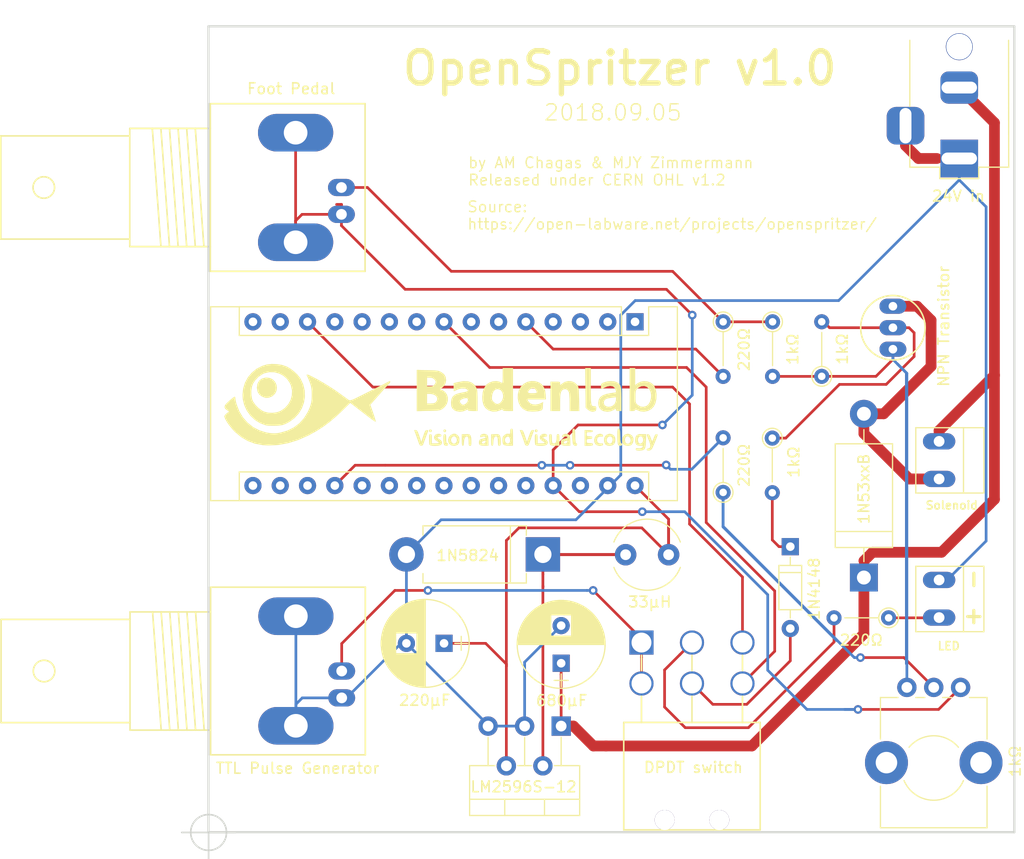
<source format=kicad_pcb>
(kicad_pcb (version 20171130) (host pcbnew "(5.0.0)")

  (general
    (thickness 1.6)
    (drawings 11)
    (tracks 206)
    (zones 0)
    (modules 27)
    (nets 43)
  )

  (page A4)
  (layers
    (0 F.Cu signal)
    (31 B.Cu signal)
    (32 B.Adhes user)
    (33 F.Adhes user)
    (34 B.Paste user)
    (35 F.Paste user)
    (36 B.SilkS user)
    (37 F.SilkS user)
    (38 B.Mask user)
    (39 F.Mask user)
    (40 Dwgs.User user)
    (41 Cmts.User user)
    (42 Eco1.User user)
    (43 Eco2.User user)
    (44 Edge.Cuts user)
    (45 Margin user)
    (46 B.CrtYd user)
    (47 F.CrtYd user)
    (48 B.Fab user)
    (49 F.Fab user)
  )

  (setup
    (last_trace_width 0.25)
    (trace_clearance 0.2)
    (zone_clearance 0.508)
    (zone_45_only no)
    (trace_min 0.2)
    (segment_width 0.2)
    (edge_width 0.2)
    (via_size 0.8)
    (via_drill 0.4)
    (via_min_size 0.4)
    (via_min_drill 0.3)
    (uvia_size 0.3)
    (uvia_drill 0.1)
    (uvias_allowed no)
    (uvia_min_size 0.2)
    (uvia_min_drill 0.1)
    (pcb_text_width 0.3)
    (pcb_text_size 1.5 1.5)
    (mod_edge_width 0.15)
    (mod_text_size 1 1)
    (mod_text_width 0.15)
    (pad_size 1.51 3.01)
    (pad_drill 1)
    (pad_to_mask_clearance 0.2)
    (aux_axis_origin 100 75)
    (grid_origin 100 149.95)
    (visible_elements 7FFFFFFF)
    (pcbplotparams
      (layerselection 0x3ffff_ffffffff)
      (usegerberextensions false)
      (usegerberattributes false)
      (usegerberadvancedattributes false)
      (creategerberjobfile false)
      (excludeedgelayer true)
      (linewidth 0.100000)
      (plotframeref false)
      (viasonmask false)
      (mode 1)
      (useauxorigin false)
      (hpglpennumber 1)
      (hpglpenspeed 20)
      (hpglpendiameter 15.000000)
      (psnegative false)
      (psa4output false)
      (plotreference true)
      (plotvalue true)
      (plotinvisibletext false)
      (padsonsilk false)
      (subtractmaskfromsilk false)
      (outputformat 1)
      (mirror false)
      (drillshape 0)
      (scaleselection 1)
      (outputdirectory "gerber/"))
  )

  (net 0 "")
  (net 1 "Net-(A1-Pad16)")
  (net 2 "Net-(A1-Pad15)")
  (net 3 "Net-(A1-Pad30)")
  (net 4 "Net-(A1-Pad14)")
  (net 5 GNDREF)
  (net 6 "Net-(A1-Pad13)")
  (net 7 "Net-(A1-Pad28)")
  (net 8 "Net-(A1-Pad12)")
  (net 9 "Net-(A1-Pad27)")
  (net 10 "Net-(A1-Pad11)")
  (net 11 "Net-(A1-Pad26)")
  (net 12 "Net-(A1-Pad10)")
  (net 13 "Net-(A1-Pad25)")
  (net 14 "Net-(A1-Pad9)")
  (net 15 "Net-(A1-Pad24)")
  (net 16 "Net-(A1-Pad8)")
  (net 17 "Net-(A1-Pad23)")
  (net 18 "Net-(A1-Pad7)")
  (net 19 "Net-(A1-Pad22)")
  (net 20 "Net-(A1-Pad6)")
  (net 21 "Net-(A1-Pad21)")
  (net 22 "Net-(A1-Pad5)")
  (net 23 "Net-(A1-Pad20)")
  (net 24 "Net-(A1-Pad19)")
  (net 25 "Net-(A1-Pad3)")
  (net 26 "Net-(A1-Pad18)")
  (net 27 "Net-(A1-Pad2)")
  (net 28 "Net-(A1-Pad17)")
  (net 29 "Net-(A1-Pad1)")
  (net 30 "Net-(D1-Pad2)")
  (net 31 "Net-(D2-Pad2)")
  (net 32 "Net-(D2-Pad1)")
  (net 33 "Net-(D3-Pad2)")
  (net 34 "Net-(J1-Pad1)")
  (net 35 "Net-(Q1-Pad2)")
  (net 36 "Net-(R1-Pad1)")
  (net 37 "Net-(R2-Pad2)")
  (net 38 "Net-(C1-Pad1)")
  (net 39 "Net-(D4-Pad1)")
  (net 40 "Net-(A1-Pad4)")
  (net 41 "Net-(J4-Pad1)")
  (net 42 "Net-(Q1-Pad1)")

  (net_class Default "This is the default net class."
    (clearance 0.2)
    (trace_width 0.25)
    (via_dia 0.8)
    (via_drill 0.4)
    (uvia_dia 0.3)
    (uvia_drill 0.1)
    (add_net GNDREF)
    (add_net "Net-(A1-Pad1)")
    (add_net "Net-(A1-Pad10)")
    (add_net "Net-(A1-Pad11)")
    (add_net "Net-(A1-Pad12)")
    (add_net "Net-(A1-Pad13)")
    (add_net "Net-(A1-Pad14)")
    (add_net "Net-(A1-Pad15)")
    (add_net "Net-(A1-Pad16)")
    (add_net "Net-(A1-Pad17)")
    (add_net "Net-(A1-Pad18)")
    (add_net "Net-(A1-Pad19)")
    (add_net "Net-(A1-Pad2)")
    (add_net "Net-(A1-Pad20)")
    (add_net "Net-(A1-Pad21)")
    (add_net "Net-(A1-Pad22)")
    (add_net "Net-(A1-Pad23)")
    (add_net "Net-(A1-Pad24)")
    (add_net "Net-(A1-Pad25)")
    (add_net "Net-(A1-Pad26)")
    (add_net "Net-(A1-Pad27)")
    (add_net "Net-(A1-Pad28)")
    (add_net "Net-(A1-Pad3)")
    (add_net "Net-(A1-Pad30)")
    (add_net "Net-(A1-Pad4)")
    (add_net "Net-(A1-Pad5)")
    (add_net "Net-(A1-Pad6)")
    (add_net "Net-(A1-Pad7)")
    (add_net "Net-(A1-Pad8)")
    (add_net "Net-(A1-Pad9)")
    (add_net "Net-(C1-Pad1)")
    (add_net "Net-(D1-Pad2)")
    (add_net "Net-(D2-Pad1)")
    (add_net "Net-(D2-Pad2)")
    (add_net "Net-(D4-Pad1)")
    (add_net "Net-(J1-Pad1)")
    (add_net "Net-(J4-Pad1)")
    (add_net "Net-(Q1-Pad1)")
    (add_net "Net-(Q1-Pad2)")
    (add_net "Net-(R1-Pad1)")
    (add_net "Net-(R2-Pad2)")
  )

  (net_class 24V ""
    (clearance 0.4)
    (trace_width 1)
    (via_dia 0.8)
    (via_drill 0.4)
    (uvia_dia 0.3)
    (uvia_drill 0.1)
    (add_net "Net-(D3-Pad2)")
  )

  (module Resistor_THT:R_Axial_DIN0204_L3.6mm_D1.6mm_P5.08mm_Vertical (layer F.Cu) (tedit 5B9013E8) (tstamp 5B59A65D)
    (at 147.9 102.5 270)
    (descr "Resistor, Axial_DIN0204 series, Axial, Vertical, pin pitch=5.08mm, 0.167W, length*diameter=3.6*1.6mm^2, http://cdn-reichelt.de/documents/datenblatt/B400/1_4W%23YAG.pdf")
    (tags "Resistor Axial_DIN0204 series Axial Vertical pin pitch 5.08mm 0.167W length 3.6mm diameter 1.6mm")
    (path /5B59AAD4)
    (fp_text reference "" (at 2.54 -1.92 270) (layer F.SilkS)
      (effects (font (size 1 1) (thickness 0.15)))
    )
    (fp_text value 220Ω (at 2.575 -1.95 270) (layer F.SilkS)
      (effects (font (size 1 1) (thickness 0.15)))
    )
    (fp_text user %R (at 2.54 -1.92 270) (layer F.Fab)
      (effects (font (size 1 1) (thickness 0.15)))
    )
    (fp_line (start 6.03 -1.05) (end -1.05 -1.05) (layer F.CrtYd) (width 0.05))
    (fp_line (start 6.03 1.05) (end 6.03 -1.05) (layer F.CrtYd) (width 0.05))
    (fp_line (start -1.05 1.05) (end 6.03 1.05) (layer F.CrtYd) (width 0.05))
    (fp_line (start -1.05 -1.05) (end -1.05 1.05) (layer F.CrtYd) (width 0.05))
    (fp_line (start 0.92 0) (end 4.08 0) (layer F.SilkS) (width 0.12))
    (fp_line (start 0 0) (end 5.08 0) (layer F.Fab) (width 0.1))
    (fp_circle (center 0 0) (end 0.92 0) (layer F.SilkS) (width 0.12))
    (fp_circle (center 0 0) (end 0.8 0) (layer F.Fab) (width 0.1))
    (pad 2 thru_hole oval (at 5.08 0 270) (size 1.4 1.4) (drill 0.7) (layers *.Cu *.Mask)
      (net 22 "Net-(A1-Pad5)"))
    (pad 1 thru_hole circle (at 0 0 270) (size 1.4 1.4) (drill 0.7) (layers *.Cu *.Mask)
      (net 34 "Net-(J1-Pad1)"))
    (model ${KISYS3DMOD}/Resistor_THT.3dshapes/R_Axial_DIN0204_L3.6mm_D1.6mm_P5.08mm_Horizontal.wrl
      (at (xyz 0 0 0))
      (scale (xyz 1 1 1))
      (rotate (xyz 0 0 0))
    )
  )

  (module Resistor_THT:R_Axial_DIN0204_L3.6mm_D1.6mm_P5.08mm_Vertical (layer F.Cu) (tedit 5B9013DE) (tstamp 5B59A679)
    (at 152.5 102.5 270)
    (descr "Resistor, Axial_DIN0204 series, Axial, Vertical, pin pitch=5.08mm, 0.167W, length*diameter=3.6*1.6mm^2, http://cdn-reichelt.de/documents/datenblatt/B400/1_4W%23YAG.pdf")
    (tags "Resistor Axial_DIN0204 series Axial Vertical pin pitch 5.08mm 0.167W length 3.6mm diameter 1.6mm")
    (path /5B59A334)
    (fp_text reference "" (at 2.54 -1.92 270) (layer F.SilkS)
      (effects (font (size 1 1) (thickness 0.15)))
    )
    (fp_text value 1kΩ (at 2.55 -1.875 270) (layer F.SilkS)
      (effects (font (size 1 1) (thickness 0.15)))
    )
    (fp_text user %R (at 2.54 -1.92 270) (layer F.Fab)
      (effects (font (size 1 1) (thickness 0.15)))
    )
    (fp_line (start 6.03 -1.05) (end -1.05 -1.05) (layer F.CrtYd) (width 0.05))
    (fp_line (start 6.03 1.05) (end 6.03 -1.05) (layer F.CrtYd) (width 0.05))
    (fp_line (start -1.05 1.05) (end 6.03 1.05) (layer F.CrtYd) (width 0.05))
    (fp_line (start -1.05 -1.05) (end -1.05 1.05) (layer F.CrtYd) (width 0.05))
    (fp_line (start 0.92 0) (end 4.08 0) (layer F.SilkS) (width 0.12))
    (fp_line (start 0 0) (end 5.08 0) (layer F.Fab) (width 0.1))
    (fp_circle (center 0 0) (end 0.92 0) (layer F.SilkS) (width 0.12))
    (fp_circle (center 0 0) (end 0.8 0) (layer F.Fab) (width 0.1))
    (pad 2 thru_hole oval (at 5.08 0 270) (size 1.4 1.4) (drill 0.7) (layers *.Cu *.Mask)
      (net 42 "Net-(Q1-Pad1)"))
    (pad 1 thru_hole circle (at 0 0 270) (size 1.4 1.4) (drill 0.7) (layers *.Cu *.Mask)
      (net 34 "Net-(J1-Pad1)"))
    (model ${KISYS3DMOD}/Resistor_THT.3dshapes/R_Axial_DIN0204_L3.6mm_D1.6mm_P5.08mm_Horizontal.wrl
      (at (xyz 0 0 0))
      (scale (xyz 1 1 1))
      (rotate (xyz 0 0 0))
    )
  )

  (module Resistor_THT:R_Axial_DIN0204_L3.6mm_D1.6mm_P5.08mm_Vertical (layer F.Cu) (tedit 5B9013D6) (tstamp 5B59A687)
    (at 157.075 107.575 90)
    (descr "Resistor, Axial_DIN0204 series, Axial, Vertical, pin pitch=5.08mm, 0.167W, length*diameter=3.6*1.6mm^2, http://cdn-reichelt.de/documents/datenblatt/B400/1_4W%23YAG.pdf")
    (tags "Resistor Axial_DIN0204 series Axial Vertical pin pitch 5.08mm 0.167W length 3.6mm diameter 1.6mm")
    (path /5B599FD1)
    (fp_text reference "" (at 2.54 -1.92 90) (layer F.SilkS)
      (effects (font (size 1 1) (thickness 0.15)))
    )
    (fp_text value 1kΩ (at 2.54 1.92 90) (layer F.SilkS)
      (effects (font (size 1 1) (thickness 0.15)))
    )
    (fp_text user %R (at 2.54 -1.92 90) (layer F.Fab)
      (effects (font (size 1 1) (thickness 0.15)))
    )
    (fp_line (start 6.03 -1.05) (end -1.05 -1.05) (layer F.CrtYd) (width 0.05))
    (fp_line (start 6.03 1.05) (end 6.03 -1.05) (layer F.CrtYd) (width 0.05))
    (fp_line (start -1.05 1.05) (end 6.03 1.05) (layer F.CrtYd) (width 0.05))
    (fp_line (start -1.05 -1.05) (end -1.05 1.05) (layer F.CrtYd) (width 0.05))
    (fp_line (start 0.92 0) (end 4.08 0) (layer F.SilkS) (width 0.12))
    (fp_line (start 0 0) (end 5.08 0) (layer F.Fab) (width 0.1))
    (fp_circle (center 0 0) (end 0.92 0) (layer F.SilkS) (width 0.12))
    (fp_circle (center 0 0) (end 0.8 0) (layer F.Fab) (width 0.1))
    (pad 2 thru_hole oval (at 5.08 0 90) (size 1.4 1.4) (drill 0.7) (layers *.Cu *.Mask)
      (net 35 "Net-(Q1-Pad2)"))
    (pad 1 thru_hole circle (at 0 0 90) (size 1.4 1.4) (drill 0.7) (layers *.Cu *.Mask)
      (net 42 "Net-(Q1-Pad1)"))
    (model ${KISYS3DMOD}/Resistor_THT.3dshapes/R_Axial_DIN0204_L3.6mm_D1.6mm_P5.08mm_Horizontal.wrl
      (at (xyz 0 0 0))
      (scale (xyz 1 1 1))
      (rotate (xyz 0 0 0))
    )
  )

  (module Resistor_THT:R_Axial_DIN0204_L3.6mm_D1.6mm_P5.08mm_Vertical (layer F.Cu) (tedit 5B9012EE) (tstamp 5B59A66B)
    (at 152.475 113.325 270)
    (descr "Resistor, Axial_DIN0204 series, Axial, Vertical, pin pitch=5.08mm, 0.167W, length*diameter=3.6*1.6mm^2, http://cdn-reichelt.de/documents/datenblatt/B400/1_4W%23YAG.pdf")
    (tags "Resistor Axial_DIN0204 series Axial Vertical pin pitch 5.08mm 0.167W length 3.6mm diameter 1.6mm")
    (path /5B599C75)
    (fp_text reference "" (at 2.54 -1.92 270) (layer F.SilkS)
      (effects (font (size 1 1) (thickness 0.15)))
    )
    (fp_text value 1kΩ (at 2.225 -2 270) (layer F.SilkS)
      (effects (font (size 1 1) (thickness 0.15)))
    )
    (fp_text user %R (at 2.54 -1.92 270) (layer F.Fab)
      (effects (font (size 1 1) (thickness 0.15)))
    )
    (fp_line (start 6.03 -1.05) (end -1.05 -1.05) (layer F.CrtYd) (width 0.05))
    (fp_line (start 6.03 1.05) (end 6.03 -1.05) (layer F.CrtYd) (width 0.05))
    (fp_line (start -1.05 1.05) (end 6.03 1.05) (layer F.CrtYd) (width 0.05))
    (fp_line (start -1.05 -1.05) (end -1.05 1.05) (layer F.CrtYd) (width 0.05))
    (fp_line (start 0.92 0) (end 4.08 0) (layer F.SilkS) (width 0.12))
    (fp_line (start 0 0) (end 5.08 0) (layer F.Fab) (width 0.1))
    (fp_circle (center 0 0) (end 0.92 0) (layer F.SilkS) (width 0.12))
    (fp_circle (center 0 0) (end 0.8 0) (layer F.Fab) (width 0.1))
    (pad 2 thru_hole oval (at 5.08 0 270) (size 1.4 1.4) (drill 0.7) (layers *.Cu *.Mask)
      (net 32 "Net-(D2-Pad1)"))
    (pad 1 thru_hole circle (at 0 0 270) (size 1.4 1.4) (drill 0.7) (layers *.Cu *.Mask)
      (net 35 "Net-(Q1-Pad2)"))
    (model ${KISYS3DMOD}/Resistor_THT.3dshapes/R_Axial_DIN0204_L3.6mm_D1.6mm_P5.08mm_Horizontal.wrl
      (at (xyz 0 0 0))
      (scale (xyz 1 1 1))
      (rotate (xyz 0 0 0))
    )
  )

  (module Resistor_THT:R_Axial_DIN0204_L3.6mm_D1.6mm_P5.08mm_Vertical (layer F.Cu) (tedit 5B9012F2) (tstamp 5B59A641)
    (at 147.9 118.375 90)
    (descr "Resistor, Axial_DIN0204 series, Axial, Vertical, pin pitch=5.08mm, 0.167W, length*diameter=3.6*1.6mm^2, http://cdn-reichelt.de/documents/datenblatt/B400/1_4W%23YAG.pdf")
    (tags "Resistor Axial_DIN0204 series Axial Vertical pin pitch 5.08mm 0.167W length 3.6mm diameter 1.6mm")
    (path /5B59B8E2)
    (fp_text reference "" (at 2.54 -1.92 90) (layer F.SilkS)
      (effects (font (size 1 1) (thickness 0.15)))
    )
    (fp_text value 220Ω (at 2.525 1.95 90) (layer F.SilkS)
      (effects (font (size 1 1) (thickness 0.15)))
    )
    (fp_text user %R (at 2.54 -1.92 90) (layer F.Fab)
      (effects (font (size 1 1) (thickness 0.15)))
    )
    (fp_line (start 6.03 -1.05) (end -1.05 -1.05) (layer F.CrtYd) (width 0.05))
    (fp_line (start 6.03 1.05) (end 6.03 -1.05) (layer F.CrtYd) (width 0.05))
    (fp_line (start -1.05 1.05) (end 6.03 1.05) (layer F.CrtYd) (width 0.05))
    (fp_line (start -1.05 -1.05) (end -1.05 1.05) (layer F.CrtYd) (width 0.05))
    (fp_line (start 0.92 0) (end 4.08 0) (layer F.SilkS) (width 0.12))
    (fp_line (start 0 0) (end 5.08 0) (layer F.Fab) (width 0.1))
    (fp_circle (center 0 0) (end 0.92 0) (layer F.SilkS) (width 0.12))
    (fp_circle (center 0 0) (end 0.8 0) (layer F.Fab) (width 0.1))
    (pad 2 thru_hole oval (at 5.08 0 90) (size 1.4 1.4) (drill 0.7) (layers *.Cu *.Mask)
      (net 24 "Net-(A1-Pad19)"))
    (pad 1 thru_hole circle (at 0 0 90) (size 1.4 1.4) (drill 0.7) (layers *.Cu *.Mask)
      (net 36 "Net-(R1-Pad1)"))
    (model ${KISYS3DMOD}/Resistor_THT.3dshapes/R_Axial_DIN0204_L3.6mm_D1.6mm_P5.08mm_Horizontal.wrl
      (at (xyz 0 0 0))
      (scale (xyz 1 1 1))
      (rotate (xyz 0 0 0))
    )
  )

  (module Capacitors_THT:CP_Radial_D8.0mm_P3.50mm (layer F.Cu) (tedit 5B8ED5EE) (tstamp 5B630A72)
    (at 121.925 132.425 180)
    (descr "CP, Radial series, Radial, pin pitch=3.50mm, , diameter=8mm, Electrolytic Capacitor")
    (tags "CP Radial series Radial pin pitch 3.50mm  diameter 8mm Electrolytic Capacitor")
    (path /5B6A86A9)
    (fp_text reference "" (at 1.75 -5.31 180) (layer F.SilkS) hide
      (effects (font (size 1 1) (thickness 0.15)))
    )
    (fp_text value 220μF (at 1.8 -5.3) (layer F.SilkS)
      (effects (font (size 1 1) (thickness 0.15)))
    )
    (fp_text user %R (at 1.75 0 -90) (layer F.Fab)
      (effects (font (size 1 1) (thickness 0.15)))
    )
    (fp_line (start 6.1 -4.35) (end -2.6 -4.35) (layer F.CrtYd) (width 0.05))
    (fp_line (start 6.1 4.35) (end 6.1 -4.35) (layer F.CrtYd) (width 0.05))
    (fp_line (start -2.6 4.35) (end 6.1 4.35) (layer F.CrtYd) (width 0.05))
    (fp_line (start -2.6 -4.35) (end -2.6 4.35) (layer F.CrtYd) (width 0.05))
    (fp_line (start -1.6 -0.65) (end -1.6 0.65) (layer F.SilkS) (width 0.12))
    (fp_line (start -2.2 0) (end -1 0) (layer F.SilkS) (width 0.12))
    (fp_line (start 5.831 -0.246) (end 5.831 0.246) (layer F.SilkS) (width 0.12))
    (fp_line (start 5.791 -0.598) (end 5.791 0.598) (layer F.SilkS) (width 0.12))
    (fp_line (start 5.751 -0.814) (end 5.751 0.814) (layer F.SilkS) (width 0.12))
    (fp_line (start 5.711 -0.983) (end 5.711 0.983) (layer F.SilkS) (width 0.12))
    (fp_line (start 5.671 -1.127) (end 5.671 1.127) (layer F.SilkS) (width 0.12))
    (fp_line (start 5.631 -1.254) (end 5.631 1.254) (layer F.SilkS) (width 0.12))
    (fp_line (start 5.591 -1.369) (end 5.591 1.369) (layer F.SilkS) (width 0.12))
    (fp_line (start 5.551 -1.473) (end 5.551 1.473) (layer F.SilkS) (width 0.12))
    (fp_line (start 5.511 -1.57) (end 5.511 1.57) (layer F.SilkS) (width 0.12))
    (fp_line (start 5.471 -1.66) (end 5.471 1.66) (layer F.SilkS) (width 0.12))
    (fp_line (start 5.431 -1.745) (end 5.431 1.745) (layer F.SilkS) (width 0.12))
    (fp_line (start 5.391 -1.826) (end 5.391 1.826) (layer F.SilkS) (width 0.12))
    (fp_line (start 5.351 -1.902) (end 5.351 1.902) (layer F.SilkS) (width 0.12))
    (fp_line (start 5.311 -1.974) (end 5.311 1.974) (layer F.SilkS) (width 0.12))
    (fp_line (start 5.271 -2.043) (end 5.271 2.043) (layer F.SilkS) (width 0.12))
    (fp_line (start 5.231 -2.109) (end 5.231 2.109) (layer F.SilkS) (width 0.12))
    (fp_line (start 5.191 -2.173) (end 5.191 2.173) (layer F.SilkS) (width 0.12))
    (fp_line (start 5.151 -2.234) (end 5.151 2.234) (layer F.SilkS) (width 0.12))
    (fp_line (start 5.111 -2.293) (end 5.111 2.293) (layer F.SilkS) (width 0.12))
    (fp_line (start 5.071 -2.349) (end 5.071 2.349) (layer F.SilkS) (width 0.12))
    (fp_line (start 5.031 -2.404) (end 5.031 2.404) (layer F.SilkS) (width 0.12))
    (fp_line (start 4.991 -2.457) (end 4.991 2.457) (layer F.SilkS) (width 0.12))
    (fp_line (start 4.951 -2.508) (end 4.951 2.508) (layer F.SilkS) (width 0.12))
    (fp_line (start 4.911 -2.557) (end 4.911 2.557) (layer F.SilkS) (width 0.12))
    (fp_line (start 4.871 -2.605) (end 4.871 2.605) (layer F.SilkS) (width 0.12))
    (fp_line (start 4.831 -2.652) (end 4.831 2.652) (layer F.SilkS) (width 0.12))
    (fp_line (start 4.791 -2.697) (end 4.791 2.697) (layer F.SilkS) (width 0.12))
    (fp_line (start 4.751 -2.74) (end 4.751 2.74) (layer F.SilkS) (width 0.12))
    (fp_line (start 4.711 -2.783) (end 4.711 2.783) (layer F.SilkS) (width 0.12))
    (fp_line (start 4.671 -2.824) (end 4.671 2.824) (layer F.SilkS) (width 0.12))
    (fp_line (start 4.631 -2.865) (end 4.631 2.865) (layer F.SilkS) (width 0.12))
    (fp_line (start 4.591 -2.904) (end 4.591 2.904) (layer F.SilkS) (width 0.12))
    (fp_line (start 4.551 -2.942) (end 4.551 2.942) (layer F.SilkS) (width 0.12))
    (fp_line (start 4.511 -2.979) (end 4.511 2.979) (layer F.SilkS) (width 0.12))
    (fp_line (start 4.471 0.98) (end 4.471 3.015) (layer F.SilkS) (width 0.12))
    (fp_line (start 4.471 -3.015) (end 4.471 -0.98) (layer F.SilkS) (width 0.12))
    (fp_line (start 4.431 0.98) (end 4.431 3.05) (layer F.SilkS) (width 0.12))
    (fp_line (start 4.431 -3.05) (end 4.431 -0.98) (layer F.SilkS) (width 0.12))
    (fp_line (start 4.391 0.98) (end 4.391 3.084) (layer F.SilkS) (width 0.12))
    (fp_line (start 4.391 -3.084) (end 4.391 -0.98) (layer F.SilkS) (width 0.12))
    (fp_line (start 4.351 0.98) (end 4.351 3.118) (layer F.SilkS) (width 0.12))
    (fp_line (start 4.351 -3.118) (end 4.351 -0.98) (layer F.SilkS) (width 0.12))
    (fp_line (start 4.311 0.98) (end 4.311 3.15) (layer F.SilkS) (width 0.12))
    (fp_line (start 4.311 -3.15) (end 4.311 -0.98) (layer F.SilkS) (width 0.12))
    (fp_line (start 4.271 0.98) (end 4.271 3.182) (layer F.SilkS) (width 0.12))
    (fp_line (start 4.271 -3.182) (end 4.271 -0.98) (layer F.SilkS) (width 0.12))
    (fp_line (start 4.231 0.98) (end 4.231 3.213) (layer F.SilkS) (width 0.12))
    (fp_line (start 4.231 -3.213) (end 4.231 -0.98) (layer F.SilkS) (width 0.12))
    (fp_line (start 4.191 0.98) (end 4.191 3.243) (layer F.SilkS) (width 0.12))
    (fp_line (start 4.191 -3.243) (end 4.191 -0.98) (layer F.SilkS) (width 0.12))
    (fp_line (start 4.151 0.98) (end 4.151 3.272) (layer F.SilkS) (width 0.12))
    (fp_line (start 4.151 -3.272) (end 4.151 -0.98) (layer F.SilkS) (width 0.12))
    (fp_line (start 4.111 0.98) (end 4.111 3.301) (layer F.SilkS) (width 0.12))
    (fp_line (start 4.111 -3.301) (end 4.111 -0.98) (layer F.SilkS) (width 0.12))
    (fp_line (start 4.071 0.98) (end 4.071 3.329) (layer F.SilkS) (width 0.12))
    (fp_line (start 4.071 -3.329) (end 4.071 -0.98) (layer F.SilkS) (width 0.12))
    (fp_line (start 4.031 0.98) (end 4.031 3.356) (layer F.SilkS) (width 0.12))
    (fp_line (start 4.031 -3.356) (end 4.031 -0.98) (layer F.SilkS) (width 0.12))
    (fp_line (start 3.991 0.98) (end 3.991 3.383) (layer F.SilkS) (width 0.12))
    (fp_line (start 3.991 -3.383) (end 3.991 -0.98) (layer F.SilkS) (width 0.12))
    (fp_line (start 3.951 0.98) (end 3.951 3.408) (layer F.SilkS) (width 0.12))
    (fp_line (start 3.951 -3.408) (end 3.951 -0.98) (layer F.SilkS) (width 0.12))
    (fp_line (start 3.911 0.98) (end 3.911 3.434) (layer F.SilkS) (width 0.12))
    (fp_line (start 3.911 -3.434) (end 3.911 -0.98) (layer F.SilkS) (width 0.12))
    (fp_line (start 3.871 0.98) (end 3.871 3.458) (layer F.SilkS) (width 0.12))
    (fp_line (start 3.871 -3.458) (end 3.871 -0.98) (layer F.SilkS) (width 0.12))
    (fp_line (start 3.831 0.98) (end 3.831 3.482) (layer F.SilkS) (width 0.12))
    (fp_line (start 3.831 -3.482) (end 3.831 -0.98) (layer F.SilkS) (width 0.12))
    (fp_line (start 3.791 0.98) (end 3.791 3.505) (layer F.SilkS) (width 0.12))
    (fp_line (start 3.791 -3.505) (end 3.791 -0.98) (layer F.SilkS) (width 0.12))
    (fp_line (start 3.751 0.98) (end 3.751 3.528) (layer F.SilkS) (width 0.12))
    (fp_line (start 3.751 -3.528) (end 3.751 -0.98) (layer F.SilkS) (width 0.12))
    (fp_line (start 3.711 0.98) (end 3.711 3.55) (layer F.SilkS) (width 0.12))
    (fp_line (start 3.711 -3.55) (end 3.711 -0.98) (layer F.SilkS) (width 0.12))
    (fp_line (start 3.671 0.98) (end 3.671 3.572) (layer F.SilkS) (width 0.12))
    (fp_line (start 3.671 -3.572) (end 3.671 -0.98) (layer F.SilkS) (width 0.12))
    (fp_line (start 3.631 0.98) (end 3.631 3.593) (layer F.SilkS) (width 0.12))
    (fp_line (start 3.631 -3.593) (end 3.631 -0.98) (layer F.SilkS) (width 0.12))
    (fp_line (start 3.591 0.98) (end 3.591 3.613) (layer F.SilkS) (width 0.12))
    (fp_line (start 3.591 -3.613) (end 3.591 -0.98) (layer F.SilkS) (width 0.12))
    (fp_line (start 3.551 0.98) (end 3.551 3.633) (layer F.SilkS) (width 0.12))
    (fp_line (start 3.551 -3.633) (end 3.551 -0.98) (layer F.SilkS) (width 0.12))
    (fp_line (start 3.511 0.98) (end 3.511 3.652) (layer F.SilkS) (width 0.12))
    (fp_line (start 3.511 -3.652) (end 3.511 -0.98) (layer F.SilkS) (width 0.12))
    (fp_line (start 3.471 0.98) (end 3.471 3.671) (layer F.SilkS) (width 0.12))
    (fp_line (start 3.471 -3.671) (end 3.471 -0.98) (layer F.SilkS) (width 0.12))
    (fp_line (start 3.431 0.98) (end 3.431 3.69) (layer F.SilkS) (width 0.12))
    (fp_line (start 3.431 -3.69) (end 3.431 -0.98) (layer F.SilkS) (width 0.12))
    (fp_line (start 3.391 0.98) (end 3.391 3.707) (layer F.SilkS) (width 0.12))
    (fp_line (start 3.391 -3.707) (end 3.391 -0.98) (layer F.SilkS) (width 0.12))
    (fp_line (start 3.351 0.98) (end 3.351 3.725) (layer F.SilkS) (width 0.12))
    (fp_line (start 3.351 -3.725) (end 3.351 -0.98) (layer F.SilkS) (width 0.12))
    (fp_line (start 3.311 0.98) (end 3.311 3.741) (layer F.SilkS) (width 0.12))
    (fp_line (start 3.311 -3.741) (end 3.311 -0.98) (layer F.SilkS) (width 0.12))
    (fp_line (start 3.271 0.98) (end 3.271 3.758) (layer F.SilkS) (width 0.12))
    (fp_line (start 3.271 -3.758) (end 3.271 -0.98) (layer F.SilkS) (width 0.12))
    (fp_line (start 3.231 0.98) (end 3.231 3.773) (layer F.SilkS) (width 0.12))
    (fp_line (start 3.231 -3.773) (end 3.231 -0.98) (layer F.SilkS) (width 0.12))
    (fp_line (start 3.191 0.98) (end 3.191 3.789) (layer F.SilkS) (width 0.12))
    (fp_line (start 3.191 -3.789) (end 3.191 -0.98) (layer F.SilkS) (width 0.12))
    (fp_line (start 3.151 0.98) (end 3.151 3.803) (layer F.SilkS) (width 0.12))
    (fp_line (start 3.151 -3.803) (end 3.151 -0.98) (layer F.SilkS) (width 0.12))
    (fp_line (start 3.111 0.98) (end 3.111 3.818) (layer F.SilkS) (width 0.12))
    (fp_line (start 3.111 -3.818) (end 3.111 -0.98) (layer F.SilkS) (width 0.12))
    (fp_line (start 3.071 0.98) (end 3.071 3.832) (layer F.SilkS) (width 0.12))
    (fp_line (start 3.071 -3.832) (end 3.071 -0.98) (layer F.SilkS) (width 0.12))
    (fp_line (start 3.031 0.98) (end 3.031 3.845) (layer F.SilkS) (width 0.12))
    (fp_line (start 3.031 -3.845) (end 3.031 -0.98) (layer F.SilkS) (width 0.12))
    (fp_line (start 2.991 0.98) (end 2.991 3.858) (layer F.SilkS) (width 0.12))
    (fp_line (start 2.991 -3.858) (end 2.991 -0.98) (layer F.SilkS) (width 0.12))
    (fp_line (start 2.951 0.98) (end 2.951 3.87) (layer F.SilkS) (width 0.12))
    (fp_line (start 2.951 -3.87) (end 2.951 -0.98) (layer F.SilkS) (width 0.12))
    (fp_line (start 2.911 0.98) (end 2.911 3.883) (layer F.SilkS) (width 0.12))
    (fp_line (start 2.911 -3.883) (end 2.911 -0.98) (layer F.SilkS) (width 0.12))
    (fp_line (start 2.871 0.98) (end 2.871 3.894) (layer F.SilkS) (width 0.12))
    (fp_line (start 2.871 -3.894) (end 2.871 -0.98) (layer F.SilkS) (width 0.12))
    (fp_line (start 2.831 0.98) (end 2.831 3.905) (layer F.SilkS) (width 0.12))
    (fp_line (start 2.831 -3.905) (end 2.831 -0.98) (layer F.SilkS) (width 0.12))
    (fp_line (start 2.791 0.98) (end 2.791 3.916) (layer F.SilkS) (width 0.12))
    (fp_line (start 2.791 -3.916) (end 2.791 -0.98) (layer F.SilkS) (width 0.12))
    (fp_line (start 2.751 0.98) (end 2.751 3.926) (layer F.SilkS) (width 0.12))
    (fp_line (start 2.751 -3.926) (end 2.751 -0.98) (layer F.SilkS) (width 0.12))
    (fp_line (start 2.711 0.98) (end 2.711 3.936) (layer F.SilkS) (width 0.12))
    (fp_line (start 2.711 -3.936) (end 2.711 -0.98) (layer F.SilkS) (width 0.12))
    (fp_line (start 2.671 0.98) (end 2.671 3.946) (layer F.SilkS) (width 0.12))
    (fp_line (start 2.671 -3.946) (end 2.671 -0.98) (layer F.SilkS) (width 0.12))
    (fp_line (start 2.631 0.98) (end 2.631 3.955) (layer F.SilkS) (width 0.12))
    (fp_line (start 2.631 -3.955) (end 2.631 -0.98) (layer F.SilkS) (width 0.12))
    (fp_line (start 2.591 0.98) (end 2.591 3.963) (layer F.SilkS) (width 0.12))
    (fp_line (start 2.591 -3.963) (end 2.591 -0.98) (layer F.SilkS) (width 0.12))
    (fp_line (start 2.551 0.98) (end 2.551 3.971) (layer F.SilkS) (width 0.12))
    (fp_line (start 2.551 -3.971) (end 2.551 -0.98) (layer F.SilkS) (width 0.12))
    (fp_line (start 2.511 -3.979) (end 2.511 3.979) (layer F.SilkS) (width 0.12))
    (fp_line (start 2.471 -3.987) (end 2.471 3.987) (layer F.SilkS) (width 0.12))
    (fp_line (start 2.43 -3.994) (end 2.43 3.994) (layer F.SilkS) (width 0.12))
    (fp_line (start 2.39 -4) (end 2.39 4) (layer F.SilkS) (width 0.12))
    (fp_line (start 2.35 -4.006) (end 2.35 4.006) (layer F.SilkS) (width 0.12))
    (fp_line (start 2.31 -4.012) (end 2.31 4.012) (layer F.SilkS) (width 0.12))
    (fp_line (start 2.27 -4.017) (end 2.27 4.017) (layer F.SilkS) (width 0.12))
    (fp_line (start 2.23 -4.022) (end 2.23 4.022) (layer F.SilkS) (width 0.12))
    (fp_line (start 2.19 -4.027) (end 2.19 4.027) (layer F.SilkS) (width 0.12))
    (fp_line (start 2.15 -4.031) (end 2.15 4.031) (layer F.SilkS) (width 0.12))
    (fp_line (start 2.11 -4.035) (end 2.11 4.035) (layer F.SilkS) (width 0.12))
    (fp_line (start 2.07 -4.038) (end 2.07 4.038) (layer F.SilkS) (width 0.12))
    (fp_line (start 2.03 -4.041) (end 2.03 4.041) (layer F.SilkS) (width 0.12))
    (fp_line (start 1.99 -4.043) (end 1.99 4.043) (layer F.SilkS) (width 0.12))
    (fp_line (start 1.95 -4.046) (end 1.95 4.046) (layer F.SilkS) (width 0.12))
    (fp_line (start 1.91 -4.047) (end 1.91 4.047) (layer F.SilkS) (width 0.12))
    (fp_line (start 1.87 -4.049) (end 1.87 4.049) (layer F.SilkS) (width 0.12))
    (fp_line (start 1.83 -4.05) (end 1.83 4.05) (layer F.SilkS) (width 0.12))
    (fp_line (start 1.79 -4.05) (end 1.79 4.05) (layer F.SilkS) (width 0.12))
    (fp_line (start 1.75 -4.05) (end 1.75 4.05) (layer F.SilkS) (width 0.12))
    (fp_line (start -1.6 -0.65) (end -1.6 0.65) (layer F.Fab) (width 0.1))
    (fp_line (start -2.2 0) (end -1 0) (layer F.Fab) (width 0.1))
    (fp_circle (center 1.75 0) (end 5.84 0) (layer F.SilkS) (width 0.12))
    (fp_circle (center 1.75 0) (end 5.75 0) (layer F.Fab) (width 0.1))
    (pad 2 thru_hole circle (at 3.5 0 180) (size 1.6 1.6) (drill 0.8) (layers *.Cu *.Mask)
      (net 5 GNDREF))
    (pad 1 thru_hole rect (at 0 0 180) (size 1.6 1.6) (drill 0.8) (layers *.Cu *.Mask)
      (net 3 "Net-(A1-Pad30)"))
    (model ${KISYS3DMOD}/Capacitor_THT.3dshapes/CP_Radial_D8.0mm_P3.50mm.wrl
      (at (xyz 0 0 0))
      (scale (xyz 1 1 1))
      (rotate (xyz 0 0 0))
    )
  )

  (module Resistor_THT:R_Axial_DIN0204_L3.6mm_D1.6mm_P5.08mm_Vertical (layer F.Cu) (tedit 5B8F27AC) (tstamp 5B59A64F)
    (at 163.3 130.05 180)
    (descr "Resistor, Axial_DIN0204 series, Axial, Vertical, pin pitch=5.08mm, 0.167W, length*diameter=3.6*1.6mm^2, http://cdn-reichelt.de/documents/datenblatt/B400/1_4W%23YAG.pdf")
    (tags "Resistor Axial_DIN0204 series Axial Vertical pin pitch 5.08mm 0.167W length 3.6mm diameter 1.6mm")
    (path /5B597F7F)
    (fp_text reference "" (at 2.54 -1.92 180) (layer F.SilkS)
      (effects (font (size 1 1) (thickness 0.15)))
    )
    (fp_text value 220Ω (at 2.54 -2.075 180) (layer F.SilkS)
      (effects (font (size 1 1) (thickness 0.15)))
    )
    (fp_text user %R (at 2.54 -1.92 180) (layer F.Fab)
      (effects (font (size 1 1) (thickness 0.15)))
    )
    (fp_line (start 6.03 -1.05) (end -1.05 -1.05) (layer F.CrtYd) (width 0.05))
    (fp_line (start 6.03 1.05) (end 6.03 -1.05) (layer F.CrtYd) (width 0.05))
    (fp_line (start -1.05 1.05) (end 6.03 1.05) (layer F.CrtYd) (width 0.05))
    (fp_line (start -1.05 -1.05) (end -1.05 1.05) (layer F.CrtYd) (width 0.05))
    (fp_line (start 0.92 0) (end 4.08 0) (layer F.SilkS) (width 0.12))
    (fp_line (start 0 0) (end 5.08 0) (layer F.Fab) (width 0.1))
    (fp_circle (center 0 0) (end 0.92 0) (layer F.SilkS) (width 0.12))
    (fp_circle (center 0 0) (end 0.8 0) (layer F.Fab) (width 0.1))
    (pad 2 thru_hole oval (at 5.08 0 180) (size 1.4 1.4) (drill 0.7) (layers *.Cu *.Mask)
      (net 37 "Net-(R2-Pad2)"))
    (pad 1 thru_hole circle (at 0 0 180) (size 1.4 1.4) (drill 0.7) (layers *.Cu *.Mask)
      (net 30 "Net-(D1-Pad2)"))
    (model ${KISYS3DMOD}/Resistor_THT.3dshapes/R_Axial_DIN0204_L3.6mm_D1.6mm_P5.08mm_Horizontal.wrl
      (at (xyz 0 0 0))
      (scale (xyz 1 1 1))
      (rotate (xyz 0 0 0))
    )
  )

  (module Mounting_Holes:MountingHole_3.2mm_M3 (layer F.Cu) (tedit 56D1B4CB) (tstamp 5B9BBB99)
    (at 120 88)
    (descr "Mounting Hole 3.2mm, no annular, M3")
    (tags "mounting hole 3.2mm no annular m3")
    (attr virtual)
    (fp_text reference "" (at 0 -4.2) (layer F.SilkS) hide
      (effects (font (size 1 1) (thickness 0.15)))
    )
    (fp_text value "" (at 0 4.2) (layer F.Fab)
      (effects (font (size 1 1) (thickness 0.15)))
    )
    (fp_text user %R (at 0.3 0) (layer F.Fab)
      (effects (font (size 1 1) (thickness 0.15)))
    )
    (fp_circle (center 0 0) (end 3.2 0) (layer Cmts.User) (width 0.15))
    (fp_circle (center 0 0) (end 3.45 0) (layer F.CrtYd) (width 0.05))
    (pad 1 np_thru_hole circle (at 0 0) (size 3.2 3.2) (drill 3.2) (layers *.Cu *.Mask))
  )

  (module Mounting_Holes:MountingHole_3.2mm_M3 (layer F.Cu) (tedit 56D1B4CB) (tstamp 5B9BBB65)
    (at 120 145)
    (descr "Mounting Hole 3.2mm, no annular, M3")
    (tags "mounting hole 3.2mm no annular m3")
    (attr virtual)
    (fp_text reference "" (at 0 -4.2) (layer F.SilkS) hide
      (effects (font (size 1 1) (thickness 0.15)))
    )
    (fp_text value "" (at 0 4.2) (layer F.Fab)
      (effects (font (size 1 1) (thickness 0.15)))
    )
    (fp_circle (center 0 0) (end 3.45 0) (layer F.CrtYd) (width 0.05))
    (fp_circle (center 0 0) (end 3.2 0) (layer Cmts.User) (width 0.15))
    (fp_text user %R (at 0.3 0) (layer F.Fab)
      (effects (font (size 1 1) (thickness 0.15)))
    )
    (pad 1 np_thru_hole circle (at 0 0) (size 3.2 3.2) (drill 3.2) (layers *.Cu *.Mask))
  )

  (module Maxime:maxi_DPDT_Angled (layer F.Cu) (tedit 5B8F1AB3) (tstamp 5B59A6C8)
    (at 145 132.35)
    (descr "CuK sub miniature slide switch, JS series, DPDT, right angle, http://www.ckswitches.com/media/1422/js.pdf")
    (tags "switch DPDT")
    (path /5B598C6E)
    (fp_text reference "" (at 2.5 1.5) (layer F.SilkS) hide
      (effects (font (size 1 1) (thickness 0.15)))
    )
    (fp_text value "DPDT switch" (at 0.13 11.62 180) (layer F.SilkS)
      (effects (font (size 1 1) (thickness 0.15)))
    )
    (fp_line (start -6.35 17.435) (end 6.35 17.435) (layer F.SilkS) (width 0.15))
    (fp_line (start 6.35 7.435) (end 6.35 17.435) (layer F.SilkS) (width 0.15))
    (fp_line (start -6.35 7.435) (end 6.35 7.435) (layer F.SilkS) (width 0.15))
    (fp_line (start -6.35 7.435) (end -6.35 17.435) (layer F.SilkS) (width 0.15))
    (fp_line (start 3.11 17.435) (end 3.11 19.435) (layer F.Fab) (width 0.15))
    (fp_line (start -3.11 19.435) (end 3.11 19.435) (layer F.Fab) (width 0.15))
    (fp_line (start -3.11 17.435) (end -3.11 19.435) (layer F.Fab) (width 0.15))
    (fp_text user "" (at 3.5 8) (layer F.Fab)
      (effects (font (size 1 1) (thickness 0.15)))
    )
    (fp_line (start -6.35 -2) (end -6.35 7.435) (layer F.CrtYd) (width 0.15))
    (fp_line (start 6.35 -2) (end 6.35 7.435) (layer F.CrtYd) (width 0.15))
    (fp_line (start -6.35 -2) (end 6.35 -2) (layer F.CrtYd) (width 0.15))
    (fp_line (start 0 5) (end 0 7.435) (layer F.SilkS) (width 0.15))
    (fp_line (start 4.7 5) (end 4.7 7.435) (layer F.SilkS) (width 0.15))
    (fp_line (start -4.7 5) (end -4.7 7.435) (layer F.SilkS) (width 0.15))
    (fp_line (start 0 1.2) (end 0 2.6) (layer F.SilkS) (width 0.15))
    (fp_line (start 4.7 1.2) (end 4.7 2.6) (layer F.SilkS) (width 0.15))
    (fp_line (start -4.7 1.2) (end -4.7 2.6) (layer F.SilkS) (width 0.15))
    (pad 1 thru_hole rect (at -4.7 0) (size 2.25 2.25) (drill 1.85) (layers *.Cu *.Mask)
      (net 41 "Net-(J4-Pad1)"))
    (pad 2 thru_hole circle (at 0 0) (size 2.25 2.25) (drill 1.85) (layers *.Cu *.Mask)
      (net 37 "Net-(R2-Pad2)"))
    (pad 3 thru_hole circle (at 4.7 0) (size 2.25 2.25) (drill 1.85) (layers *.Cu *.Mask)
      (net 6 "Net-(A1-Pad13)"))
    (pad 4 thru_hole circle (at -4.7 3.81) (size 2.25 2.25) (drill 1.85) (layers *.Cu *.Mask)
      (net 41 "Net-(J4-Pad1)"))
    (pad 5 thru_hole circle (at 0 3.81) (size 2.25 2.25) (drill 1.85) (layers *.Cu *.Mask)
      (net 31 "Net-(D2-Pad2)"))
    (pad 6 thru_hole circle (at 4.7 3.81) (size 2.25 2.25) (drill 1.85) (layers *.Cu *.Mask)
      (net 16 "Net-(A1-Pad8)"))
    (pad 7 thru_hole circle (at -2.54 16.51) (size 1.85 1.85) (drill 1.85) (layers *.Cu *.Mask))
    (pad 8 thru_hole circle (at 2.54 16.51) (size 1.85 1.85) (drill 1.85) (layers *.Cu *.Mask))
    (model ${KISYS3DMOD}/Buttons_Switches_THT.3dshapes/SW_CuK_JS202011AQN_DPDT_Angled.wrl
      (at (xyz 0 0 0))
      (scale (xyz 1 1 1))
      (rotate (xyz 0 0 0))
    )
  )

  (module Maxime:maxi_PINHEAD1-2 (layer F.Cu) (tedit 5B8F1E0A) (tstamp 5B59A5CA)
    (at 169 126.525 270)
    (path /5B597FD7)
    (fp_text reference "" (at 1.25 -4 270) (layer F.SilkS) hide
      (effects (font (size 1 1) (thickness 0.15)))
    )
    (fp_text value LED (at 6.15 0.1) (layer F.SilkS)
      (effects (font (size 0.75 0.75) (thickness 0.15)))
    )
    (fp_line (start 4.81 -1.27) (end -1.27 -1.27) (layer F.SilkS) (width 0.12))
    (fp_line (start 4.81 3.17) (end -1.27 3.17) (layer F.SilkS) (width 0.12))
    (fp_line (start -1.27 -3.17) (end 4.81 -3.17) (layer F.SilkS) (width 0.12))
    (fp_line (start -1.27 -3.17) (end -1.27 3.17) (layer F.SilkS) (width 0.12))
    (fp_line (start 4.81 -3.17) (end 4.81 3.17) (layer F.SilkS) (width 0.12))
    (fp_line (start -1.52 -3.42) (end 5.06 -3.42) (layer F.CrtYd) (width 0.05))
    (fp_line (start -1.52 -3.42) (end -1.52 3.42) (layer F.CrtYd) (width 0.05))
    (fp_line (start 5.06 3.42) (end 5.06 -3.42) (layer F.CrtYd) (width 0.05))
    (fp_line (start 5.06 3.42) (end -1.52 3.42) (layer F.CrtYd) (width 0.05))
    (pad 1 thru_hole oval (at 0 1 270) (size 1.51 3.01) (drill 1) (layers *.Cu *.Mask)
      (net 5 GNDREF))
    (pad 2 thru_hole oval (at 3.5 1 270) (size 1.51 3.01) (drill 1) (layers *.Cu *.Mask)
      (net 30 "Net-(D1-Pad2)"))
    (model ${KISYS3DMOD}/walter/conn_gmkds/gmkds_3-2-7,62.wrl
      (offset (xyz 1.75 -1 0))
      (scale (xyz 0.46 0.46 0.46))
      (rotate (xyz 0 0 180))
    )
  )

  (module Maxime:BarrelJack_Horizontal_maxime (layer F.Cu) (tedit 5B8ED641) (tstamp 5B59A61A)
    (at 169.875 72.8 270)
    (descr "DC Barrel Jack")
    (tags "Power Jack")
    (path /5B5AF380)
    (fp_text reference "" (at 5.57 5.75 270) (layer F.SilkS) hide
      (effects (font (size 1 1) (thickness 0.15)))
    )
    (fp_text value "24V in" (at 18 0.075 180) (layer F.SilkS)
      (effects (font (size 1 1) (thickness 0.15)))
    )
    (fp_line (start 14.02 -4.5) (end 0.32 -4.5) (layer F.Fab) (width 0.1))
    (fp_line (start 15.2 4.5) (end 15.2 -3.75) (layer F.Fab) (width 0.1))
    (fp_line (start 0.32 4.5) (end 15.2 4.5) (layer F.Fab) (width 0.1))
    (fp_line (start 0.32 -4.5) (end 0.32 4.5) (layer F.Fab) (width 0.1))
    (fp_line (start 3.5 -4.5) (end 3.5 4.5) (layer F.Fab) (width 0.1))
    (fp_line (start 15.31 -4.6) (end 15.31 -1.81) (layer F.SilkS) (width 0.12))
    (fp_line (start 3.5 -4.59) (end 15.31 -4.6) (layer F.SilkS) (width 0.12))
    (fp_line (start 15.3 4.6) (end 13.25 4.6) (layer F.SilkS) (width 0.12))
    (fp_line (start 15.31 1.81) (end 15.31 4.6) (layer F.SilkS) (width 0.12))
    (fp_line (start 9.65 4.6) (end 3.5 4.6) (layer F.SilkS) (width 0.12))
    (fp_line (start 0.02 4.75) (end 0.02 -4.75) (layer F.CrtYd) (width 0.05))
    (fp_line (start 9.59 4.75) (end 0.02 4.75) (layer F.CrtYd) (width 0.05))
    (fp_line (start 9.59 6.8) (end 9.59 4.75) (layer F.CrtYd) (width 0.05))
    (fp_line (start 9.59 6.8) (end 13.3 6.8) (layer F.CrtYd) (width 0.05))
    (fp_line (start 13.3 4.75) (end 13.3 6.75) (layer F.CrtYd) (width 0.05))
    (fp_line (start 15.53 4.75) (end 13.3 4.75) (layer F.CrtYd) (width 0.05))
    (fp_line (start 15.53 2) (end 15.53 4.75) (layer F.CrtYd) (width 0.05))
    (fp_line (start 16.5 2) (end 15.53 2) (layer F.CrtYd) (width 0.05))
    (fp_line (start 16.5 -2) (end 16.5 2) (layer F.CrtYd) (width 0.05))
    (fp_line (start 15.02 -2) (end 16.5 -2) (layer F.CrtYd) (width 0.05))
    (fp_line (start 15.02 -4.5) (end 15.02 -2) (layer F.CrtYd) (width 0.05))
    (fp_line (start 15.02 -4.75) (end 0.02 -4.75) (layer F.CrtYd) (width 0.05))
    (fp_line (start 15.02 -4.5) (end 15.02 -4.75) (layer F.CrtYd) (width 0.05))
    (fp_line (start 15.31 -1.81) (end 16.37 -1.81) (layer F.SilkS) (width 0.12))
    (fp_line (start 16.37 1.81) (end 16.37 -1.81) (layer F.SilkS) (width 0.12))
    (fp_line (start 14.016787 -4.505425) (end 15.2 -3.75) (layer F.Fab) (width 0.1))
    (fp_text user %R (at 6.5 -3.5 180) (layer F.Fab)
      (effects (font (size 1 1) (thickness 0.15)))
    )
    (fp_line (start 15.31 1.81) (end 16.37 1.81) (layer F.SilkS) (width 0.12))
    (fp_line (start 2.2 -4.7) (end 2.2 4.7) (layer Dwgs.User) (width 0.15))
    (pad 3 thru_hole roundrect (at 11.45 5 270) (size 3.5 3.5) (drill oval 3.3 1.1) (layers *.Cu *.Mask) (roundrect_rratio 0.25))
    (pad 2 thru_hole roundrect (at 7.9 0 270) (size 3 3.5) (drill oval 1.1 3.3) (layers *.Cu *.Mask) (roundrect_rratio 0.25)
      (net 38 "Net-(C1-Pad1)"))
    (pad 1 thru_hole rect (at 14.5 0 270) (size 3.5 3.5) (drill oval 1.1 3.3) (layers *.Cu *.Mask)
      (net 5 GNDREF))
    (pad 4 thru_hole circle (at 4.1 0 270) (size 2.5 2.5) (drill 2.4) (layers *.Cu *.Mask))
    (model ${KISYS3DMOD}/Connector_BarrelJack.3dshapes/BarrelJack_Horizontal.wrl
      (at (xyz 0 0 0))
      (scale (xyz 1 1 1))
      (rotate (xyz 0 0 0))
    )
    (model ${KISYS3DMOD}/conn-jacks/LUMBERG-NEB-21-R.wrl
      (offset (xyz 8 0 0))
      (scale (xyz 1 1 1))
      (rotate (xyz 0 0 0))
    )
  )

  (module Maxime:maxi_PINHEAD1-2 (layer F.Cu) (tedit 5B8F1DFD) (tstamp 5B59A629)
    (at 169 113.625 270)
    (path /5B5A981B)
    (fp_text reference "" (at 1.25 -4 270) (layer F.SilkS) hide
      (effects (font (size 1 1) (thickness 0.15)))
    )
    (fp_text value Solenoid (at 5.95 -0.175) (layer F.SilkS)
      (effects (font (size 0.75 0.75) (thickness 0.15)))
    )
    (fp_line (start 5.06 3.42) (end -1.52 3.42) (layer F.CrtYd) (width 0.05))
    (fp_line (start 5.06 3.42) (end 5.06 -3.42) (layer F.CrtYd) (width 0.05))
    (fp_line (start -1.52 -3.42) (end -1.52 3.42) (layer F.CrtYd) (width 0.05))
    (fp_line (start -1.52 -3.42) (end 5.06 -3.42) (layer F.CrtYd) (width 0.05))
    (fp_line (start 4.81 -3.17) (end 4.81 3.17) (layer F.SilkS) (width 0.12))
    (fp_line (start -1.27 -3.17) (end -1.27 3.17) (layer F.SilkS) (width 0.12))
    (fp_line (start -1.27 -3.17) (end 4.81 -3.17) (layer F.SilkS) (width 0.12))
    (fp_line (start 4.81 3.17) (end -1.27 3.17) (layer F.SilkS) (width 0.12))
    (fp_line (start 4.81 -1.27) (end -1.27 -1.27) (layer F.SilkS) (width 0.12))
    (pad 2 thru_hole oval (at 3.5 1 270) (size 1.51 3.01) (drill 1) (layers *.Cu *.Mask)
      (net 33 "Net-(D3-Pad2)"))
    (pad 1 thru_hole oval (at 0 1 270) (size 1.51 3.01) (drill 1) (layers *.Cu *.Mask)
      (net 38 "Net-(C1-Pad1)"))
    (model ${KISYS3DMOD}/walter/conn_gmkds/gmkds_3-2-7,62.wrl
      (offset (xyz 1.7 -1 0))
      (scale (xyz 0.46 0.46 0.46))
      (rotate (xyz 0 0 180))
    )
  )

  (module Maxime:BNC_Socket_TYCO-AMP_LargePads (layer F.Cu) (tedit 5B8F1DBF) (tstamp 5B59A60B)
    (at 107.375 90 90)
    (descr "BNC Socket TYCO AMP")
    (tags "BNC Socket TYCO AMP")
    (path /5B59E6F8)
    (fp_text reference "" (at 0.508 9.652 90) (layer F.SilkS)
      (effects (font (size 1 1) (thickness 0.15)))
    )
    (fp_text value "Foot Pedal" (at 9.2 0.325 180) (layer F.SilkS)
      (effects (font (size 1 1) (thickness 0.15)))
    )
    (fp_line (start -5.4991 -11.80084) (end 5.4991 -12.60094) (layer F.SilkS) (width 0.15))
    (fp_line (start -5.4991 -11.00074) (end 5.4991 -11.80084) (layer F.SilkS) (width 0.15))
    (fp_line (start -5.4991 -10.20064) (end 5.4991 -11.00074) (layer F.SilkS) (width 0.15))
    (fp_line (start -5.4991 -9.40054) (end 5.4991 -10.20064) (layer F.SilkS) (width 0.15))
    (fp_line (start -5.4991 -8.60044) (end 5.4991 -9.40054) (layer F.SilkS) (width 0.15))
    (fp_line (start -5.4991 -7.80034) (end 5.4991 -8.60044) (layer F.SilkS) (width 0.15))
    (fp_circle (center 0 -22.69998) (end 1.00076 -22.69998) (layer F.SilkS) (width 0.15))
    (fp_line (start 4.8006 -14.69898) (end 4.8006 -26.70048) (layer F.SilkS) (width 0.15))
    (fp_line (start 4.8006 -26.70048) (end -4.8006 -26.70048) (layer F.SilkS) (width 0.15))
    (fp_line (start -4.8006 -26.70048) (end -4.8006 -14.69898) (layer F.SilkS) (width 0.15))
    (fp_line (start 5.4991 -7.2009) (end 5.4991 -14.69898) (layer F.SilkS) (width 0.15))
    (fp_line (start 5.4991 -14.69898) (end -5.4991 -14.69898) (layer F.SilkS) (width 0.15))
    (fp_line (start -5.4991 -14.69898) (end -5.4991 -7.2009) (layer F.SilkS) (width 0.15))
    (fp_line (start -7.80034 7.2009) (end 7.80034 7.2009) (layer F.SilkS) (width 0.15))
    (fp_line (start 7.80034 7.2009) (end 7.80034 -7.2009) (layer F.SilkS) (width 0.15))
    (fp_line (start 7.80034 -7.2009) (end -7.80034 -7.2009) (layer F.SilkS) (width 0.15))
    (fp_line (start -7.80034 -7.2009) (end -7.80034 7.2009) (layer F.SilkS) (width 0.15))
    (pad 2 thru_hole oval (at -5.09778 0.7366 90) (size 3.50012 7.00024) (drill 2.19964) (layers *.Cu *.Mask)
      (net 9 "Net-(A1-Pad27)"))
    (pad 2 thru_hole oval (at 5.10032 0.7366 90) (size 3.50012 7.00024) (drill 2.19964) (layers *.Cu *.Mask)
      (net 9 "Net-(A1-Pad27)"))
    (pad 1 thru_hole oval (at 0 5.00126 90) (size 1.6002 2.49936) (drill 1.00076) (layers *.Cu *.Mask)
      (net 34 "Net-(J1-Pad1)"))
    (pad 2 thru_hole oval (at -2.49936 5.00126 90) (size 1.6002 2.49936) (drill 1.00076) (layers *.Cu *.Mask)
      (net 9 "Net-(A1-Pad27)"))
    (model Sockets_BNC.3dshapes/BNC_Socket_TYCO-AMP_LargePads.wrl
      (at (xyz 0 0 0))
      (scale (xyz 0.3937 0.3937 0.3937))
      (rotate (xyz 0 0 0))
    )
    (model ${KISYS3DMOD}/conn_rf/bnc_90_1-1337543-0.wrl
      (offset (xyz 0 7.5 0))
      (scale (xyz 1 1 1))
      (rotate (xyz 0 0 180))
    )
  )

  (module Maxime:OldSowjetaera_Transistor_Type-I_BigPads (layer F.Cu) (tedit 5B9013F2) (tstamp 5B59A633)
    (at 163.7 103.05 90)
    (path /5B5A0DDA)
    (fp_text reference "" (at 0.5 -2.5 90) (layer F.SilkS) hide
      (effects (font (size 1 1) (thickness 0.15)))
    )
    (fp_text value "NPN Transistor" (at 0.125 4.725 270) (layer F.SilkS)
      (effects (font (size 1 1) (thickness 0.15)))
    )
    (fp_circle (center 0 0) (end 3 0) (layer F.SilkS) (width 0.15))
    (pad 2 thru_hole oval (at 0 0 90) (size 1.4 2.5) (drill 0.8) (layers *.Cu *.Mask)
      (net 35 "Net-(Q1-Pad2)"))
    (pad 1 thru_hole oval (at -2 0 90) (size 1.4 2.5) (drill 0.8) (layers *.Cu *.Mask)
      (net 42 "Net-(Q1-Pad1)"))
    (pad 3 thru_hole oval (at 2 0 90) (size 1.4 2.5) (drill 0.8) (layers *.Cu *.Mask)
      (net 33 "Net-(D3-Pad2)"))
    (model Transistors_OldSowjetAera.3dshapes/OldSowjetaera_Transistor_Type-I_BigPads.wrl
      (offset (xyz 4 0 0))
      (scale (xyz 0.3937 0.3937 0.3937))
      (rotate (xyz 0 0 0))
    )
    (model ${KISYS3DMOD}/Package_TO_SOT_THT.3dshapes/TO-92_Inline_Wide.wrl
      (offset (xyz -2 0 0))
      (scale (xyz 0.8 1 1))
      (rotate (xyz 0 0 0))
    )
  )

  (module Potentiometers:Potentiometer_Alps_RK09K_Horizontal (layer F.Cu) (tedit 5B8ED666) (tstamp 5B59A6A5)
    (at 165 136.525 270)
    (descr "Potentiometer, horizontally mounted, Omeg PC16PU, Omeg PC16PU, Omeg PC16PU, Vishay/Spectrol 248GJ/249GJ Single, Vishay/Spectrol 248GJ/249GJ Single, Vishay/Spectrol 248GJ/249GJ Single, Vishay/Spectrol 248GH/249GH Single, Vishay/Spectrol 148/149 Single, Vishay/Spectrol 148/149 Single, Vishay/Spectrol 148/149 Single, Vishay/Spectrol 148A/149A Single with mounting plates, Vishay/Spectrol 148/149 Double, Vishay/Spectrol 148A/149A Double with mounting plates, Piher PC-16 Single, Piher PC-16 Single, Piher PC-16 Single, Piher PC-16SV Single, Piher PC-16 Double, Piher PC-16 Triple, Piher T16H Single, Piher T16L Single, Piher T16H Double, Alps RK163 Single, Alps RK163 Double, Alps RK097 Single, Alps RK097 Double, Bourns PTV09A-2 Single with mounting sleve Single, Bourns PTV09A-1 with mounting sleve Single, Bourns PRS11S Single, Alps RK09K Single with mounting sleve Single, Alps RK09K with mounting sleve Single, http://www.alps.com/prod/info/E/HTML/Potentiometer/RotaryPotentiometers/RK09K/RK09D1130C1B.html")
    (tags "Potentiometer horizontal  Omeg PC16PU  Omeg PC16PU  Omeg PC16PU  Vishay/Spectrol 248GJ/249GJ Single  Vishay/Spectrol 248GJ/249GJ Single  Vishay/Spectrol 248GJ/249GJ Single  Vishay/Spectrol 248GH/249GH Single  Vishay/Spectrol 148/149 Single  Vishay/Spectrol 148/149 Single  Vishay/Spectrol 148/149 Single  Vishay/Spectrol 148A/149A Single with mounting plates  Vishay/Spectrol 148/149 Double  Vishay/Spectrol 148A/149A Double with mounting plates  Piher PC-16 Single  Piher PC-16 Single  Piher PC-16 Single  Piher PC-16SV Single  Piher PC-16 Double  Piher PC-16 Triple  Piher T16H Single  Piher T16L Single  Piher T16H Double  Alps RK163 Single  Alps RK163 Double  Alps RK097 Single  Alps RK097 Double  Bourns PTV09A-2 Single with mounting sleve Single  Bourns PTV09A-1 with mounting sleve Single  Bourns PRS11S Single  Alps RK09K Single with mounting sleve Single  Alps RK09K with mounting sleve Single")
    (path /5B59C056)
    (fp_text reference "" (at 7.5 -2.5) (layer F.SilkS) hide
      (effects (font (size 1 1) (thickness 0.15)))
    )
    (fp_text value 1kΩ (at 6.875 -10.075 90) (layer F.SilkS)
      (effects (font (size 1 1) (thickness 0.15)))
    )
    (fp_arc (start 7.5 -2.5) (end 8.673 0.262) (angle -134) (layer F.SilkS) (width 0.12))
    (fp_arc (start 7.5 -2.5) (end 5.572 -4.798) (angle -100) (layer F.SilkS) (width 0.12))
    (fp_circle (center 7.5 -2.5) (end 10.75 -2.5) (layer F.Fab) (width 0.1))
    (fp_circle (center 7.5 -2.5) (end 10.5 -2.5) (layer F.Fab) (width 0.1))
    (fp_line (start 1 -7.4) (end 1 2.4) (layer F.Fab) (width 0.1))
    (fp_line (start 1 2.4) (end 13 2.4) (layer F.Fab) (width 0.1))
    (fp_line (start 13 2.4) (end 13 -7.4) (layer F.Fab) (width 0.1))
    (fp_line (start 13 -7.4) (end 1 -7.4) (layer F.Fab) (width 0.1))
    (fp_line (start 0.94 -7.461) (end 4.806 -7.461) (layer F.SilkS) (width 0.12))
    (fp_line (start 9.195 -7.461) (end 13.06 -7.461) (layer F.SilkS) (width 0.12))
    (fp_line (start 0.94 2.46) (end 4.806 2.46) (layer F.SilkS) (width 0.12))
    (fp_line (start 9.195 2.46) (end 13.06 2.46) (layer F.SilkS) (width 0.12))
    (fp_line (start 0.94 -7.461) (end 0.94 -5.825) (layer F.SilkS) (width 0.12))
    (fp_line (start 0.94 -4.175) (end 0.94 -3.325) (layer F.SilkS) (width 0.12))
    (fp_line (start 0.94 -1.675) (end 0.94 -0.825) (layer F.SilkS) (width 0.12))
    (fp_line (start 0.94 0.825) (end 0.94 2.46) (layer F.SilkS) (width 0.12))
    (fp_line (start 13.06 -7.461) (end 13.06 2.46) (layer F.SilkS) (width 0.12))
    (fp_line (start -1.15 -9.15) (end -1.15 4.15) (layer F.CrtYd) (width 0.05))
    (fp_line (start -1.15 4.15) (end 13.25 4.15) (layer F.CrtYd) (width 0.05))
    (fp_line (start 13.25 4.15) (end 13.25 -9.15) (layer F.CrtYd) (width 0.05))
    (fp_line (start 13.25 -9.15) (end -1.15 -9.15) (layer F.CrtYd) (width 0.05))
    (pad 3 thru_hole circle (at 0 -5 270) (size 1.8 1.8) (drill 1) (layers *.Cu *.Mask)
      (net 9 "Net-(A1-Pad27)"))
    (pad 2 thru_hole circle (at 0 -2.5 270) (size 1.8 1.8) (drill 1) (layers *.Cu *.Mask)
      (net 36 "Net-(R1-Pad1)"))
    (pad 1 thru_hole circle (at 0 0 270) (size 1.8 1.8) (drill 1) (layers *.Cu *.Mask)
      (net 42 "Net-(Q1-Pad1)"))
    (pad 0 np_thru_hole circle (at 7 -6.9 270) (size 4 4) (drill 2) (layers *.Cu *.Mask))
    (pad 0 np_thru_hole circle (at 7 1.9 270) (size 4 4) (drill 2) (layers *.Cu *.Mask))
    (model Potentiometers.3dshapes/Potentiometer_Alps_RK09K_Horizontal.wrl
      (at (xyz 0 0 0))
      (scale (xyz 0.3937 0.3937 0.3937))
      (rotate (xyz 0 0 50))
    )
    (model ${KISYS3DMOD}/potentiometers/ALPS-RK09712.wrl
      (offset (xyz 10.5 2.5 0))
      (scale (xyz 1.2 1.2 1))
      (rotate (xyz 0 0 180))
    )
  )

  (module Modules:Arduino_Nano_WithMountingHoles (layer F.Cu) (tedit 5B8ECFA0) (tstamp 5B59A5B8)
    (at 139.7 102.5 270)
    (descr "Arduino Nano, http://www.mouser.com/pdfdocs/Gravitech_Arduino_Nano3_0.pdf")
    (tags "Arduino Nano")
    (path /5B597E17)
    (fp_text reference "" (at 3.5 0 270) (layer F.SilkS) hide
      (effects (font (size 1 1) (thickness 0.15)))
    )
    (fp_text value "" (at 3 9) (layer F.Fab)
      (effects (font (size 1 1) (thickness 0.15)))
    )
    (fp_text user "" (at 3 18) (layer F.Fab)
      (effects (font (size 1 1) (thickness 0.15)))
    )
    (fp_line (start 1.27 1.27) (end 1.27 -1.27) (layer F.SilkS) (width 0.12))
    (fp_line (start 1.27 -1.27) (end -1.4 -1.27) (layer F.SilkS) (width 0.12))
    (fp_line (start -1.4 1.27) (end -1.4 39.5) (layer F.SilkS) (width 0.12))
    (fp_line (start -1.4 -3.94) (end -1.4 -1.27) (layer F.SilkS) (width 0.12))
    (fp_line (start 13.97 -1.27) (end 16.64 -1.27) (layer F.SilkS) (width 0.12))
    (fp_line (start 13.97 -1.27) (end 13.97 36.83) (layer F.SilkS) (width 0.12))
    (fp_line (start 13.97 36.83) (end 16.64 36.83) (layer F.SilkS) (width 0.12))
    (fp_line (start 1.27 1.27) (end -1.4 1.27) (layer F.SilkS) (width 0.12))
    (fp_line (start 1.27 1.27) (end 1.27 36.83) (layer F.SilkS) (width 0.12))
    (fp_line (start 1.27 36.83) (end -1.4 36.83) (layer F.SilkS) (width 0.12))
    (fp_line (start 3.81 31.75) (end 11.43 31.75) (layer F.Fab) (width 0.1))
    (fp_line (start 11.43 31.75) (end 11.43 41.91) (layer F.Fab) (width 0.1))
    (fp_line (start 11.43 41.91) (end 3.81 41.91) (layer F.Fab) (width 0.1))
    (fp_line (start 3.81 41.91) (end 3.81 31.75) (layer F.Fab) (width 0.1))
    (fp_line (start -1.4 39.5) (end 16.64 39.5) (layer F.SilkS) (width 0.12))
    (fp_line (start 16.64 39.5) (end 16.64 -3.94) (layer F.SilkS) (width 0.12))
    (fp_line (start 16.64 -3.94) (end -1.4 -3.94) (layer F.SilkS) (width 0.12))
    (fp_line (start 16.51 39.37) (end -1.27 39.37) (layer F.Fab) (width 0.1))
    (fp_line (start -1.27 39.37) (end -1.27 -2.54) (layer F.Fab) (width 0.1))
    (fp_line (start -1.27 -2.54) (end 0 -3.81) (layer F.Fab) (width 0.1))
    (fp_line (start 0 -3.81) (end 16.51 -3.81) (layer F.Fab) (width 0.1))
    (fp_line (start 16.51 -3.81) (end 16.51 39.37) (layer F.Fab) (width 0.1))
    (fp_line (start -1.53 -4.06) (end 16.75 -4.06) (layer F.CrtYd) (width 0.05))
    (fp_line (start -1.53 -4.06) (end -1.53 42.16) (layer F.CrtYd) (width 0.05))
    (fp_line (start 16.75 42.16) (end 16.75 -4.06) (layer F.CrtYd) (width 0.05))
    (fp_line (start 16.75 42.16) (end -1.53 42.16) (layer F.CrtYd) (width 0.05))
    (pad 1 thru_hole rect (at 0 0 270) (size 1.6 1.6) (drill 0.8) (layers *.Cu *.Mask)
      (net 29 "Net-(A1-Pad1)"))
    (pad 17 thru_hole oval (at 15.24 33.02 270) (size 1.6 1.6) (drill 0.8) (layers *.Cu *.Mask)
      (net 28 "Net-(A1-Pad17)"))
    (pad 2 thru_hole oval (at 0 2.54 270) (size 1.6 1.6) (drill 0.8) (layers *.Cu *.Mask)
      (net 27 "Net-(A1-Pad2)"))
    (pad 18 thru_hole oval (at 15.24 30.48 270) (size 1.6 1.6) (drill 0.8) (layers *.Cu *.Mask)
      (net 26 "Net-(A1-Pad18)"))
    (pad 3 thru_hole oval (at 0 5.08 270) (size 1.6 1.6) (drill 0.8) (layers *.Cu *.Mask)
      (net 25 "Net-(A1-Pad3)"))
    (pad 19 thru_hole oval (at 15.24 27.94 270) (size 1.6 1.6) (drill 0.8) (layers *.Cu *.Mask)
      (net 24 "Net-(A1-Pad19)"))
    (pad 4 thru_hole oval (at 0 7.62 270) (size 1.6 1.6) (drill 0.8) (layers *.Cu *.Mask)
      (net 40 "Net-(A1-Pad4)"))
    (pad 20 thru_hole oval (at 15.24 25.4 270) (size 1.6 1.6) (drill 0.8) (layers *.Cu *.Mask)
      (net 23 "Net-(A1-Pad20)"))
    (pad 5 thru_hole oval (at 0 10.16 270) (size 1.6 1.6) (drill 0.8) (layers *.Cu *.Mask)
      (net 22 "Net-(A1-Pad5)"))
    (pad 21 thru_hole oval (at 15.24 22.86 270) (size 1.6 1.6) (drill 0.8) (layers *.Cu *.Mask)
      (net 21 "Net-(A1-Pad21)"))
    (pad 6 thru_hole oval (at 0 12.7 270) (size 1.6 1.6) (drill 0.8) (layers *.Cu *.Mask)
      (net 20 "Net-(A1-Pad6)"))
    (pad 22 thru_hole oval (at 15.24 20.32 270) (size 1.6 1.6) (drill 0.8) (layers *.Cu *.Mask)
      (net 19 "Net-(A1-Pad22)"))
    (pad 7 thru_hole oval (at 0 15.24 270) (size 1.6 1.6) (drill 0.8) (layers *.Cu *.Mask)
      (net 18 "Net-(A1-Pad7)"))
    (pad 23 thru_hole oval (at 15.24 17.78 270) (size 1.6 1.6) (drill 0.8) (layers *.Cu *.Mask)
      (net 17 "Net-(A1-Pad23)"))
    (pad 8 thru_hole oval (at 0 17.78 270) (size 1.6 1.6) (drill 0.8) (layers *.Cu *.Mask)
      (net 16 "Net-(A1-Pad8)"))
    (pad 24 thru_hole oval (at 15.24 15.24 270) (size 1.6 1.6) (drill 0.8) (layers *.Cu *.Mask)
      (net 15 "Net-(A1-Pad24)"))
    (pad 9 thru_hole oval (at 0 20.32 270) (size 1.6 1.6) (drill 0.8) (layers *.Cu *.Mask)
      (net 14 "Net-(A1-Pad9)"))
    (pad 25 thru_hole oval (at 15.24 12.7 270) (size 1.6 1.6) (drill 0.8) (layers *.Cu *.Mask)
      (net 13 "Net-(A1-Pad25)"))
    (pad 10 thru_hole oval (at 0 22.86 270) (size 1.6 1.6) (drill 0.8) (layers *.Cu *.Mask)
      (net 12 "Net-(A1-Pad10)"))
    (pad 26 thru_hole oval (at 15.24 10.16 270) (size 1.6 1.6) (drill 0.8) (layers *.Cu *.Mask)
      (net 11 "Net-(A1-Pad26)"))
    (pad 11 thru_hole oval (at 0 25.4 270) (size 1.6 1.6) (drill 0.8) (layers *.Cu *.Mask)
      (net 10 "Net-(A1-Pad11)"))
    (pad 27 thru_hole oval (at 15.24 7.62 270) (size 1.6 1.6) (drill 0.8) (layers *.Cu *.Mask)
      (net 9 "Net-(A1-Pad27)"))
    (pad 12 thru_hole oval (at 0 27.94 270) (size 1.6 1.6) (drill 0.8) (layers *.Cu *.Mask)
      (net 8 "Net-(A1-Pad12)"))
    (pad 28 thru_hole oval (at 15.24 5.08 270) (size 1.6 1.6) (drill 0.8) (layers *.Cu *.Mask)
      (net 7 "Net-(A1-Pad28)"))
    (pad 13 thru_hole oval (at 0 30.48 270) (size 1.6 1.6) (drill 0.8) (layers *.Cu *.Mask)
      (net 6 "Net-(A1-Pad13)"))
    (pad 29 thru_hole oval (at 15.24 2.54 270) (size 1.6 1.6) (drill 0.8) (layers *.Cu *.Mask)
      (net 5 GNDREF))
    (pad 14 thru_hole oval (at 0 33.02 270) (size 1.6 1.6) (drill 0.8) (layers *.Cu *.Mask)
      (net 4 "Net-(A1-Pad14)"))
    (pad 30 thru_hole oval (at 15.24 0 270) (size 1.6 1.6) (drill 0.8) (layers *.Cu *.Mask)
      (net 3 "Net-(A1-Pad30)"))
    (pad 15 thru_hole oval (at 0 35.56 270) (size 1.6 1.6) (drill 0.8) (layers *.Cu *.Mask)
      (net 2 "Net-(A1-Pad15)"))
    (pad 16 thru_hole oval (at 15.24 35.56 270) (size 1.6 1.6) (drill 0.8) (layers *.Cu *.Mask)
      (net 1 "Net-(A1-Pad16)"))
    (pad "" np_thru_hole circle (at 0 -2.54 270) (size 1.78 1.78) (drill 1.78) (layers *.Cu *.Mask))
    (pad "" np_thru_hole circle (at 15.24 -2.54 270) (size 1.78 1.78) (drill 1.78) (layers *.Cu *.Mask))
    (pad "" np_thru_hole circle (at 15.24 38.1 270) (size 1.78 1.78) (drill 1.78) (layers *.Cu *.Mask))
    (pad "" np_thru_hole circle (at 0 38.1 270) (size 1.78 1.78) (drill 1.78) (layers *.Cu *.Mask))
    (model ${KISYS3DMOD}/Library_3D_shield_arduino/Shield_Arduino/Arduino_Nano/nano3.wrl
      (offset (xyz 16.5 -39.4 2.5))
      (scale (xyz 1 1 1))
      (rotate (xyz -90 0 -90))
    )
  )

  (module Diodes_THT:D_DO-35_SOD27_P7.62mm_Horizontal (layer F.Cu) (tedit 5B8ED733) (tstamp 5B59A5E3)
    (at 154.15 123.425 270)
    (descr "D, DO-35_SOD27 series, Axial, Horizontal, pin pitch=7.62mm, , length*diameter=4*2mm^2, , http://www.diodes.com/_files/packages/DO-35.pdf")
    (tags "D DO-35_SOD27 series Axial Horizontal pin pitch 7.62mm  length 4mm diameter 2mm")
    (path /5B598756)
    (fp_text reference "" (at 4 0 270) (layer F.SilkS) hide
      (effects (font (size 1 1) (thickness 0.15)))
    )
    (fp_text value 1N4148 (at 3.925 -2.225 270) (layer F.SilkS)
      (effects (font (size 1 1) (thickness 0.15)))
    )
    (fp_text user "" (at 3.81 0 270) (layer F.Fab)
      (effects (font (size 1 1) (thickness 0.15)))
    )
    (fp_line (start 1.81 -1) (end 1.81 1) (layer F.Fab) (width 0.1))
    (fp_line (start 1.81 1) (end 5.81 1) (layer F.Fab) (width 0.1))
    (fp_line (start 5.81 1) (end 5.81 -1) (layer F.Fab) (width 0.1))
    (fp_line (start 5.81 -1) (end 1.81 -1) (layer F.Fab) (width 0.1))
    (fp_line (start 0 0) (end 1.81 0) (layer F.Fab) (width 0.1))
    (fp_line (start 7.62 0) (end 5.81 0) (layer F.Fab) (width 0.1))
    (fp_line (start 2.41 -1) (end 2.41 1) (layer F.Fab) (width 0.1))
    (fp_line (start 1.75 -1.06) (end 1.75 1.06) (layer F.SilkS) (width 0.12))
    (fp_line (start 1.75 1.06) (end 5.87 1.06) (layer F.SilkS) (width 0.12))
    (fp_line (start 5.87 1.06) (end 5.87 -1.06) (layer F.SilkS) (width 0.12))
    (fp_line (start 5.87 -1.06) (end 1.75 -1.06) (layer F.SilkS) (width 0.12))
    (fp_line (start 0.98 0) (end 1.75 0) (layer F.SilkS) (width 0.12))
    (fp_line (start 6.64 0) (end 5.87 0) (layer F.SilkS) (width 0.12))
    (fp_line (start 2.41 -1.06) (end 2.41 1.06) (layer F.SilkS) (width 0.12))
    (fp_line (start -1.05 -1.35) (end -1.05 1.35) (layer F.CrtYd) (width 0.05))
    (fp_line (start -1.05 1.35) (end 8.7 1.35) (layer F.CrtYd) (width 0.05))
    (fp_line (start 8.7 1.35) (end 8.7 -1.35) (layer F.CrtYd) (width 0.05))
    (fp_line (start 8.7 -1.35) (end -1.05 -1.35) (layer F.CrtYd) (width 0.05))
    (pad 1 thru_hole rect (at 0 0 270) (size 1.6 1.6) (drill 0.8) (layers *.Cu *.Mask)
      (net 32 "Net-(D2-Pad1)"))
    (pad 2 thru_hole oval (at 7.62 0 270) (size 1.6 1.6) (drill 0.8) (layers *.Cu *.Mask)
      (net 31 "Net-(D2-Pad2)"))
    (model ${KISYS3DMOD}/Diodes_THT.3dshapes/D_DO-35_SOD27_P7.62mm_Horizontal.wrl
      (at (xyz 0 0 0))
      (scale (xyz 0.393701 0.393701 0.393701))
      (rotate (xyz 0 0 0))
    )
  )

  (module Diodes_THT:D_DO-201_P15.24mm_Horizontal (layer F.Cu) (tedit 5B8ED68C) (tstamp 5B59A5FC)
    (at 161 126.3 90)
    (descr "D, DO-201 series, Axial, Horizontal, pin pitch=15.24mm, , length*diameter=9.53*5.21mm^2, , http://www.diodes.com/_files/packages/DO-201.pdf")
    (tags "D DO-201 series Axial Horizontal pin pitch 15.24mm  length 9.53mm diameter 5.21mm")
    (path /5B5A39D3)
    (fp_text reference "" (at 8 0 180) (layer F.SilkS) hide
      (effects (font (size 1 1) (thickness 0.15)))
    )
    (fp_text value 1N53xxB (at 8.25 0 90) (layer F.SilkS)
      (effects (font (size 1 1) (thickness 0.15)))
    )
    (fp_text user "" (at 7.62 0 90) (layer F.Fab)
      (effects (font (size 1 1) (thickness 0.15)))
    )
    (fp_line (start 2.855 -2.605) (end 2.855 2.605) (layer F.Fab) (width 0.1))
    (fp_line (start 2.855 2.605) (end 12.385 2.605) (layer F.Fab) (width 0.1))
    (fp_line (start 12.385 2.605) (end 12.385 -2.605) (layer F.Fab) (width 0.1))
    (fp_line (start 12.385 -2.605) (end 2.855 -2.605) (layer F.Fab) (width 0.1))
    (fp_line (start 0 0) (end 2.855 0) (layer F.Fab) (width 0.1))
    (fp_line (start 15.24 0) (end 12.385 0) (layer F.Fab) (width 0.1))
    (fp_line (start 4.2845 -2.605) (end 4.2845 2.605) (layer F.Fab) (width 0.1))
    (fp_line (start 2.795 -2.665) (end 2.795 2.665) (layer F.SilkS) (width 0.12))
    (fp_line (start 2.795 2.665) (end 12.445 2.665) (layer F.SilkS) (width 0.12))
    (fp_line (start 12.445 2.665) (end 12.445 -2.665) (layer F.SilkS) (width 0.12))
    (fp_line (start 12.445 -2.665) (end 2.795 -2.665) (layer F.SilkS) (width 0.12))
    (fp_line (start 1.48 0) (end 2.795 0) (layer F.SilkS) (width 0.12))
    (fp_line (start 13.76 0) (end 12.445 0) (layer F.SilkS) (width 0.12))
    (fp_line (start 4.2845 -2.665) (end 4.2845 2.665) (layer F.SilkS) (width 0.12))
    (fp_line (start -1.55 -2.95) (end -1.55 2.95) (layer F.CrtYd) (width 0.05))
    (fp_line (start -1.55 2.95) (end 16.8 2.95) (layer F.CrtYd) (width 0.05))
    (fp_line (start 16.8 2.95) (end 16.8 -2.95) (layer F.CrtYd) (width 0.05))
    (fp_line (start 16.8 -2.95) (end -1.55 -2.95) (layer F.CrtYd) (width 0.05))
    (pad 1 thru_hole rect (at 0 0 90) (size 2.6 2.6) (drill 1.3) (layers *.Cu *.Mask)
      (net 38 "Net-(C1-Pad1)"))
    (pad 2 thru_hole oval (at 15.24 0 90) (size 2.6 2.6) (drill 1.3) (layers *.Cu *.Mask)
      (net 33 "Net-(D3-Pad2)"))
    (model ${KISYS3DMOD}/Diodes_THT.3dshapes/D_DO-201_P15.24mm_Horizontal.wrl
      (at (xyz 0 0 0))
      (scale (xyz 0.393701 0.393701 0.393701))
      (rotate (xyz 0 0 0))
    )
    (model ${KISYS3DMOD}/Diode_THT.3dshapes/D_DO-15_P15.24mm_Horizontal.wrl
      (at (xyz 0 0 0))
      (scale (xyz 1 1 1))
      (rotate (xyz 0 0 0))
    )
  )

  (module Mounting_Holes:MountingHole_3.2mm_M3 (layer F.Cu) (tedit 56D1B4CB) (tstamp 5B5B2FB8)
    (at 155 88)
    (descr "Mounting Hole 3.2mm, no annular, M3")
    (tags "mounting hole 3.2mm no annular m3")
    (attr virtual)
    (fp_text reference "" (at 0 -4.2) (layer F.SilkS)
      (effects (font (size 1 1) (thickness 0.15)))
    )
    (fp_text value "" (at 0 4.2) (layer F.Fab) hide
      (effects (font (size 1 1) (thickness 0.15)))
    )
    (fp_text user %R (at 0.3 0) (layer F.Fab)
      (effects (font (size 1 1) (thickness 0.15)))
    )
    (fp_circle (center 0 0) (end 3.2 0) (layer Cmts.User) (width 0.15))
    (fp_circle (center 0 0) (end 3.45 0) (layer F.CrtYd) (width 0.05))
    (pad 1 np_thru_hole circle (at 0 0) (size 3.2 3.2) (drill 3.2) (layers *.Cu *.Mask))
  )

  (module Capacitors_THT:CP_Radial_D8.0mm_P3.50mm (layer F.Cu) (tedit 5B8ED674) (tstamp 5B6309C9)
    (at 132.825 134.275 90)
    (descr "CP, Radial series, Radial, pin pitch=3.50mm, , diameter=8mm, Electrolytic Capacitor")
    (tags "CP Radial series Radial pin pitch 3.50mm  diameter 8mm Electrolytic Capacitor")
    (path /5B6AFB80)
    (fp_text reference "" (at 1.75 0 90) (layer F.SilkS) hide
      (effects (font (size 1 1) (thickness 0.15)))
    )
    (fp_text value 680μF (at -3.475 0.05) (layer F.SilkS)
      (effects (font (size 1 1) (thickness 0.15)))
    )
    (fp_circle (center 1.75 0) (end 5.75 0) (layer F.Fab) (width 0.1))
    (fp_circle (center 1.75 0) (end 5.84 0) (layer F.SilkS) (width 0.12))
    (fp_line (start -2.2 0) (end -1 0) (layer F.Fab) (width 0.1))
    (fp_line (start -1.6 -0.65) (end -1.6 0.65) (layer F.Fab) (width 0.1))
    (fp_line (start 1.75 -4.05) (end 1.75 4.05) (layer F.SilkS) (width 0.12))
    (fp_line (start 1.79 -4.05) (end 1.79 4.05) (layer F.SilkS) (width 0.12))
    (fp_line (start 1.83 -4.05) (end 1.83 4.05) (layer F.SilkS) (width 0.12))
    (fp_line (start 1.87 -4.049) (end 1.87 4.049) (layer F.SilkS) (width 0.12))
    (fp_line (start 1.91 -4.047) (end 1.91 4.047) (layer F.SilkS) (width 0.12))
    (fp_line (start 1.95 -4.046) (end 1.95 4.046) (layer F.SilkS) (width 0.12))
    (fp_line (start 1.99 -4.043) (end 1.99 4.043) (layer F.SilkS) (width 0.12))
    (fp_line (start 2.03 -4.041) (end 2.03 4.041) (layer F.SilkS) (width 0.12))
    (fp_line (start 2.07 -4.038) (end 2.07 4.038) (layer F.SilkS) (width 0.12))
    (fp_line (start 2.11 -4.035) (end 2.11 4.035) (layer F.SilkS) (width 0.12))
    (fp_line (start 2.15 -4.031) (end 2.15 4.031) (layer F.SilkS) (width 0.12))
    (fp_line (start 2.19 -4.027) (end 2.19 4.027) (layer F.SilkS) (width 0.12))
    (fp_line (start 2.23 -4.022) (end 2.23 4.022) (layer F.SilkS) (width 0.12))
    (fp_line (start 2.27 -4.017) (end 2.27 4.017) (layer F.SilkS) (width 0.12))
    (fp_line (start 2.31 -4.012) (end 2.31 4.012) (layer F.SilkS) (width 0.12))
    (fp_line (start 2.35 -4.006) (end 2.35 4.006) (layer F.SilkS) (width 0.12))
    (fp_line (start 2.39 -4) (end 2.39 4) (layer F.SilkS) (width 0.12))
    (fp_line (start 2.43 -3.994) (end 2.43 3.994) (layer F.SilkS) (width 0.12))
    (fp_line (start 2.471 -3.987) (end 2.471 3.987) (layer F.SilkS) (width 0.12))
    (fp_line (start 2.511 -3.979) (end 2.511 3.979) (layer F.SilkS) (width 0.12))
    (fp_line (start 2.551 -3.971) (end 2.551 -0.98) (layer F.SilkS) (width 0.12))
    (fp_line (start 2.551 0.98) (end 2.551 3.971) (layer F.SilkS) (width 0.12))
    (fp_line (start 2.591 -3.963) (end 2.591 -0.98) (layer F.SilkS) (width 0.12))
    (fp_line (start 2.591 0.98) (end 2.591 3.963) (layer F.SilkS) (width 0.12))
    (fp_line (start 2.631 -3.955) (end 2.631 -0.98) (layer F.SilkS) (width 0.12))
    (fp_line (start 2.631 0.98) (end 2.631 3.955) (layer F.SilkS) (width 0.12))
    (fp_line (start 2.671 -3.946) (end 2.671 -0.98) (layer F.SilkS) (width 0.12))
    (fp_line (start 2.671 0.98) (end 2.671 3.946) (layer F.SilkS) (width 0.12))
    (fp_line (start 2.711 -3.936) (end 2.711 -0.98) (layer F.SilkS) (width 0.12))
    (fp_line (start 2.711 0.98) (end 2.711 3.936) (layer F.SilkS) (width 0.12))
    (fp_line (start 2.751 -3.926) (end 2.751 -0.98) (layer F.SilkS) (width 0.12))
    (fp_line (start 2.751 0.98) (end 2.751 3.926) (layer F.SilkS) (width 0.12))
    (fp_line (start 2.791 -3.916) (end 2.791 -0.98) (layer F.SilkS) (width 0.12))
    (fp_line (start 2.791 0.98) (end 2.791 3.916) (layer F.SilkS) (width 0.12))
    (fp_line (start 2.831 -3.905) (end 2.831 -0.98) (layer F.SilkS) (width 0.12))
    (fp_line (start 2.831 0.98) (end 2.831 3.905) (layer F.SilkS) (width 0.12))
    (fp_line (start 2.871 -3.894) (end 2.871 -0.98) (layer F.SilkS) (width 0.12))
    (fp_line (start 2.871 0.98) (end 2.871 3.894) (layer F.SilkS) (width 0.12))
    (fp_line (start 2.911 -3.883) (end 2.911 -0.98) (layer F.SilkS) (width 0.12))
    (fp_line (start 2.911 0.98) (end 2.911 3.883) (layer F.SilkS) (width 0.12))
    (fp_line (start 2.951 -3.87) (end 2.951 -0.98) (layer F.SilkS) (width 0.12))
    (fp_line (start 2.951 0.98) (end 2.951 3.87) (layer F.SilkS) (width 0.12))
    (fp_line (start 2.991 -3.858) (end 2.991 -0.98) (layer F.SilkS) (width 0.12))
    (fp_line (start 2.991 0.98) (end 2.991 3.858) (layer F.SilkS) (width 0.12))
    (fp_line (start 3.031 -3.845) (end 3.031 -0.98) (layer F.SilkS) (width 0.12))
    (fp_line (start 3.031 0.98) (end 3.031 3.845) (layer F.SilkS) (width 0.12))
    (fp_line (start 3.071 -3.832) (end 3.071 -0.98) (layer F.SilkS) (width 0.12))
    (fp_line (start 3.071 0.98) (end 3.071 3.832) (layer F.SilkS) (width 0.12))
    (fp_line (start 3.111 -3.818) (end 3.111 -0.98) (layer F.SilkS) (width 0.12))
    (fp_line (start 3.111 0.98) (end 3.111 3.818) (layer F.SilkS) (width 0.12))
    (fp_line (start 3.151 -3.803) (end 3.151 -0.98) (layer F.SilkS) (width 0.12))
    (fp_line (start 3.151 0.98) (end 3.151 3.803) (layer F.SilkS) (width 0.12))
    (fp_line (start 3.191 -3.789) (end 3.191 -0.98) (layer F.SilkS) (width 0.12))
    (fp_line (start 3.191 0.98) (end 3.191 3.789) (layer F.SilkS) (width 0.12))
    (fp_line (start 3.231 -3.773) (end 3.231 -0.98) (layer F.SilkS) (width 0.12))
    (fp_line (start 3.231 0.98) (end 3.231 3.773) (layer F.SilkS) (width 0.12))
    (fp_line (start 3.271 -3.758) (end 3.271 -0.98) (layer F.SilkS) (width 0.12))
    (fp_line (start 3.271 0.98) (end 3.271 3.758) (layer F.SilkS) (width 0.12))
    (fp_line (start 3.311 -3.741) (end 3.311 -0.98) (layer F.SilkS) (width 0.12))
    (fp_line (start 3.311 0.98) (end 3.311 3.741) (layer F.SilkS) (width 0.12))
    (fp_line (start 3.351 -3.725) (end 3.351 -0.98) (layer F.SilkS) (width 0.12))
    (fp_line (start 3.351 0.98) (end 3.351 3.725) (layer F.SilkS) (width 0.12))
    (fp_line (start 3.391 -3.707) (end 3.391 -0.98) (layer F.SilkS) (width 0.12))
    (fp_line (start 3.391 0.98) (end 3.391 3.707) (layer F.SilkS) (width 0.12))
    (fp_line (start 3.431 -3.69) (end 3.431 -0.98) (layer F.SilkS) (width 0.12))
    (fp_line (start 3.431 0.98) (end 3.431 3.69) (layer F.SilkS) (width 0.12))
    (fp_line (start 3.471 -3.671) (end 3.471 -0.98) (layer F.SilkS) (width 0.12))
    (fp_line (start 3.471 0.98) (end 3.471 3.671) (layer F.SilkS) (width 0.12))
    (fp_line (start 3.511 -3.652) (end 3.511 -0.98) (layer F.SilkS) (width 0.12))
    (fp_line (start 3.511 0.98) (end 3.511 3.652) (layer F.SilkS) (width 0.12))
    (fp_line (start 3.551 -3.633) (end 3.551 -0.98) (layer F.SilkS) (width 0.12))
    (fp_line (start 3.551 0.98) (end 3.551 3.633) (layer F.SilkS) (width 0.12))
    (fp_line (start 3.591 -3.613) (end 3.591 -0.98) (layer F.SilkS) (width 0.12))
    (fp_line (start 3.591 0.98) (end 3.591 3.613) (layer F.SilkS) (width 0.12))
    (fp_line (start 3.631 -3.593) (end 3.631 -0.98) (layer F.SilkS) (width 0.12))
    (fp_line (start 3.631 0.98) (end 3.631 3.593) (layer F.SilkS) (width 0.12))
    (fp_line (start 3.671 -3.572) (end 3.671 -0.98) (layer F.SilkS) (width 0.12))
    (fp_line (start 3.671 0.98) (end 3.671 3.572) (layer F.SilkS) (width 0.12))
    (fp_line (start 3.711 -3.55) (end 3.711 -0.98) (layer F.SilkS) (width 0.12))
    (fp_line (start 3.711 0.98) (end 3.711 3.55) (layer F.SilkS) (width 0.12))
    (fp_line (start 3.751 -3.528) (end 3.751 -0.98) (layer F.SilkS) (width 0.12))
    (fp_line (start 3.751 0.98) (end 3.751 3.528) (layer F.SilkS) (width 0.12))
    (fp_line (start 3.791 -3.505) (end 3.791 -0.98) (layer F.SilkS) (width 0.12))
    (fp_line (start 3.791 0.98) (end 3.791 3.505) (layer F.SilkS) (width 0.12))
    (fp_line (start 3.831 -3.482) (end 3.831 -0.98) (layer F.SilkS) (width 0.12))
    (fp_line (start 3.831 0.98) (end 3.831 3.482) (layer F.SilkS) (width 0.12))
    (fp_line (start 3.871 -3.458) (end 3.871 -0.98) (layer F.SilkS) (width 0.12))
    (fp_line (start 3.871 0.98) (end 3.871 3.458) (layer F.SilkS) (width 0.12))
    (fp_line (start 3.911 -3.434) (end 3.911 -0.98) (layer F.SilkS) (width 0.12))
    (fp_line (start 3.911 0.98) (end 3.911 3.434) (layer F.SilkS) (width 0.12))
    (fp_line (start 3.951 -3.408) (end 3.951 -0.98) (layer F.SilkS) (width 0.12))
    (fp_line (start 3.951 0.98) (end 3.951 3.408) (layer F.SilkS) (width 0.12))
    (fp_line (start 3.991 -3.383) (end 3.991 -0.98) (layer F.SilkS) (width 0.12))
    (fp_line (start 3.991 0.98) (end 3.991 3.383) (layer F.SilkS) (width 0.12))
    (fp_line (start 4.031 -3.356) (end 4.031 -0.98) (layer F.SilkS) (width 0.12))
    (fp_line (start 4.031 0.98) (end 4.031 3.356) (layer F.SilkS) (width 0.12))
    (fp_line (start 4.071 -3.329) (end 4.071 -0.98) (layer F.SilkS) (width 0.12))
    (fp_line (start 4.071 0.98) (end 4.071 3.329) (layer F.SilkS) (width 0.12))
    (fp_line (start 4.111 -3.301) (end 4.111 -0.98) (layer F.SilkS) (width 0.12))
    (fp_line (start 4.111 0.98) (end 4.111 3.301) (layer F.SilkS) (width 0.12))
    (fp_line (start 4.151 -3.272) (end 4.151 -0.98) (layer F.SilkS) (width 0.12))
    (fp_line (start 4.151 0.98) (end 4.151 3.272) (layer F.SilkS) (width 0.12))
    (fp_line (start 4.191 -3.243) (end 4.191 -0.98) (layer F.SilkS) (width 0.12))
    (fp_line (start 4.191 0.98) (end 4.191 3.243) (layer F.SilkS) (width 0.12))
    (fp_line (start 4.231 -3.213) (end 4.231 -0.98) (layer F.SilkS) (width 0.12))
    (fp_line (start 4.231 0.98) (end 4.231 3.213) (layer F.SilkS) (width 0.12))
    (fp_line (start 4.271 -3.182) (end 4.271 -0.98) (layer F.SilkS) (width 0.12))
    (fp_line (start 4.271 0.98) (end 4.271 3.182) (layer F.SilkS) (width 0.12))
    (fp_line (start 4.311 -3.15) (end 4.311 -0.98) (layer F.SilkS) (width 0.12))
    (fp_line (start 4.311 0.98) (end 4.311 3.15) (layer F.SilkS) (width 0.12))
    (fp_line (start 4.351 -3.118) (end 4.351 -0.98) (layer F.SilkS) (width 0.12))
    (fp_line (start 4.351 0.98) (end 4.351 3.118) (layer F.SilkS) (width 0.12))
    (fp_line (start 4.391 -3.084) (end 4.391 -0.98) (layer F.SilkS) (width 0.12))
    (fp_line (start 4.391 0.98) (end 4.391 3.084) (layer F.SilkS) (width 0.12))
    (fp_line (start 4.431 -3.05) (end 4.431 -0.98) (layer F.SilkS) (width 0.12))
    (fp_line (start 4.431 0.98) (end 4.431 3.05) (layer F.SilkS) (width 0.12))
    (fp_line (start 4.471 -3.015) (end 4.471 -0.98) (layer F.SilkS) (width 0.12))
    (fp_line (start 4.471 0.98) (end 4.471 3.015) (layer F.SilkS) (width 0.12))
    (fp_line (start 4.511 -2.979) (end 4.511 2.979) (layer F.SilkS) (width 0.12))
    (fp_line (start 4.551 -2.942) (end 4.551 2.942) (layer F.SilkS) (width 0.12))
    (fp_line (start 4.591 -2.904) (end 4.591 2.904) (layer F.SilkS) (width 0.12))
    (fp_line (start 4.631 -2.865) (end 4.631 2.865) (layer F.SilkS) (width 0.12))
    (fp_line (start 4.671 -2.824) (end 4.671 2.824) (layer F.SilkS) (width 0.12))
    (fp_line (start 4.711 -2.783) (end 4.711 2.783) (layer F.SilkS) (width 0.12))
    (fp_line (start 4.751 -2.74) (end 4.751 2.74) (layer F.SilkS) (width 0.12))
    (fp_line (start 4.791 -2.697) (end 4.791 2.697) (layer F.SilkS) (width 0.12))
    (fp_line (start 4.831 -2.652) (end 4.831 2.652) (layer F.SilkS) (width 0.12))
    (fp_line (start 4.871 -2.605) (end 4.871 2.605) (layer F.SilkS) (width 0.12))
    (fp_line (start 4.911 -2.557) (end 4.911 2.557) (layer F.SilkS) (width 0.12))
    (fp_line (start 4.951 -2.508) (end 4.951 2.508) (layer F.SilkS) (width 0.12))
    (fp_line (start 4.991 -2.457) (end 4.991 2.457) (layer F.SilkS) (width 0.12))
    (fp_line (start 5.031 -2.404) (end 5.031 2.404) (layer F.SilkS) (width 0.12))
    (fp_line (start 5.071 -2.349) (end 5.071 2.349) (layer F.SilkS) (width 0.12))
    (fp_line (start 5.111 -2.293) (end 5.111 2.293) (layer F.SilkS) (width 0.12))
    (fp_line (start 5.151 -2.234) (end 5.151 2.234) (layer F.SilkS) (width 0.12))
    (fp_line (start 5.191 -2.173) (end 5.191 2.173) (layer F.SilkS) (width 0.12))
    (fp_line (start 5.231 -2.109) (end 5.231 2.109) (layer F.SilkS) (width 0.12))
    (fp_line (start 5.271 -2.043) (end 5.271 2.043) (layer F.SilkS) (width 0.12))
    (fp_line (start 5.311 -1.974) (end 5.311 1.974) (layer F.SilkS) (width 0.12))
    (fp_line (start 5.351 -1.902) (end 5.351 1.902) (layer F.SilkS) (width 0.12))
    (fp_line (start 5.391 -1.826) (end 5.391 1.826) (layer F.SilkS) (width 0.12))
    (fp_line (start 5.431 -1.745) (end 5.431 1.745) (layer F.SilkS) (width 0.12))
    (fp_line (start 5.471 -1.66) (end 5.471 1.66) (layer F.SilkS) (width 0.12))
    (fp_line (start 5.511 -1.57) (end 5.511 1.57) (layer F.SilkS) (width 0.12))
    (fp_line (start 5.551 -1.473) (end 5.551 1.473) (layer F.SilkS) (width 0.12))
    (fp_line (start 5.591 -1.369) (end 5.591 1.369) (layer F.SilkS) (width 0.12))
    (fp_line (start 5.631 -1.254) (end 5.631 1.254) (layer F.SilkS) (width 0.12))
    (fp_line (start 5.671 -1.127) (end 5.671 1.127) (layer F.SilkS) (width 0.12))
    (fp_line (start 5.711 -0.983) (end 5.711 0.983) (layer F.SilkS) (width 0.12))
    (fp_line (start 5.751 -0.814) (end 5.751 0.814) (layer F.SilkS) (width 0.12))
    (fp_line (start 5.791 -0.598) (end 5.791 0.598) (layer F.SilkS) (width 0.12))
    (fp_line (start 5.831 -0.246) (end 5.831 0.246) (layer F.SilkS) (width 0.12))
    (fp_line (start -2.2 0) (end -1 0) (layer F.SilkS) (width 0.12))
    (fp_line (start -1.6 -0.65) (end -1.6 0.65) (layer F.SilkS) (width 0.12))
    (fp_line (start -2.6 -4.35) (end -2.6 4.35) (layer F.CrtYd) (width 0.05))
    (fp_line (start -2.6 4.35) (end 6.1 4.35) (layer F.CrtYd) (width 0.05))
    (fp_line (start 6.1 4.35) (end 6.1 -4.35) (layer F.CrtYd) (width 0.05))
    (fp_line (start 6.1 -4.35) (end -2.6 -4.35) (layer F.CrtYd) (width 0.05))
    (fp_text user %R (at 1.75 0 90) (layer F.Fab)
      (effects (font (size 1 1) (thickness 0.15)))
    )
    (pad 1 thru_hole rect (at 0 0 90) (size 1.6 1.6) (drill 0.8) (layers *.Cu *.Mask)
      (net 38 "Net-(C1-Pad1)"))
    (pad 2 thru_hole circle (at 3.5 0 90) (size 1.6 1.6) (drill 0.8) (layers *.Cu *.Mask)
      (net 5 GNDREF))
    (model ${KISYS3DMOD}/Capacitor_THT.3dshapes/CP_Radial_D8.0mm_P3.50mm.step
      (at (xyz 0 0 0))
      (scale (xyz 1 1 1))
      (rotate (xyz 0 0 0))
    )
  )

  (module Diodes_THT:D_DO-201AD_P12.70mm_Horizontal (layer F.Cu) (tedit 5B8ECEE0) (tstamp 5B630A8B)
    (at 131.125 124.15 180)
    (descr "D, DO-201AD series, Axial, Horizontal, pin pitch=12.7mm, , length*diameter=9.5*5.2mm^2, , http://www.diodes.com/_files/packages/DO-201AD.pdf")
    (tags "D DO-201AD series Axial Horizontal pin pitch 12.7mm  length 9.5mm diameter 5.2mm")
    (path /5B6344D5)
    (fp_text reference "" (at 6.35 -3.66 180) (layer F.SilkS) hide
      (effects (font (size 1 1) (thickness 0.15)))
    )
    (fp_text value 1N5824 (at 7 -0.1 180) (layer F.SilkS)
      (effects (font (size 1 1) (thickness 0.15)))
    )
    (fp_text user %R (at 6.35 0 180) (layer F.Fab)
      (effects (font (size 1 1) (thickness 0.15)))
    )
    (fp_line (start 1.6 -2.6) (end 1.6 2.6) (layer F.Fab) (width 0.1))
    (fp_line (start 1.6 2.6) (end 11.1 2.6) (layer F.Fab) (width 0.1))
    (fp_line (start 11.1 2.6) (end 11.1 -2.6) (layer F.Fab) (width 0.1))
    (fp_line (start 11.1 -2.6) (end 1.6 -2.6) (layer F.Fab) (width 0.1))
    (fp_line (start 0 0) (end 1.6 0) (layer F.Fab) (width 0.1))
    (fp_line (start 12.7 0) (end 11.1 0) (layer F.Fab) (width 0.1))
    (fp_line (start 3.025 -2.6) (end 3.025 2.6) (layer F.Fab) (width 0.1))
    (fp_line (start 1.54 -1.78) (end 1.54 -2.66) (layer F.SilkS) (width 0.12))
    (fp_line (start 1.54 -2.66) (end 11.16 -2.66) (layer F.SilkS) (width 0.12))
    (fp_line (start 11.16 -2.66) (end 11.16 -1.78) (layer F.SilkS) (width 0.12))
    (fp_line (start 1.54 1.78) (end 1.54 2.66) (layer F.SilkS) (width 0.12))
    (fp_line (start 1.54 2.66) (end 11.16 2.66) (layer F.SilkS) (width 0.12))
    (fp_line (start 11.16 2.66) (end 11.16 1.78) (layer F.SilkS) (width 0.12))
    (fp_line (start 3.025 -2.66) (end 3.025 2.66) (layer F.SilkS) (width 0.12))
    (fp_line (start -1.85 -2.95) (end -1.85 2.95) (layer F.CrtYd) (width 0.05))
    (fp_line (start -1.85 2.95) (end 14.55 2.95) (layer F.CrtYd) (width 0.05))
    (fp_line (start 14.55 2.95) (end 14.55 -2.95) (layer F.CrtYd) (width 0.05))
    (fp_line (start 14.55 -2.95) (end -1.85 -2.95) (layer F.CrtYd) (width 0.05))
    (pad 1 thru_hole rect (at 0 0 180) (size 3.2 3.2) (drill 1.6) (layers *.Cu *.Mask)
      (net 39 "Net-(D4-Pad1)"))
    (pad 2 thru_hole oval (at 12.7 0 180) (size 3.2 3.2) (drill 1.6) (layers *.Cu *.Mask)
      (net 5 GNDREF))
    (model ${KISYS3DMOD}/Diodes_THT.3dshapes/D_DO-201AD_P12.70mm_Horizontal.wrl
      (at (xyz 0 0 0))
      (scale (xyz 0.393701 0.393701 0.393701))
      (rotate (xyz 0 0 0))
    )
    (model ${KISYS3DMOD}/Diode_THT.3dshapes/D_DO-15_P12.70mm_Horizontal.wrl
      (at (xyz 0 0 0))
      (scale (xyz 1 1 1))
      (rotate (xyz 0 0 0))
    )
  )

  (module Inductors_THT:L_Radial_D6.0mm_P4.00mm (layer F.Cu) (tedit 5B8ED5E0) (tstamp 5B630A98)
    (at 142.825 124.175 180)
    (descr "L, Radial series, Radial, pin pitch=4.00mm, , diameter=6.0mm, http://www.abracon.com/Magnetics/radial/AIUR-07.pdf")
    (tags "L Radial series Radial pin pitch 4.00mm  diameter 6.0mm")
    (path /5B643034)
    (fp_text reference "" (at 2 -0.1 180) (layer F.SilkS) hide
      (effects (font (size 1 1) (thickness 0.15)))
    )
    (fp_text value 33μH (at 1.75 -4.4 180) (layer F.SilkS)
      (effects (font (size 1 1) (thickness 0.15)))
    )
    (fp_arc (start 2 0) (end -1.09 -1.18) (angle 138.2) (layer F.SilkS) (width 0.12))
    (fp_arc (start 2 0) (end -1.09 1.18) (angle -138.2) (layer F.SilkS) (width 0.12))
    (fp_circle (center 2 0) (end 5 0) (layer F.Fab) (width 0.1))
    (fp_line (start -1.35 -3.35) (end -1.35 3.35) (layer F.CrtYd) (width 0.05))
    (fp_line (start -1.35 3.35) (end 5.35 3.35) (layer F.CrtYd) (width 0.05))
    (fp_line (start 5.35 3.35) (end 5.35 -3.35) (layer F.CrtYd) (width 0.05))
    (fp_line (start 5.35 -3.35) (end -1.35 -3.35) (layer F.CrtYd) (width 0.05))
    (pad 1 thru_hole circle (at 0 0 180) (size 2 2) (drill 1) (layers *.Cu *.Mask)
      (net 3 "Net-(A1-Pad30)"))
    (pad 2 thru_hole circle (at 4 0 180) (size 2 2) (drill 1) (layers *.Cu *.Mask)
      (net 39 "Net-(D4-Pad1)"))
    (model Inductors_THT.3dshapes/L_Radial_D6.0mm_P4.00mm.wrl
      (at (xyz 0 0 0))
      (scale (xyz 0.393701 0.393701 0.393701))
      (rotate (xyz 0 0 0))
    )
    (model ${KISYS3DMOD}/Inductor_THT.3dshapes/L_Radial_D6.0mm_P4.00mm.wrl
      (at (xyz 0 0 0))
      (scale (xyz 1 1 1))
      (rotate (xyz 0 0 0))
    )
  )

  (module TO_SOT_Packages_THT:TO-220-5_Vertical_StaggeredType1 (layer F.Cu) (tedit 5B8ECE8E) (tstamp 5B630ABE)
    (at 132.825 140.125 180)
    (descr "TO-220-5, Vertical, RM 1.7mm, Pentawatt, Multiwatt-5, staggered type-1")
    (tags "TO-220-5 Vertical RM 1.7mm Pentawatt Multiwatt-5 staggered type-1")
    (path /5B61DC58)
    (fp_text reference "" (at 3.5 -6.4 180) (layer F.SilkS) hide
      (effects (font (size 1 1) (thickness 0.15)))
    )
    (fp_text value LM2596S-12 (at 3.5 -5.65) (layer F.SilkS)
      (effects (font (size 1 1) (thickness 0.15)))
    )
    (fp_text user "" (at 3.4 -9.32 180) (layer F.Fab)
      (effects (font (size 1 1) (thickness 0.15)))
    )
    (fp_line (start -1.6 -8.2) (end -1.6 -3.8) (layer F.Fab) (width 0.1))
    (fp_line (start -1.6 -3.8) (end 8.4 -3.8) (layer F.Fab) (width 0.1))
    (fp_line (start 8.4 -3.8) (end 8.4 -8.2) (layer F.Fab) (width 0.1))
    (fp_line (start 8.4 -8.2) (end -1.6 -8.2) (layer F.Fab) (width 0.1))
    (fp_line (start -1.6 -6.93) (end 8.4 -6.93) (layer F.Fab) (width 0.1))
    (fp_line (start 1.55 -8.2) (end 1.55 -6.93) (layer F.Fab) (width 0.1))
    (fp_line (start 5.25 -8.2) (end 5.25 -6.93) (layer F.Fab) (width 0.1))
    (fp_line (start 0 -3.8) (end 0 0) (layer F.Fab) (width 0.1))
    (fp_line (start 1.7 -3.8) (end 1.7 -3.7) (layer F.Fab) (width 0.1))
    (fp_line (start 3.4 -3.8) (end 3.4 0) (layer F.Fab) (width 0.1))
    (fp_line (start 5.1 -3.8) (end 5.1 -3.7) (layer F.Fab) (width 0.1))
    (fp_line (start 6.8 -3.8) (end 6.8 0) (layer F.Fab) (width 0.1))
    (fp_line (start -1.721 -8.32) (end 8.52 -8.32) (layer F.SilkS) (width 0.12))
    (fp_line (start -1.721 -3.679) (end 0.635 -3.679) (layer F.SilkS) (width 0.12))
    (fp_line (start 2.765 -3.679) (end 4.035 -3.679) (layer F.SilkS) (width 0.12))
    (fp_line (start 6.165 -3.679) (end 8.52 -3.679) (layer F.SilkS) (width 0.12))
    (fp_line (start -1.721 -8.32) (end -1.721 -3.679) (layer F.SilkS) (width 0.12))
    (fp_line (start 8.52 -8.32) (end 8.52 -3.679) (layer F.SilkS) (width 0.12))
    (fp_line (start -1.721 -6.811) (end 8.52 -6.811) (layer F.SilkS) (width 0.12))
    (fp_line (start 1.55 -8.32) (end 1.55 -6.811) (layer F.SilkS) (width 0.12))
    (fp_line (start 5.25 -8.32) (end 5.25 -6.811) (layer F.SilkS) (width 0.12))
    (fp_line (start 0 -3.679) (end 0 -1.049) (layer F.SilkS) (width 0.12))
    (fp_line (start 3.4 -3.679) (end 3.4 -1.065) (layer F.SilkS) (width 0.12))
    (fp_line (start 6.8 -3.679) (end 6.8 -1.065) (layer F.SilkS) (width 0.12))
    (fp_line (start -1.85 -8.45) (end -1.85 1.15) (layer F.CrtYd) (width 0.05))
    (fp_line (start -1.85 1.15) (end 8.65 1.15) (layer F.CrtYd) (width 0.05))
    (fp_line (start 8.65 1.15) (end 8.65 -8.45) (layer F.CrtYd) (width 0.05))
    (fp_line (start 8.65 -8.45) (end -1.85 -8.45) (layer F.CrtYd) (width 0.05))
    (pad 1 thru_hole rect (at 0 0 180) (size 1.8 1.8) (drill 1) (layers *.Cu *.Mask)
      (net 38 "Net-(C1-Pad1)"))
    (pad 2 thru_hole oval (at 1.7 -3.7 180) (size 1.8 1.8) (drill 1) (layers *.Cu *.Mask)
      (net 39 "Net-(D4-Pad1)"))
    (pad 3 thru_hole oval (at 3.4 0 180) (size 1.8 1.8) (drill 1) (layers *.Cu *.Mask)
      (net 5 GNDREF))
    (pad 4 thru_hole oval (at 5.1 -3.7 180) (size 1.8 1.8) (drill 1) (layers *.Cu *.Mask)
      (net 3 "Net-(A1-Pad30)"))
    (pad 5 thru_hole oval (at 6.8 0 180) (size 1.8 1.8) (drill 1) (layers *.Cu *.Mask)
      (net 5 GNDREF))
    (model ${KISYS3DMOD}/TO_SOT_Packages_THT.3dshapes/TO-220-5_Vertical_StaggeredType1.wrl
      (at (xyz 0 0 0))
      (scale (xyz 0.393701 0.393701 0.393701))
      (rotate (xyz 0 0 0))
    )
    (model ${KISYS3DMOD}/Package_TO_SOT_THT.3dshapes/TO-220-5_P3.4x3.7mm_StaggerOdd_Lead3.8mm_Vertical.step
      (at (xyz 0 0 0))
      (scale (xyz 1 1 1))
      (rotate (xyz 0 0 0))
    )
  )

  (module Mounting_Holes:MountingHole_3.2mm_M3 (layer F.Cu) (tedit 56D1B4CB) (tstamp 5B6865E7)
    (at 155 145)
    (descr "Mounting Hole 3.2mm, no annular, M3")
    (tags "mounting hole 3.2mm no annular m3")
    (attr virtual)
    (fp_text reference "" (at 0 -4.2) (layer F.SilkS) hide
      (effects (font (size 1 1) (thickness 0.15)))
    )
    (fp_text value "" (at 0 4.2) (layer F.Fab)
      (effects (font (size 1 1) (thickness 0.15)))
    )
    (fp_text user %R (at 0.3 0) (layer F.Fab)
      (effects (font (size 1 1) (thickness 0.15)))
    )
    (fp_circle (center 0 0) (end 3.2 0) (layer Cmts.User) (width 0.15))
    (fp_circle (center 0 0) (end 3.45 0) (layer F.CrtYd) (width 0.05))
    (pad 1 np_thru_hole circle (at 0 0) (size 3.2 3.2) (drill 3.2) (layers *.Cu *.Mask))
  )

  (module "Maxime:logo 400" (layer F.Cu) (tedit 5B68CE86) (tstamp 5B75273D)
    (at 124.85 109.975)
    (fp_text reference "" (at -20.5 -41.5) (layer F.SilkS) hide
      (effects (font (size 1.524 1.524) (thickness 0.3)))
    )
    (fp_text value "" (at -56 -33.5) (layer F.SilkS) hide
      (effects (font (size 1.524 1.524) (thickness 0.3)))
    )
    (fp_poly (pts (xy -19.097227 -2.232115) (xy -18.837002 -2.086931) (xy -18.643591 -1.872944) (xy -18.52298 -1.612886)
      (xy -18.481157 -1.329488) (xy -18.52411 -1.045482) (xy -18.657825 -0.783601) (xy -18.888289 -0.566575)
      (xy -18.95475 -0.525877) (xy -19.252933 -0.405966) (xy -19.539336 -0.400681) (xy -19.845819 -0.507856)
      (xy -20.109471 -0.696236) (xy -20.271297 -0.954142) (xy -20.336315 -1.290337) (xy -20.338143 -1.367863)
      (xy -20.284505 -1.715512) (xy -20.131044 -1.990302) (xy -19.888943 -2.181074) (xy -19.569384 -2.27667)
      (xy -19.418279 -2.285763) (xy -19.097227 -2.232115)) (layer F.SilkS) (width 0.01))
    (fp_poly (pts (xy 8.94786 -1.937518) (xy 9.237683 -1.813654) (xy 9.474184 -1.591031) (xy 9.505674 -1.54592)
      (xy 9.548874 -1.462923) (xy 9.581051 -1.351178) (xy 9.604354 -1.190543) (xy 9.620928 -0.960872)
      (xy 9.632922 -0.642022) (xy 9.64137 -0.272889) (xy 9.66249 0.8255) (xy 8.763 0.8255)
      (xy 8.763 0.041225) (xy 8.757667 -0.280604) (xy 8.743158 -0.572633) (xy 8.721707 -0.802158)
      (xy 8.696339 -0.934272) (xy 8.579309 -1.123697) (xy 8.409711 -1.215921) (xy 8.215638 -1.197205)
      (xy 8.18595 -1.183878) (xy 8.067122 -1.105089) (xy 7.982048 -0.992398) (xy 7.925532 -0.82576)
      (xy 7.892378 -0.585132) (xy 7.877388 -0.250471) (xy 7.874936 0.015875) (xy 7.874 0.8255)
      (xy 6.985 0.8255) (xy 6.985 -1.905) (xy 7.4295 -1.905) (xy 7.661629 -1.902959)
      (xy 7.794467 -1.889776) (xy 7.855723 -1.854866) (xy 7.873103 -1.787644) (xy 7.874 -1.735182)
      (xy 7.874 -1.565363) (xy 8.016875 -1.691313) (xy 8.311614 -1.878871) (xy 8.630556 -1.960098)
      (xy 8.94786 -1.937518)) (layer F.SilkS) (width 0.01))
    (fp_poly (pts (xy -4.460875 -2.974439) (xy -4.076901 -2.964116) (xy -3.795723 -2.951587) (xy -3.593147 -2.933427)
      (xy -3.444976 -2.906214) (xy -3.327013 -2.866522) (xy -3.215061 -2.810928) (xy -3.18465 -2.793844)
      (xy -2.924768 -2.596018) (xy -2.777424 -2.353885) (xy -2.730504 -2.04746) (xy -2.7305 -2.044544)
      (xy -2.780764 -1.781566) (xy -2.912485 -1.529459) (xy -3.097062 -1.337095) (xy -3.171035 -1.291833)
      (xy -3.322008 -1.216565) (xy -3.105629 -1.125047) (xy -2.839057 -0.951956) (xy -2.661501 -0.711597)
      (xy -2.573575 -0.427884) (xy -2.575893 -0.124732) (xy -2.669072 0.173944) (xy -2.853724 0.44423)
      (xy -3.060796 0.619395) (xy -3.16198 0.683425) (xy -3.257433 0.729965) (xy -3.36962 0.762316)
      (xy -3.521008 0.783778) (xy -3.734063 0.797649) (xy -4.031252 0.80723) (xy -4.392525 0.814977)
      (xy -5.461 0.836204) (xy -5.461 -0.762) (xy -4.5085 -0.762) (xy -4.5085 0.127)
      (xy -4.15925 0.127) (xy -3.918772 0.112366) (xy -3.762282 0.061284) (xy -3.683 0)
      (xy -3.562719 -0.187863) (xy -3.554268 -0.376904) (xy -3.644222 -0.547322) (xy -3.819157 -0.679314)
      (xy -4.065649 -0.753076) (xy -4.199564 -0.762) (xy -4.5085 -0.762) (xy -5.461 -0.762)
      (xy -5.461 -2.286) (xy -4.5085 -2.286) (xy -4.5085 -1.4605) (xy -4.227359 -1.4605)
      (xy -4.02622 -1.477281) (xy -3.894335 -1.542494) (xy -3.814609 -1.627814) (xy -3.705897 -1.803374)
      (xy -3.703521 -1.947192) (xy -3.809443 -2.099874) (xy -3.838864 -2.130137) (xy -4.013711 -2.249409)
      (xy -4.240768 -2.285953) (xy -4.251614 -2.286) (xy -4.5085 -2.286) (xy -5.461 -2.286)
      (xy -5.461 -2.997807) (xy -4.460875 -2.974439)) (layer F.SilkS) (width 0.01))
    (fp_poly (pts (xy 14.859 -1.581037) (xy 15.083926 -1.752597) (xy 15.368012 -1.899124) (xy 15.689836 -1.953986)
      (xy 16.016898 -1.922183) (xy 16.316697 -1.808719) (xy 16.556733 -1.618597) (xy 16.633766 -1.514053)
      (xy 16.782828 -1.160245) (xy 16.851353 -0.749084) (xy 16.840032 -0.320847) (xy 16.749557 0.084193)
      (xy 16.601013 0.39562) (xy 16.366965 0.64495) (xy 16.062567 0.810986) (xy 15.719537 0.886008)
      (xy 15.369593 0.862297) (xy 15.096184 0.761876) (xy 14.945885 0.688656) (xy 14.875767 0.680268)
      (xy 14.859 0.730126) (xy 14.817208 0.79641) (xy 14.678536 0.823747) (xy 14.605 0.8255)
      (xy 14.351 0.8255) (xy 14.351 -0.512278) (xy 14.89075 -0.512278) (xy 14.89075 -0.501571)
      (xy 14.892456 -0.228007) (xy 14.903454 -0.049088) (xy 14.932564 0.067539) (xy 14.988604 0.154229)
      (xy 15.080393 0.243334) (xy 15.098126 0.259208) (xy 15.354466 0.410653) (xy 15.639349 0.442094)
      (xy 15.93309 0.352047) (xy 16.118927 0.190136) (xy 16.256453 -0.059618) (xy 16.336301 -0.364176)
      (xy 16.349098 -0.690499) (xy 16.302828 -0.951696) (xy 16.166289 -1.2295) (xy 15.961885 -1.415787)
      (xy 15.714226 -1.504044) (xy 15.447919 -1.487756) (xy 15.187577 -1.360409) (xy 15.087179 -1.273488)
      (xy 14.99401 -1.174203) (xy 14.936218 -1.081586) (xy 14.905367 -0.962492) (xy 14.893023 -0.783771)
      (xy 14.89075 -0.512278) (xy 14.351 -0.512278) (xy 14.351 -3.175) (xy 14.859 -3.175)
      (xy 14.859 -1.581037)) (layer F.SilkS) (width 0.01))
    (fp_poly (pts (xy 12.914895 -1.931492) (xy 13.111738 -1.869474) (xy 13.270356 -1.784115) (xy 13.389603 -1.686655)
      (xy 13.475003 -1.558568) (xy 13.532082 -1.38133) (xy 13.566364 -1.136413) (xy 13.583373 -0.805293)
      (xy 13.588634 -0.369443) (xy 13.588762 -0.269875) (xy 13.589 0.8255) (xy 13.335 0.8255)
      (xy 13.168544 0.814676) (xy 13.095047 0.771371) (xy 13.081 0.700413) (xy 13.073326 0.628401)
      (xy 13.031526 0.620355) (xy 12.927433 0.680145) (xy 12.849888 0.732163) (xy 12.5638 0.857032)
      (xy 12.237552 0.891918) (xy 11.920223 0.835487) (xy 11.761792 0.761733) (xy 11.563238 0.585312)
      (xy 11.456743 0.344282) (xy 11.430988 0.075774) (xy 11.938972 0.075774) (xy 11.991958 0.255265)
      (xy 12.133609 0.378699) (xy 12.334477 0.43669) (xy 12.565112 0.419854) (xy 12.764166 0.338755)
      (xy 12.967134 0.150183) (xy 13.068995 -0.113113) (xy 13.081 -0.263223) (xy 13.081 -0.45697)
      (xy 12.684125 -0.411708) (xy 12.354608 -0.360066) (xy 12.133719 -0.286228) (xy 12.003515 -0.178457)
      (xy 11.946054 -0.025016) (xy 11.938972 0.075774) (xy 11.430988 0.075774) (xy 11.430936 0.075241)
      (xy 11.472652 -0.217534) (xy 11.601277 -0.447794) (xy 11.825941 -0.622948) (xy 12.155777 -0.750407)
      (xy 12.546498 -0.829929) (xy 13.092444 -0.911152) (xy 13.054781 -1.106451) (xy 12.958642 -1.335904)
      (xy 12.784132 -1.473105) (xy 12.54326 -1.515022) (xy 12.248036 -1.458627) (xy 12.028136 -1.365516)
      (xy 11.853923 -1.278421) (xy 11.733686 -1.220743) (xy 11.699875 -1.206766) (xy 11.68998 -1.263044)
      (xy 11.684433 -1.404135) (xy 11.684 -1.463741) (xy 11.695502 -1.634877) (xy 11.753096 -1.732877)
      (xy 11.891411 -1.810048) (xy 11.922125 -1.823432) (xy 12.245824 -1.921002) (xy 12.592702 -1.957639)
      (xy 12.914895 -1.931492)) (layer F.SilkS) (width 0.01))
    (fp_poly (pts (xy 10.7315 -3.175) (xy 10.7315 -1.4732) (xy 10.732054 -0.94006) (xy 10.735329 -0.520355)
      (xy 10.743739 -0.200518) (xy 10.759701 0.033016) (xy 10.78563 0.193811) (xy 10.823942 0.295434)
      (xy 10.877052 0.35145) (xy 10.947378 0.375424) (xy 11.037333 0.380922) (xy 11.0617 0.381)
      (xy 11.18269 0.39545) (xy 11.231299 0.464533) (xy 11.2395 0.596456) (xy 11.214753 0.762053)
      (xy 11.124264 0.852706) (xy 10.943657 0.886928) (xy 10.854308 0.889) (xy 10.657065 0.836075)
      (xy 10.462626 0.703798) (xy 10.25525 0.518597) (xy 10.235798 -1.328202) (xy 10.216347 -3.175001)
      (xy 10.473923 -3.175001) (xy 10.7315 -3.175)) (layer F.SilkS) (width 0.01))
    (fp_poly (pts (xy 5.574961 -1.94415) (xy 5.885425 -1.845091) (xy 6.169627 -1.658654) (xy 6.368752 -1.391524)
      (xy 6.488056 -1.03455) (xy 6.526755 -0.728412) (xy 6.557201 -0.254) (xy 4.822738 -0.254)
      (xy 4.918514 -0.06879) (xy 5.076861 0.108328) (xy 5.312957 0.209615) (xy 5.600186 0.231614)
      (xy 5.911936 0.170863) (xy 6.112948 0.086485) (xy 6.293035 -0.006642) (xy 6.273892 0.356414)
      (xy 6.258543 0.563328) (xy 6.226627 0.681062) (xy 6.157571 0.747372) (xy 6.0325 0.799404)
      (xy 5.809283 0.848724) (xy 5.514894 0.873577) (xy 5.199366 0.873758) (xy 4.912732 0.849063)
      (xy 4.719171 0.804794) (xy 4.411966 0.627655) (xy 4.174087 0.360762) (xy 4.013239 0.025411)
      (xy 3.937131 -0.357103) (xy 3.953469 -0.765483) (xy 3.985787 -0.893175) (xy 4.8895 -0.893175)
      (xy 4.949217 -0.855082) (xy 5.114201 -0.831533) (xy 5.30225 -0.8255) (xy 5.512436 -0.833991)
      (xy 5.661097 -0.856206) (xy 5.715 -0.886013) (xy 5.673823 -1.043137) (xy 5.575629 -1.196432)
      (xy 5.458425 -1.288414) (xy 5.446444 -1.292206) (xy 5.246548 -1.288989) (xy 5.060896 -1.196995)
      (xy 4.929254 -1.044714) (xy 4.8895 -0.893175) (xy 3.985787 -0.893175) (xy 4.034716 -1.086492)
      (xy 4.21848 -1.43032) (xy 4.487093 -1.697307) (xy 4.817849 -1.878146) (xy 5.18804 -1.963529)
      (xy 5.574961 -1.94415)) (layer F.SilkS) (width 0.01))
    (fp_poly (pts (xy 3.4925 0.8255) (xy 3.01625 0.8255) (xy 2.765718 0.820638) (xy 2.618624 0.802906)
      (xy 2.551668 0.767579) (xy 2.54 0.728959) (xy 2.522614 0.677734) (xy 2.452395 0.684853)
      (xy 2.302246 0.753734) (xy 2.288529 0.760709) (xy 1.946328 0.870462) (xy 1.583562 0.876128)
      (xy 1.243361 0.778316) (xy 1.179513 0.74508) (xy 0.923264 0.541145) (xy 0.75084 0.26297)
      (xy 0.657006 -0.101004) (xy 0.642604 -0.333731) (xy 1.527137 -0.333731) (xy 1.550187 -0.19879)
      (xy 1.622314 -0.08673) (xy 1.70198 -0.002751) (xy 1.89411 0.146681) (xy 2.070739 0.178078)
      (xy 2.259127 0.09299) (xy 2.336056 0.033317) (xy 2.488607 -0.163706) (xy 2.566452 -0.410761)
      (xy 2.57129 -0.672639) (xy 2.504825 -0.914132) (xy 2.368756 -1.100034) (xy 2.278412 -1.159574)
      (xy 2.040224 -1.220076) (xy 1.835012 -1.164948) (xy 1.674234 -1.003725) (xy 1.569345 -0.74594)
      (xy 1.537504 -0.542989) (xy 1.527137 -0.333731) (xy 0.642604 -0.333731) (xy 0.635 -0.456599)
      (xy 0.677243 -0.913051) (xy 0.799874 -1.300862) (xy 0.996746 -1.60252) (xy 1.059085 -1.664454)
      (xy 1.311839 -1.828705) (xy 1.613853 -1.929674) (xy 1.923321 -1.960244) (xy 2.198437 -1.913303)
      (xy 2.286 -1.87325) (xy 2.416711 -1.806436) (xy 2.492375 -1.780251) (xy 2.511506 -1.838527)
      (xy 2.526969 -1.998271) (xy 2.537018 -2.233963) (xy 2.54 -2.4765) (xy 2.54 -3.175)
      (xy 3.4925 -3.175) (xy 3.4925 0.8255)) (layer F.SilkS) (width 0.01))
    (fp_poly (pts (xy -0.70029 -1.937518) (xy -0.357143 -1.824527) (xy -0.092928 -1.612333) (xy 0.047625 -1.399421)
      (xy 0.103143 -1.278587) (xy 0.142179 -1.156056) (xy 0.167582 -1.006807) (xy 0.182203 -0.805823)
      (xy 0.188892 -0.528082) (xy 0.190499 -0.148567) (xy 0.1905 -0.145296) (xy 0.1905 0.8255)
      (xy -0.254 0.8255) (xy -0.496041 0.81979) (xy -0.634518 0.7994) (xy -0.692493 0.759436)
      (xy -0.6985 0.731183) (xy -0.717694 0.680858) (xy -0.792663 0.699213) (xy -0.904875 0.762695)
      (xy -1.175668 0.863943) (xy -1.491365 0.887436) (xy -1.796495 0.833224) (xy -1.954208 0.761733)
      (xy -2.145414 0.595327) (xy -2.250121 0.371012) (xy -2.276803 0.067132) (xy -2.270555 -0.046641)
      (xy -2.262847 -0.087616) (xy -1.4605 -0.087616) (xy -1.410731 0.061228) (xy -1.292729 0.191717)
      (xy -1.153458 0.253525) (xy -1.141722 0.254) (xy -1.018337 0.216506) (xy -0.87037 0.125943)
      (xy -0.865814 0.122391) (xy -0.725726 -0.052883) (xy -0.6985 -0.195109) (xy -0.716488 -0.328999)
      (xy -0.792779 -0.377054) (xy -0.85929 -0.381) (xy -1.055626 -0.353499) (xy -1.247484 -0.283818)
      (xy -1.395449 -0.191191) (xy -1.460107 -0.094851) (xy -1.4605 -0.087616) (xy -2.262847 -0.087616)
      (xy -2.218458 -0.32355) (xy -2.102272 -0.53498) (xy -1.906899 -0.692724) (xy -1.617242 -0.808576)
      (xy -1.218203 -0.894327) (xy -1.176926 -0.900891) (xy -0.925129 -0.949564) (xy -0.758801 -1.001823)
      (xy -0.698501 -1.051203) (xy -0.6985 -1.05136) (xy -0.754075 -1.169685) (xy -0.901484 -1.246187)
      (xy -1.111755 -1.278218) (xy -1.355916 -1.263128) (xy -1.604993 -1.19827) (xy -1.724625 -1.145154)
      (xy -1.881363 -1.066675) (xy -1.984811 -1.020856) (xy -2.002206 -1.016) (xy -2.018063 -1.073648)
      (xy -2.02887 -1.22322) (xy -2.032 -1.389281) (xy -2.032 -1.762561) (xy -1.622075 -1.865531)
      (xy -1.122043 -1.951216) (xy -0.70029 -1.937518)) (layer F.SilkS) (width 0.01))
    (fp_poly (pts (xy -18.488309 -3.538577) (xy -18.014035 -3.461557) (xy -17.602777 -3.327032) (xy -17.5895 -3.321048)
      (xy -17.237673 -3.121837) (xy -16.88362 -2.854622) (xy -16.565369 -2.552489) (xy -16.320945 -2.248524)
      (xy -16.278107 -2.180024) (xy -16.027604 -1.635265) (xy -15.894985 -1.072495) (xy -15.875535 -0.506849)
      (xy -15.96454 0.046545) (xy -16.157284 0.572553) (xy -16.449052 1.056045) (xy -16.835128 1.48189)
      (xy -17.310799 1.834955) (xy -17.573137 1.975843) (xy -17.787739 2.071036) (xy -17.977711 2.132258)
      (xy -18.186343 2.168523) (xy -18.456923 2.188843) (xy -18.629814 2.19587) (xy -18.932247 2.199549)
      (xy -19.213585 2.190988) (xy -19.432283 2.171978) (xy -19.510112 2.157896) (xy -20.048426 1.9584)
      (xy -20.530217 1.655545) (xy -20.943529 1.264892) (xy -21.276409 0.802006) (xy -21.516899 0.28245)
      (xy -21.653045 -0.278212) (xy -21.679937 -0.66675) (xy -21.641621 -1.04486) (xy -20.861678 -1.04486)
      (xy -20.85639 -0.662951) (xy -20.797663 -0.308823) (xy -20.709471 -0.072189) (xy -20.484199 0.258124)
      (xy -20.183758 0.560653) (xy -19.849122 0.797737) (xy -19.667078 0.885906) (xy -19.296212 0.980239)
      (xy -18.884582 0.99994) (xy -18.482026 0.946851) (xy -18.151964 0.829933) (xy -17.745892 0.556067)
      (xy -17.42841 0.208663) (xy -17.205836 -0.193601) (xy -17.084486 -0.63205) (xy -17.070676 -1.088008)
      (xy -17.170725 -1.5428) (xy -17.270961 -1.774813) (xy -17.534104 -2.156515) (xy -17.878187 -2.456664)
      (xy -18.281246 -2.667778) (xy -18.721315 -2.782379) (xy -19.176433 -2.792986) (xy -19.624635 -2.69212)
      (xy -19.777339 -2.628373) (xy -20.179494 -2.369288) (xy -20.519039 -2.008156) (xy -20.711677 -1.701487)
      (xy -20.813462 -1.406917) (xy -20.861678 -1.04486) (xy -21.641621 -1.04486) (xy -21.62022 -1.256044)
      (xy -21.44869 -1.808089) (xy -21.17641 -2.309) (xy -20.814446 -2.744885) (xy -20.373861 -3.101858)
      (xy -19.865721 -3.366029) (xy -19.422616 -3.500231) (xy -18.974776 -3.553124) (xy -18.488309 -3.538577)) (layer F.SilkS) (width 0.01))
    (fp_poly (pts (xy 5.757628 2.584901) (xy 5.7785 2.667) (xy 5.733598 2.773128) (xy 5.6515 2.794)
      (xy 5.545371 2.749098) (xy 5.5245 2.667) (xy 5.569401 2.560871) (xy 5.6515 2.54)
      (xy 5.757628 2.584901)) (layer F.SilkS) (width 0.01))
    (fp_poly (pts (xy -2.751372 2.584901) (xy -2.7305 2.667) (xy -2.775402 2.773128) (xy -2.8575 2.794)
      (xy -2.963629 2.749098) (xy -2.9845 2.667) (xy -2.939599 2.560871) (xy -2.8575 2.54)
      (xy -2.751372 2.584901)) (layer F.SilkS) (width 0.01))
    (fp_poly (pts (xy -4.084872 2.584901) (xy -4.064 2.667) (xy -4.108902 2.773128) (xy -4.191 2.794)
      (xy -4.297129 2.749098) (xy -4.318 2.667) (xy -4.273099 2.560871) (xy -4.191 2.54)
      (xy -4.084872 2.584901)) (layer F.SilkS) (width 0.01))
    (fp_poly (pts (xy 14.378937 2.979771) (xy 14.567287 3.112756) (xy 14.687938 3.329843) (xy 14.704627 3.398253)
      (xy 14.701634 3.608245) (xy 14.63325 3.816892) (xy 14.519792 3.975482) (xy 14.443405 4.024554)
      (xy 14.220088 4.065827) (xy 13.987924 4.041408) (xy 13.804383 3.958875) (xy 13.7795 3.937)
      (xy 13.668536 3.744499) (xy 13.646658 3.52425) (xy 13.9065 3.52425) (xy 13.948252 3.726617)
      (xy 14.05725 3.848997) (xy 14.209103 3.873932) (xy 14.326566 3.824902) (xy 14.426759 3.691128)
      (xy 14.447891 3.506888) (xy 14.386552 3.33064) (xy 14.249333 3.199219) (xy 14.106291 3.178945)
      (xy 13.985387 3.258541) (xy 13.914581 3.426731) (xy 13.9065 3.52425) (xy 13.646658 3.52425)
      (xy 13.64516 3.50918) (xy 13.703056 3.273732) (xy 13.83591 3.080844) (xy 13.914938 3.021366)
      (xy 14.151838 2.944702) (xy 14.378937 2.979771)) (layer F.SilkS) (width 0.01))
    (fp_poly (pts (xy 13.388343 2.485936) (xy 13.425538 2.52898) (xy 13.449061 2.627734) (xy 13.463538 2.804298)
      (xy 13.473596 3.080774) (xy 13.475726 3.159125) (xy 13.488486 3.480801) (xy 13.507927 3.68967)
      (xy 13.53611 3.799838) (xy 13.573125 3.825875) (xy 13.636958 3.864849) (xy 13.6525 3.937)
      (xy 13.602912 4.03224) (xy 13.485971 4.067193) (xy 13.349412 4.035275) (xy 13.2842 3.9878)
      (xy 13.244574 3.878506) (xy 13.219214 3.645897) (xy 13.2084 3.292887) (xy 13.208 3.19405)
      (xy 13.209448 2.883344) (xy 13.216305 2.677991) (xy 13.232335 2.556353) (xy 13.261302 2.496794)
      (xy 13.306971 2.477675) (xy 13.332851 2.4765) (xy 13.388343 2.485936)) (layer F.SilkS) (width 0.01))
    (fp_poly (pts (xy 12.685236 2.976765) (xy 12.892115 3.113115) (xy 12.990429 3.290205) (xy 13.020858 3.521434)
      (xy 12.983669 3.753774) (xy 12.888026 3.925026) (xy 12.719686 4.028403) (xy 12.499851 4.068614)
      (xy 12.280315 4.04435) (xy 12.112874 3.954299) (xy 12.103877 3.944875) (xy 12.018519 3.797697)
      (xy 11.964839 3.6115) (xy 11.973465 3.44647) (xy 12.205279 3.44647) (xy 12.218813 3.633026)
      (xy 12.297091 3.757374) (xy 12.447316 3.858418) (xy 12.594437 3.851786) (xy 12.697765 3.750674)
      (xy 12.764504 3.543959) (xy 12.748186 3.365885) (xy 12.667086 3.238522) (xy 12.539478 3.183939)
      (xy 12.383636 3.224207) (xy 12.308125 3.280091) (xy 12.205279 3.44647) (xy 11.973465 3.44647)
      (xy 11.978342 3.353186) (xy 12.083063 3.146619) (xy 12.253073 3.005735) (xy 12.46244 2.944472)
      (xy 12.685236 2.976765)) (layer F.SilkS) (width 0.01))
    (fp_poly (pts (xy 11.76009 2.975743) (xy 11.860316 3.05916) (xy 11.8745 3.116796) (xy 11.851048 3.19783)
      (xy 11.757667 3.209936) (xy 11.694394 3.199303) (xy 11.498308 3.214522) (xy 11.357997 3.329461)
      (xy 11.303026 3.519576) (xy 11.303 3.52425) (xy 11.355838 3.715695) (xy 11.494643 3.832486)
      (xy 11.689852 3.850077) (xy 11.694394 3.849196) (xy 11.824049 3.838228) (xy 11.870893 3.890376)
      (xy 11.8745 3.938587) (xy 11.821649 4.027005) (xy 11.688605 4.070369) (xy 11.513629 4.069425)
      (xy 11.33498 4.024918) (xy 11.19092 3.937594) (xy 11.178473 3.925026) (xy 11.067354 3.721714)
      (xy 11.051258 3.484866) (xy 11.120743 3.253166) (xy 11.266364 3.065298) (xy 11.409064 2.980388)
      (xy 11.596637 2.945665) (xy 11.76009 2.975743)) (layer F.SilkS) (width 0.01))
    (fp_poly (pts (xy 10.762229 2.610815) (xy 10.881006 2.636746) (xy 10.921248 2.687273) (xy 10.922 2.69875)
      (xy 10.884603 2.76153) (xy 10.757447 2.790127) (xy 10.63625 2.794) (xy 10.460537 2.799522)
      (xy 10.377314 2.831407) (xy 10.352115 2.912631) (xy 10.3505 2.9845) (xy 10.36053 3.10665)
      (xy 10.414884 3.16095) (xy 10.549958 3.174699) (xy 10.6045 3.175) (xy 10.770676 3.18565)
      (xy 10.844119 3.228695) (xy 10.8585 3.302) (xy 10.837199 3.385088) (xy 10.751108 3.421809)
      (xy 10.6045 3.429) (xy 10.441633 3.436522) (xy 10.369232 3.477288) (xy 10.3509 3.578593)
      (xy 10.3505 3.6195) (xy 10.358783 3.736641) (xy 10.40661 3.792123) (xy 10.528447 3.808923)
      (xy 10.63625 3.81) (xy 10.814821 3.818309) (xy 10.899262 3.852813) (xy 10.92189 3.927876)
      (xy 10.922 3.937) (xy 10.908098 4.007932) (xy 10.84703 4.04626) (xy 10.709751 4.061665)
      (xy 10.541 4.064) (xy 10.16 4.064) (xy 10.16 2.6035) (xy 10.541 2.6035)
      (xy 10.762229 2.610815)) (layer F.SilkS) (width 0.01))
    (fp_poly (pts (xy 9.197343 2.485936) (xy 9.234538 2.52898) (xy 9.258061 2.627734) (xy 9.272538 2.804298)
      (xy 9.282596 3.080774) (xy 9.284726 3.159125) (xy 9.297486 3.480801) (xy 9.316927 3.68967)
      (xy 9.34511 3.799838) (xy 9.382125 3.825875) (xy 9.445958 3.864849) (xy 9.4615 3.937)
      (xy 9.417742 4.041332) (xy 9.314211 4.073084) (xy 9.192522 4.03616) (xy 9.094289 3.934462)
      (xy 9.078928 3.901116) (xy 9.052145 3.768234) (xy 9.031192 3.545452) (xy 9.018961 3.269836)
      (xy 9.017 3.107366) (xy 9.01883 2.8193) (xy 9.027358 2.6352) (xy 9.04714 2.532046)
      (xy 9.08273 2.486823) (xy 9.138683 2.476512) (xy 9.141851 2.4765) (xy 9.197343 2.485936)) (layer F.SilkS) (width 0.01))
    (fp_poly (pts (xy 8.596984 2.98096) (xy 8.733245 3.069499) (xy 8.764674 3.114629) (xy 8.797153 3.236876)
      (xy 8.819544 3.438844) (xy 8.8265 3.640249) (xy 8.8265 4.050348) (xy 8.456581 4.055556)
      (xy 8.240325 4.046209) (xy 8.074863 4.016379) (xy 8.012081 3.986181) (xy 7.948982 3.849932)
      (xy 7.947478 3.762308) (xy 8.203978 3.762308) (xy 8.21983 3.804467) (xy 8.321498 3.869606)
      (xy 8.452232 3.833569) (xy 8.4963 3.7973) (xy 8.572019 3.679089) (xy 8.553248 3.597966)
      (xy 8.450075 3.585205) (xy 8.429625 3.590607) (xy 8.254554 3.669548) (xy 8.203978 3.762308)
      (xy 7.947478 3.762308) (xy 7.945958 3.673796) (xy 8.000941 3.525213) (xy 8.027083 3.497202)
      (xy 8.148536 3.43695) (xy 8.325197 3.389223) (xy 8.344583 3.385868) (xy 8.493495 3.347721)
      (xy 8.569848 3.300828) (xy 8.5725 3.291698) (xy 8.520011 3.216272) (xy 8.392862 3.190129)
      (xy 8.236532 3.221364) (xy 8.2192 3.22879) (xy 8.106953 3.267737) (xy 8.067915 3.22904)
      (xy 8.0645 3.172066) (xy 8.117371 3.048929) (xy 8.249864 2.973889) (xy 8.422796 2.950162)
      (xy 8.596984 2.98096)) (layer F.SilkS) (width 0.01))
    (fp_poly (pts (xy 7.745569 2.994658) (xy 7.783333 3.04179) (xy 7.802747 3.150875) (xy 7.809764 3.346895)
      (xy 7.8105 3.517424) (xy 7.8105 4.050348) (xy 7.445375 4.055223) (xy 7.22859 4.048187)
      (xy 7.0557 4.024909) (xy 6.986394 4.001727) (xy 6.927989 3.911405) (xy 6.88869 3.717817)
      (xy 6.868328 3.463927) (xy 6.858362 3.220496) (xy 6.863039 3.077328) (xy 6.88841 3.007975)
      (xy 6.94053 2.985992) (xy 6.978059 2.9845) (xy 7.050658 2.995865) (xy 7.090964 3.048924)
      (xy 7.108302 3.172117) (xy 7.112 3.39297) (xy 7.116682 3.617928) (xy 7.137199 3.747832)
      (xy 7.183256 3.814484) (xy 7.250036 3.845252) (xy 7.396914 3.840089) (xy 7.497414 3.719563)
      (xy 7.549377 3.487367) (xy 7.5565 3.321613) (xy 7.562419 3.124084) (xy 7.587842 3.022786)
      (xy 7.644265 2.987204) (xy 7.6835 2.9845) (xy 7.745569 2.994658)) (layer F.SilkS) (width 0.01))
    (fp_poly (pts (xy 6.513156 2.95953) (xy 6.640788 3.029136) (xy 6.672144 3.121869) (xy 6.610465 3.196755)
      (xy 6.492875 3.216112) (xy 6.343521 3.234309) (xy 6.294204 3.294897) (xy 6.356527 3.375423)
      (xy 6.397977 3.399729) (xy 6.622197 3.55054) (xy 6.724505 3.70875) (xy 6.702969 3.86969)
      (xy 6.631214 3.964214) (xy 6.512906 4.02202) (xy 6.320936 4.057734) (xy 6.093157 4.071379)
      (xy 5.867423 4.062978) (xy 5.681585 4.032555) (xy 5.573496 3.980133) (xy 5.563043 3.963556)
      (xy 5.543501 3.851567) (xy 5.529632 3.655535) (xy 5.5245 3.423806) (xy 5.528005 3.191857)
      (xy 5.543782 3.059534) (xy 5.579723 2.999538) (xy 5.643719 2.984571) (xy 5.6515 2.9845)
      (xy 5.719212 2.99691) (xy 5.757498 3.052543) (xy 5.774537 3.178997) (xy 5.778506 3.403871)
      (xy 5.778509 3.413125) (xy 5.778519 3.84175) (xy 6.090562 3.84175) (xy 6.324462 3.830408)
      (xy 6.434537 3.795706) (xy 6.421983 3.736624) (xy 6.303651 3.660119) (xy 6.090161 3.518442)
      (xy 5.992488 3.367065) (xy 5.995432 3.205328) (xy 6.093003 3.051972) (xy 6.268757 2.96122)
      (xy 6.481378 2.952691) (xy 6.513156 2.95953)) (layer F.SilkS) (width 0.01))
    (fp_poly (pts (xy 4.351869 2.618339) (xy 4.415679 2.67788) (xy 4.481674 2.804657) (xy 4.563551 3.021203)
      (xy 4.606866 3.146985) (xy 4.791327 3.690471) (xy 4.983288 3.147166) (xy 5.080796 2.883844)
      (xy 5.15573 2.720353) (xy 5.221489 2.634723) (xy 5.29147 2.604987) (xy 5.314743 2.60368)
      (xy 5.454237 2.6035) (xy 5.295032 3.032125) (xy 5.196481 3.301868) (xy 5.099548 3.574324)
      (xy 5.034767 3.762375) (xy 4.960133 3.949629) (xy 4.884707 4.040608) (xy 4.787588 4.064)
      (xy 4.670463 4.028594) (xy 4.596131 3.902697) (xy 4.581934 3.857625) (xy 4.53198 3.702189)
      (xy 4.451648 3.470855) (xy 4.355885 3.206359) (xy 4.326546 3.127375) (xy 4.130694 2.6035)
      (xy 4.27655 2.6035) (xy 4.351869 2.618339)) (layer F.SilkS) (width 0.01))
    (fp_poly (pts (xy 3.418395 2.48378) (xy 3.454139 2.519434) (xy 3.476075 2.60418) (xy 3.487547 2.758735)
      (xy 3.491898 3.003818) (xy 3.4925 3.263424) (xy 3.4925 4.050348) (xy 3.121445 4.055572)
      (xy 2.877231 4.04338) (xy 2.692263 4.004303) (xy 2.634141 3.975792) (xy 2.556616 3.874994)
      (xy 2.519543 3.698932) (xy 2.513071 3.559227) (xy 2.514007 3.529555) (xy 2.7305 3.529555)
      (xy 2.773544 3.702916) (xy 2.880075 3.819937) (xy 3.016184 3.86118) (xy 3.147967 3.80721)
      (xy 3.171557 3.782398) (xy 3.224445 3.639596) (xy 3.219388 3.454935) (xy 3.164088 3.288845)
      (xy 3.099342 3.215823) (xy 2.974329 3.201133) (xy 2.847379 3.276377) (xy 2.755045 3.41046)
      (xy 2.7305 3.529555) (xy 2.514007 3.529555) (xy 2.519672 3.350072) (xy 2.559687 3.215826)
      (xy 2.651931 3.105237) (xy 2.693235 3.068467) (xy 2.863671 2.956972) (xy 3.027315 2.940026)
      (xy 3.05836 2.945297) (xy 3.173778 2.95988) (xy 3.22505 2.920386) (xy 3.238136 2.795629)
      (xy 3.2385 2.728912) (xy 3.249293 2.563371) (xy 3.292852 2.490492) (xy 3.3655 2.4765)
      (xy 3.418395 2.48378)) (layer F.SilkS) (width 0.01))
    (fp_poly (pts (xy 2.181118 3.009953) (xy 2.281189 3.128567) (xy 2.335119 3.344751) (xy 2.3495 3.631636)
      (xy 2.345884 3.861366) (xy 2.329654 3.99167) (xy 2.292733 4.050042) (xy 2.227046 4.063976)
      (xy 2.2225 4.064) (xy 2.150318 4.049406) (xy 2.111846 3.985928) (xy 2.096728 3.844015)
      (xy 2.094527 3.698875) (xy 2.080222 3.422178) (xy 2.034885 3.255687) (xy 1.952195 3.185034)
      (xy 1.868425 3.18496) (xy 1.758164 3.265443) (xy 1.688473 3.459057) (xy 1.657987 3.769739)
      (xy 1.657329 3.794125) (xy 1.638061 3.978464) (xy 1.586832 4.057528) (xy 1.55575 4.064)
      (xy 1.507968 4.040845) (xy 1.478797 3.956591) (xy 1.464291 3.789058) (xy 1.4605 3.528497)
      (xy 1.4605 2.992994) (xy 1.666875 2.986017) (xy 1.867239 2.979892) (xy 2.028503 2.975824)
      (xy 2.181118 3.009953)) (layer F.SilkS) (width 0.01))
    (fp_poly (pts (xy 0.976984 2.98096) (xy 1.113245 3.069499) (xy 1.144674 3.114629) (xy 1.177153 3.236876)
      (xy 1.199544 3.438844) (xy 1.2065 3.640249) (xy 1.2065 4.050348) (xy 0.836581 4.055556)
      (xy 0.620325 4.046209) (xy 0.454863 4.016379) (xy 0.392081 3.986181) (xy 0.328982 3.849932)
      (xy 0.327478 3.762308) (xy 0.583978 3.762308) (xy 0.59983 3.804467) (xy 0.701498 3.869606)
      (xy 0.832232 3.833569) (xy 0.8763 3.7973) (xy 0.952019 3.679089) (xy 0.933248 3.597966)
      (xy 0.830075 3.585205) (xy 0.809625 3.590607) (xy 0.634554 3.669548) (xy 0.583978 3.762308)
      (xy 0.327478 3.762308) (xy 0.325958 3.673796) (xy 0.380941 3.525213) (xy 0.407083 3.497202)
      (xy 0.528536 3.43695) (xy 0.705197 3.389223) (xy 0.724583 3.385868) (xy 0.873495 3.347721)
      (xy 0.949848 3.300828) (xy 0.9525 3.291698) (xy 0.900011 3.216272) (xy 0.772862 3.190129)
      (xy 0.616532 3.221364) (xy 0.5992 3.22879) (xy 0.486953 3.267737) (xy 0.447915 3.22904)
      (xy 0.4445 3.172066) (xy 0.497371 3.048929) (xy 0.629864 2.973889) (xy 0.802796 2.950162)
      (xy 0.976984 2.98096)) (layer F.SilkS) (width 0.01))
    (fp_poly (pts (xy -0.549382 3.009953) (xy -0.449311 3.128567) (xy -0.395381 3.344751) (xy -0.381 3.631636)
      (xy -0.384616 3.861366) (xy -0.400846 3.99167) (xy -0.437767 4.050042) (xy -0.503454 4.063976)
      (xy -0.508 4.064) (xy -0.580182 4.049406) (xy -0.618654 3.985928) (xy -0.633772 3.844015)
      (xy -0.635973 3.698875) (xy -0.64971 3.423048) (xy -0.693417 3.25857) (xy -0.773523 3.191989)
      (xy -0.873511 3.201833) (xy -0.985559 3.302973) (xy -1.054947 3.517591) (xy -1.07948 3.838781)
      (xy -1.0795 3.849687) (xy -1.101771 4.010897) (xy -1.17196 4.063959) (xy -1.17475 4.064)
      (xy -1.222532 4.040845) (xy -1.251703 3.956591) (xy -1.266209 3.789058) (xy -1.27 3.528497)
      (xy -1.27 2.992994) (xy -1.063625 2.986017) (xy -0.863261 2.979892) (xy -0.701997 2.975824)
      (xy -0.549382 3.009953)) (layer F.SilkS) (width 0.01))
    (fp_poly (pts (xy -1.730995 3.024687) (xy -1.677236 3.068386) (xy -1.554577 3.199545) (xy -1.50154 3.348032)
      (xy -1.49225 3.512085) (xy -1.529966 3.786765) (xy -1.647209 3.964487) (xy -1.85013 4.051945)
      (xy -1.999023 4.064) (xy -2.223398 4.035222) (xy -2.382892 3.936417) (xy -2.401932 3.917032)
      (xy -2.519803 3.709908) (xy -2.533073 3.52425) (xy -2.286 3.52425) (xy -2.2407 3.690222)
      (xy -2.130626 3.822383) (xy -2.00025 3.8735) (xy -1.888689 3.831863) (xy -1.814286 3.773714)
      (xy -1.73252 3.621271) (xy -1.732086 3.445202) (xy -1.800047 3.287158) (xy -1.923465 3.188793)
      (xy -2.00025 3.175) (xy -2.136046 3.230366) (xy -2.244178 3.364902) (xy -2.286 3.52425)
      (xy -2.533073 3.52425) (xy -2.536425 3.47736) (xy -2.463415 3.252183) (xy -2.312391 3.067175)
      (xy -2.094971 2.955133) (xy -2.058236 2.946816) (xy -1.887577 2.944061) (xy -1.730995 3.024687)) (layer F.SilkS) (width 0.01))
    (fp_poly (pts (xy -2.78877 2.997364) (xy -2.750451 3.054665) (xy -2.733909 3.184465) (xy -2.7305 3.39725)
      (xy -2.724142 3.628767) (xy -2.70142 3.757446) (xy -2.656868 3.806977) (xy -2.63525 3.81)
      (xy -2.557679 3.862939) (xy -2.54 3.937) (xy -2.589588 4.03224) (xy -2.706529 4.067193)
      (xy -2.843088 4.035275) (xy -2.9083 3.9878) (xy -2.949788 3.881965) (xy -2.976509 3.679116)
      (xy -2.9845 3.44805) (xy -2.981341 3.208473) (xy -2.966995 3.069192) (xy -2.934164 3.003561)
      (xy -2.875547 2.984936) (xy -2.8575 2.9845) (xy -2.78877 2.997364)) (layer F.SilkS) (width 0.01))
    (fp_poly (pts (xy -3.329344 2.95953) (xy -3.201712 3.029136) (xy -3.170356 3.121869) (xy -3.232035 3.196755)
      (xy -3.349625 3.216112) (xy -3.498979 3.234309) (xy -3.548296 3.294897) (xy -3.485973 3.375423)
      (xy -3.444523 3.399729) (xy -3.220303 3.55054) (xy -3.117995 3.70875) (xy -3.139531 3.86969)
      (xy -3.211286 3.964214) (xy -3.329594 4.02202) (xy -3.521564 4.057734) (xy -3.749343 4.071379)
      (xy -3.975077 4.062978) (xy -4.160915 4.032555) (xy -4.269004 3.980133) (xy -4.279457 3.963556)
      (xy -4.298999 3.851567) (xy -4.312868 3.655535) (xy -4.318 3.423806) (xy -4.314495 3.191857)
      (xy -4.298718 3.059534) (xy -4.262777 2.999538) (xy -4.198781 2.984571) (xy -4.191 2.9845)
      (xy -4.123288 2.99691) (xy -4.085002 3.052543) (xy -4.067963 3.178997) (xy -4.063994 3.403871)
      (xy -4.063991 3.413125) (xy -4.063981 3.84175) (xy -3.751938 3.84175) (xy -3.518038 3.830408)
      (xy -3.407963 3.795706) (xy -3.420517 3.736624) (xy -3.538849 3.660119) (xy -3.752339 3.518442)
      (xy -3.850012 3.367065) (xy -3.847068 3.205328) (xy -3.749497 3.051972) (xy -3.573743 2.96122)
      (xy -3.361122 2.952691) (xy -3.329344 2.95953)) (layer F.SilkS) (width 0.01))
    (fp_poly (pts (xy -5.48683 2.619752) (xy -5.422376 2.683245) (xy -5.353918 2.816079) (xy -5.268101 3.040356)
      (xy -5.228553 3.15302) (xy -5.038148 3.702541) (xy -4.85548 3.15302) (xy -4.764686 2.890534)
      (xy -4.69557 2.727222) (xy -4.63426 2.640337) (xy -4.566883 2.607129) (xy -4.520363 2.6035)
      (xy -4.412917 2.622024) (xy -4.406406 2.693478) (xy -4.414548 2.714625) (xy -4.467797 2.848967)
      (xy -4.547009 3.05724) (xy -4.639063 3.303921) (xy -4.73084 3.553483) (xy -4.80922 3.770401)
      (xy -4.861084 3.919149) (xy -4.87184 3.952875) (xy -4.954866 4.04282) (xy -5.045002 4.064)
      (xy -5.16345 4.022571) (xy -5.24457 3.881936) (xy -5.25284 3.857625) (xy -5.305935 3.701748)
      (xy -5.387747 3.469733) (xy -5.483057 3.2046) (xy -5.511153 3.127375) (xy -5.702318 2.6035)
      (xy -5.560638 2.6035) (xy -5.48683 2.619752)) (layer F.SilkS) (width 0.01))
    (fp_poly (pts (xy -15.607304 -2.554466) (xy -15.425139 -2.485049) (xy -15.168904 -2.363079) (xy -14.854332 -2.197606)
      (xy -14.497153 -1.997681) (xy -14.113098 -1.772354) (xy -13.717899 -1.530675) (xy -13.327288 -1.281696)
      (xy -12.956995 -1.034466) (xy -12.622751 -0.798037) (xy -12.585698 -0.770737) (xy -12.323922 -0.578258)
      (xy -12.087127 -0.406607) (xy -11.90037 -0.273784) (xy -11.788707 -0.19779) (xy -11.784687 -0.195273)
      (xy -11.735038 -0.171531) (xy -11.674124 -0.164231) (xy -11.58828 -0.17896) (xy -11.463842 -0.221305)
      (xy -11.287142 -0.296854) (xy -11.044516 -0.411194) (xy -10.722298 -0.569914) (xy -10.306823 -0.778601)
      (xy -10.089715 -0.888316) (xy -9.665727 -1.103041) (xy -9.264907 -1.306513) (xy -8.905477 -1.489445)
      (xy -8.605657 -1.642549) (xy -8.383669 -1.75654) (xy -8.261418 -1.820169) (xy -8.096716 -1.905462)
      (xy -7.985306 -1.959091) (xy -7.959793 -1.9685) (xy -7.936473 -1.92136) (xy -7.947826 -1.829602)
      (xy -7.984466 -1.767722) (xy -7.985125 -1.767417) (xy -8.040719 -1.714917) (xy -8.165103 -1.582596)
      (xy -8.343696 -1.386432) (xy -8.561918 -1.142409) (xy -8.757616 -0.92075) (xy -9.007581 -0.636489)
      (xy -9.23906 -0.373996) (xy -9.434525 -0.153093) (xy -9.576447 0.0064) (xy -9.635669 0.072117)
      (xy -9.788855 0.239485) (xy -9.521564 1.010962) (xy -9.423965 1.302844) (xy -9.348035 1.549841)
      (xy -9.300558 1.728302) (xy -9.28832 1.814578) (xy -9.289998 1.818164) (xy -9.351996 1.797279)
      (xy -9.490239 1.712268) (xy -9.681628 1.578122) (xy -9.822237 1.472719) (xy -10.077695 1.276615)
      (xy -10.391477 1.035752) (xy -10.721159 0.782696) (xy -10.9855 0.579802) (xy -11.65225 0.068056)
      (xy -12.28725 0.692177) (xy -12.9355 1.303939) (xy -13.548249 1.825544) (xy -14.152896 2.277166)
      (xy -14.776837 2.678979) (xy -15.447468 3.051158) (xy -15.58925 3.123632) (xy -16.517706 3.531916)
      (xy -17.444949 3.820212) (xy -18.364658 3.987212) (xy -19.270517 4.031606) (xy -19.812 3.99809)
      (xy -20.527644 3.864349) (xy -21.189758 3.617773) (xy -21.804511 3.255336) (xy -22.37807 2.77401)
      (xy -22.447525 2.70498) (xy -22.706334 2.421609) (xy -22.9426 2.123185) (xy -23.140779 1.833231)
      (xy -23.285327 1.57527) (xy -23.3607 1.372826) (xy -23.368 1.311968) (xy -23.320846 1.215438)
      (xy -23.202309 1.090025) (xy -23.143796 1.041953) (xy -22.919591 0.870944) (xy -23.114178 0.752608)
      (xy -23.293124 0.610352) (xy -23.354175 0.462369) (xy -23.305535 0.287831) (xy -23.300796 0.278828)
      (xy -23.221688 0.177648) (xy -23.079158 0.032755) (xy -22.901056 -0.131527) (xy -22.715237 -0.290872)
      (xy -22.549551 -0.420954) (xy -22.431851 -0.497449) (xy -22.399893 -0.508) (xy -22.362503 -0.454076)
      (xy -22.352 -0.364923) (xy -22.334892 -0.232157) (xy -22.290138 -0.024115) (xy -22.23036 0.203507)
      (xy -21.984997 0.845858) (xy -21.641541 1.417825) (xy -21.210283 1.910272) (xy -20.701507 2.314064)
      (xy -20.125503 2.620062) (xy -19.492558 2.819133) (xy -19.232542 2.865808) (xy -18.923944 2.903236)
      (xy -18.67834 2.911518) (xy -18.434803 2.889309) (xy -18.167846 2.8423) (xy -17.499935 2.650229)
      (xy -16.901987 2.353712) (xy -16.380254 1.958096) (xy -15.940991 1.468728) (xy -15.59045 0.890953)
      (xy -15.421854 0.494634) (xy -15.331017 0.227254) (xy -15.274943 -0.000243) (xy -15.245696 -0.237222)
      (xy -15.235341 -0.533046) (xy -15.234709 -0.669448) (xy -15.241394 -1.017059) (xy -15.266167 -1.286967)
      (xy -15.316109 -1.527994) (xy -15.396162 -1.782853) (xy -15.487282 -2.027421) (xy -15.576836 -2.240959)
      (xy -15.646807 -2.380783) (xy -15.652102 -2.389172) (xy -15.706093 -2.503447) (xy -15.69967 -2.562278)
      (xy -15.607304 -2.554466)) (layer F.SilkS) (width 0.01))
    (fp_poly (pts (xy 16.933054 3.007378) (xy 16.9545 3.037066) (xy 16.930702 3.130155) (xy 16.867921 3.307471)
      (xy 16.779071 3.53733) (xy 16.677067 3.788048) (xy 16.574825 4.027941) (xy 16.48526 4.225325)
      (xy 16.421287 4.348515) (xy 16.41749 4.35448) (xy 16.308179 4.453804) (xy 16.165922 4.507263)
      (xy 16.032248 4.509762) (xy 15.948689 4.456203) (xy 15.9385 4.41325) (xy 15.991576 4.335707)
      (xy 16.066861 4.318) (xy 16.212281 4.26973) (xy 16.277322 4.130738) (xy 16.260599 3.909744)
      (xy 16.173717 3.646084) (xy 16.055342 3.35686) (xy 15.984776 3.165369) (xy 15.958996 3.052962)
      (xy 15.974977 3.00099) (xy 16.029694 2.990804) (xy 16.068166 2.995181) (xy 16.172269 3.045808)
      (xy 16.255334 3.179428) (xy 16.305594 3.317875) (xy 16.369591 3.490969) (xy 16.427153 3.600064)
      (xy 16.450647 3.6195) (xy 16.496429 3.564585) (xy 16.561082 3.423625) (xy 16.60525 3.302)
      (xy 16.68732 3.099282) (xy 16.769354 3.001627) (xy 16.832603 2.9845) (xy 16.933054 3.007378)) (layer F.SilkS) (width 0.01))
    (fp_poly (pts (xy 15.520968 2.976511) (xy 15.706371 2.979379) (xy 15.886992 2.981568) (xy 15.865121 3.611519)
      (xy 15.844493 3.967989) (xy 15.80311 4.21653) (xy 15.72832 4.375957) (xy 15.607472 4.465081)
      (xy 15.427914 4.502716) (xy 15.261908 4.5085) (xy 15.063692 4.502732) (xy 14.961728 4.477745)
      (xy 14.9255 4.422012) (xy 14.9225 4.38029) (xy 14.944634 4.290561) (xy 15.034792 4.281615)
      (xy 15.08125 4.291924) (xy 15.290206 4.308707) (xy 15.465421 4.26079) (xy 15.566027 4.160553)
      (xy 15.571757 4.143336) (xy 15.572857 4.072068) (xy 15.5054 4.046809) (xy 15.353924 4.054363)
      (xy 15.11095 4.040108) (xy 14.953214 3.937233) (xy 14.873083 3.738012) (xy 14.859 3.553193)
      (xy 14.862766 3.52425) (xy 15.113 3.52425) (xy 15.150062 3.729106) (xy 15.246735 3.846018)
      (xy 15.381245 3.861681) (xy 15.521214 3.773714) (xy 15.601027 3.627045) (xy 15.609294 3.453052)
      (xy 15.556135 3.293879) (xy 15.451667 3.19167) (xy 15.377465 3.175) (xy 15.218508 3.228781)
      (xy 15.129312 3.382179) (xy 15.113 3.52425) (xy 14.862766 3.52425) (xy 14.897101 3.26045)
      (xy 15.011255 3.069118) (xy 15.201239 2.979485) (xy 15.307815 2.972316) (xy 15.520968 2.976511)) (layer F.SilkS) (width 0.01))
  )

  (module Maxime:BNC_Socket_TYCO-AMP_LargePads (layer F.Cu) (tedit 5B8F1DBA) (tstamp 5B8EC4D7)
    (at 107.4 135 90)
    (descr "BNC Socket TYCO AMP")
    (tags "BNC Socket TYCO AMP")
    (path /5BA33322)
    (fp_text reference "" (at 0.508 9.652 90) (layer F.SilkS)
      (effects (font (size 1 1) (thickness 0.15)))
    )
    (fp_text value "TTL Pulse Generator" (at -9.05 0.9 180) (layer F.SilkS)
      (effects (font (size 1 1) (thickness 0.15)))
    )
    (fp_line (start -7.80034 -7.2009) (end -7.80034 7.2009) (layer F.SilkS) (width 0.15))
    (fp_line (start 7.80034 -7.2009) (end -7.80034 -7.2009) (layer F.SilkS) (width 0.15))
    (fp_line (start 7.80034 7.2009) (end 7.80034 -7.2009) (layer F.SilkS) (width 0.15))
    (fp_line (start -7.80034 7.2009) (end 7.80034 7.2009) (layer F.SilkS) (width 0.15))
    (fp_line (start -5.4991 -14.69898) (end -5.4991 -7.2009) (layer F.SilkS) (width 0.15))
    (fp_line (start 5.4991 -14.69898) (end -5.4991 -14.69898) (layer F.SilkS) (width 0.15))
    (fp_line (start 5.4991 -7.2009) (end 5.4991 -14.69898) (layer F.SilkS) (width 0.15))
    (fp_line (start -4.8006 -26.70048) (end -4.8006 -14.69898) (layer F.SilkS) (width 0.15))
    (fp_line (start 4.8006 -26.70048) (end -4.8006 -26.70048) (layer F.SilkS) (width 0.15))
    (fp_line (start 4.8006 -14.69898) (end 4.8006 -26.70048) (layer F.SilkS) (width 0.15))
    (fp_circle (center 0 -22.69998) (end 1.00076 -22.69998) (layer F.SilkS) (width 0.15))
    (fp_line (start -5.4991 -7.80034) (end 5.4991 -8.60044) (layer F.SilkS) (width 0.15))
    (fp_line (start -5.4991 -8.60044) (end 5.4991 -9.40054) (layer F.SilkS) (width 0.15))
    (fp_line (start -5.4991 -9.40054) (end 5.4991 -10.20064) (layer F.SilkS) (width 0.15))
    (fp_line (start -5.4991 -10.20064) (end 5.4991 -11.00074) (layer F.SilkS) (width 0.15))
    (fp_line (start -5.4991 -11.00074) (end 5.4991 -11.80084) (layer F.SilkS) (width 0.15))
    (fp_line (start -5.4991 -11.80084) (end 5.4991 -12.60094) (layer F.SilkS) (width 0.15))
    (pad 2 thru_hole oval (at -2.49936 5.00126 90) (size 1.6002 2.49936) (drill 1.00076) (layers *.Cu *.Mask)
      (net 5 GNDREF))
    (pad 1 thru_hole oval (at 0 5.00126 90) (size 1.6002 2.49936) (drill 1.00076) (layers *.Cu *.Mask)
      (net 41 "Net-(J4-Pad1)"))
    (pad 2 thru_hole oval (at 5.10032 0.7366 90) (size 3.50012 7.00024) (drill 2.19964) (layers *.Cu *.Mask)
      (net 5 GNDREF))
    (pad 2 thru_hole oval (at -5.09778 0.7366 90) (size 3.50012 7.00024) (drill 2.19964) (layers *.Cu *.Mask)
      (net 5 GNDREF))
    (model Sockets_BNC.3dshapes/BNC_Socket_TYCO-AMP_LargePads.wrl
      (at (xyz 0 0 0))
      (scale (xyz 0.3937 0.3937 0.3937))
      (rotate (xyz 0 0 0))
    )
    (model ${KISYS3DMOD}/conn_rf/bnc_90_1-1337543-0.wrl
      (offset (xyz 0 7.5 0))
      (scale (xyz 1 1 1))
      (rotate (xyz 0 0 180))
    )
  )

  (gr_text 2018.09.05 (at 131.125 83.025) (layer F.SilkS) (tstamp 5B9C1A55)
    (effects (font (size 1.5 1.5) (thickness 0.125)) (justify left))
  )
  (gr_text "by AM Chagas & MJY Zimmermann\nReleased under CERN OHL v1.2" (at 124.1 88.5) (layer F.SilkS)
    (effects (font (size 1 1) (thickness 0.125)) (justify left))
  )
  (gr_text "Source:\nhttps://open-labware.net/projects/openspritzer/" (at 124.025 92.6) (layer F.SilkS)
    (effects (font (size 1 1) (thickness 0.125)) (justify left))
  )
  (gr_text "OpenSpritzer v1.0\n\n" (at 138.275 81.325) (layer F.SilkS)
    (effects (font (size 3 3) (thickness 0.5)))
  )
  (gr_line (start 100 75) (end 100 150) (layer Edge.Cuts) (width 0.2))
  (gr_line (start 100 75) (end 175 75) (layer Edge.Cuts) (width 0.2))
  (gr_line (start 175 75) (end 175 150) (layer Edge.Cuts) (width 0.2))
  (gr_line (start 100 150) (end 175 150) (layer Edge.Cuts) (width 0.2))
  (target plus (at 100.013005 150.025366) (size 5) (width 0.15) (layer Edge.Cuts))
  (gr_text + (at 171.225 129.825) (layer F.SilkS)
    (effects (font (size 1.5 1.5) (thickness 0.3)))
  )
  (gr_text - (at 171.125 126.475 90) (layer F.SilkS)
    (effects (font (size 1.5 1.5) (thickness 0.3)) (justify mirror))
  )

  (segment (start 164.875 86.1) (end 166.075 87.3) (width 1) (layer F.Cu) (net 0))
  (segment (start 166.075 87.3) (end 167.799999 87.3) (width 1) (layer F.Cu) (net 0))
  (segment (start 164.875 84.25) (end 164.875 86.1) (width 1) (layer F.Cu) (net 0))
  (via (at 142.6 115.825) (size 0.8) (drill 0.4) (layers F.Cu B.Cu) (net 24))
  (via (at 133.65 115.85) (size 0.8) (drill 0.4) (layers F.Cu B.Cu) (net 24))
  (segment (start 142.825 124.175) (end 142.825 121.09) (width 0.25) (layer F.Cu) (net 3))
  (segment (start 125.8 132.425) (end 121.925 132.425) (width 0.25) (layer F.Cu) (net 3))
  (segment (start 127.725 134.35) (end 125.8 132.425) (width 0.25) (layer F.Cu) (net 3))
  (segment (start 127.725 134.55) (end 127.725 134.35) (width 0.25) (layer F.Cu) (net 3))
  (segment (start 127.725 143.825) (end 127.725 134.55) (width 0.25) (layer F.Cu) (net 3))
  (segment (start 141.825001 123.175001) (end 142.825 124.175) (width 0.25) (layer F.Cu) (net 3))
  (segment (start 140.325 121.675) (end 141.825001 123.175001) (width 0.25) (layer F.Cu) (net 3))
  (segment (start 128.9 121.675) (end 140.325 121.675) (width 0.25) (layer F.Cu) (net 3))
  (segment (start 127.725 122.85) (end 128.9 121.675) (width 0.25) (layer F.Cu) (net 3))
  (segment (start 127.725 134.55) (end 127.725 122.85) (width 0.25) (layer F.Cu) (net 3))
  (segment (start 142.825 120.865) (end 142.825 124.175) (width 0.25) (layer F.Cu) (net 3))
  (segment (start 139.7 117.74) (end 142.825 120.865) (width 0.25) (layer F.Cu) (net 3))
  (segment (start 108.1366 138.59778) (end 109.88666 138.59778) (width 0.25) (layer F.Cu) (net 5))
  (segment (start 118.425 124.15) (end 118.425 132.425) (width 0.25) (layer B.Cu) (net 5))
  (segment (start 126.125 140.125) (end 129.425 140.125) (width 0.25) (layer B.Cu) (net 5))
  (segment (start 118.425 132.425) (end 126.125 140.125) (width 0.25) (layer B.Cu) (net 5))
  (segment (start 129.425 134.175) (end 132.825 130.775) (width 0.25) (layer B.Cu) (net 5))
  (segment (start 129.425 140.125) (end 129.425 134.175) (width 0.25) (layer B.Cu) (net 5))
  (segment (start 168.75 126.525) (end 172.375 122.9) (width 0.25) (layer B.Cu) (net 5))
  (segment (start 168 126.525) (end 168.75 126.525) (width 0.25) (layer B.Cu) (net 5))
  (segment (start 169.875 89.3) (end 169.875 87.3) (width 0.25) (layer B.Cu) (net 5))
  (segment (start 172.375 91.8) (end 169.875 89.3) (width 0.25) (layer B.Cu) (net 5))
  (segment (start 172.375 122.9) (end 172.375 91.8) (width 0.25) (layer B.Cu) (net 5))
  (segment (start 118.425 124.15) (end 121.65 120.925) (width 0.25) (layer B.Cu) (net 5))
  (segment (start 134.2 120.925) (end 137.16 117.965) (width 0.25) (layer B.Cu) (net 5))
  (segment (start 121.65 120.925) (end 134.2 120.925) (width 0.25) (layer B.Cu) (net 5))
  (segment (start 138.375 116.75) (end 137.16 117.965) (width 0.25) (layer B.Cu) (net 5))
  (segment (start 138.375 101.864998) (end 138.375 116.75) (width 0.25) (layer B.Cu) (net 5))
  (segment (start 139.714998 100.525) (end 138.375 101.864998) (width 0.25) (layer B.Cu) (net 5))
  (segment (start 169.875 89.3) (end 158.65 100.525) (width 0.25) (layer B.Cu) (net 5))
  (segment (start 158.65 100.525) (end 139.714998 100.525) (width 0.25) (layer B.Cu) (net 5))
  (segment (start 108.1366 129.89968) (end 108.1366 140.09778) (width 0.25) (layer B.Cu) (net 5))
  (segment (start 108.1366 138.09772) (end 108.1366 140.09778) (width 0.25) (layer B.Cu) (net 5))
  (segment (start 108.73496 137.49936) (end 108.1366 138.09772) (width 0.25) (layer B.Cu) (net 5))
  (segment (start 112.40126 137.49936) (end 108.73496 137.49936) (width 0.25) (layer B.Cu) (net 5))
  (segment (start 117.9252 132.425) (end 118.425 132.425) (width 0.25) (layer B.Cu) (net 5))
  (segment (start 112.85084 137.49936) (end 117.9252 132.425) (width 0.25) (layer B.Cu) (net 5))
  (segment (start 112.40126 137.49936) (end 112.85084 137.49936) (width 0.25) (layer B.Cu) (net 5))
  (segment (start 149.7 126.25) (end 149.7 132.35) (width 0.25) (layer F.Cu) (net 6))
  (segment (start 144.775 121.325) (end 149.7 126.25) (width 0.25) (layer F.Cu) (net 6))
  (segment (start 144.775 110.15) (end 144.775 121.325) (width 0.25) (layer F.Cu) (net 6))
  (segment (start 143.2 108.575) (end 144.775 110.15) (width 0.25) (layer F.Cu) (net 6))
  (segment (start 109.22 102.5) (end 115.295 108.575) (width 0.25) (layer F.Cu) (net 6))
  (segment (start 115.295 108.575) (end 143.2 108.575) (width 0.25) (layer F.Cu) (net 6))
  (segment (start 112.37626 91.65818) (end 112.37626 91.57436) (width 0.25) (layer F.Cu) (net 9))
  (segment (start 108.1116 94.17278) (end 109.86166 94.17278) (width 0.25) (layer F.Cu) (net 9))
  (segment (start 111.92668 91.57436) (end 112.37626 91.57436) (width 0.25) (layer F.Cu) (net 9))
  (segment (start 160.45 138.575) (end 160.45 138.575) (width 0.25) (layer F.Cu) (net 9) (tstamp 5B9C1889))
  (via (at 160.45 138.575) (size 0.8) (drill 0.4) (layers F.Cu B.Cu) (net 9))
  (segment (start 132.08 114.42) (end 134.4 112.1) (width 0.25) (layer F.Cu) (net 9))
  (segment (start 134.4 112.1) (end 142.25 112.1) (width 0.25) (layer F.Cu) (net 9))
  (segment (start 142.25 112.1) (end 142.25 112.1) (width 0.25) (layer F.Cu) (net 9) (tstamp 5B9C188F))
  (via (at 142.25 112.1) (size 0.8) (drill 0.4) (layers F.Cu B.Cu) (net 9))
  (segment (start 112.37626 91.57436) (end 112.37626 92.62446) (width 0.25) (layer F.Cu) (net 9))
  (segment (start 145.025 101.875) (end 145.025 101.875) (width 0.25) (layer F.Cu) (net 9) (tstamp 5B9C1893))
  (via (at 145.025 101.875) (size 0.8) (drill 0.4) (layers F.Cu B.Cu) (net 9))
  (segment (start 142.649999 111.700001) (end 142.25 112.1) (width 0.25) (layer B.Cu) (net 9))
  (segment (start 145.025 109.325) (end 142.649999 111.700001) (width 0.25) (layer B.Cu) (net 9))
  (segment (start 145.025 101.875) (end 145.025 109.325) (width 0.25) (layer B.Cu) (net 9))
  (segment (start 159.2 138.575) (end 160.45 138.575) (width 0.25) (layer B.Cu) (net 9))
  (segment (start 140.375 120.175) (end 140.375 120.175) (width 0.25) (layer F.Cu) (net 9) (tstamp 5B9C1911))
  (via (at 140.375 120.175) (size 0.8) (drill 0.4) (layers F.Cu B.Cu) (net 9))
  (segment (start 155.7 138.575) (end 160.45 138.575) (width 0.25) (layer B.Cu) (net 9))
  (segment (start 152.05 134.925) (end 155.7 138.575) (width 0.25) (layer B.Cu) (net 9))
  (segment (start 152.05 127.9) (end 152.05 134.925) (width 0.25) (layer B.Cu) (net 9))
  (segment (start 140.375 120.175) (end 144.325 120.175) (width 0.25) (layer B.Cu) (net 9))
  (segment (start 144.325 120.175) (end 152.05 127.9) (width 0.25) (layer B.Cu) (net 9))
  (segment (start 142.625 99.475) (end 145.025 101.875) (width 0.25) (layer F.Cu) (net 9))
  (segment (start 118.3018 99.475) (end 142.625 99.475) (width 0.25) (layer F.Cu) (net 9))
  (segment (start 112.37626 93.54946) (end 118.3018 99.475) (width 0.25) (layer F.Cu) (net 9))
  (segment (start 112.37626 92.49936) (end 112.37626 93.54946) (width 0.25) (layer F.Cu) (net 9))
  (segment (start 108.1116 93.09772) (end 108.1116 95.09778) (width 0.25) (layer F.Cu) (net 9))
  (segment (start 108.70996 92.49936) (end 108.1116 93.09772) (width 0.25) (layer F.Cu) (net 9))
  (segment (start 112.37626 92.49936) (end 108.70996 92.49936) (width 0.25) (layer F.Cu) (net 9))
  (segment (start 108.1116 84.89968) (end 108.1116 95.09778) (width 0.25) (layer F.Cu) (net 9))
  (segment (start 134.515 120.175) (end 132.08 117.74) (width 0.25) (layer F.Cu) (net 9))
  (segment (start 140.375 120.175) (end 134.515 120.175) (width 0.25) (layer F.Cu) (net 9))
  (segment (start 132.08 114.42) (end 132.08 117.74) (width 0.25) (layer F.Cu) (net 9))
  (segment (start 167.95 138.575) (end 170 136.525) (width 0.25) (layer F.Cu) (net 9))
  (segment (start 160.45 138.575) (end 167.95 138.575) (width 0.25) (layer F.Cu) (net 9))
  (segment (start 152.7 133.16) (end 149.7 136.16) (width 0.25) (layer F.Cu) (net 16))
  (segment (start 121.92 102.5) (end 126.17 106.75) (width 0.25) (layer F.Cu) (net 16))
  (segment (start 144.5 106.75) (end 146.325 108.575) (width 0.25) (layer F.Cu) (net 16))
  (segment (start 146.325 108.575) (end 146.325 121.175) (width 0.25) (layer F.Cu) (net 16))
  (segment (start 126.17 106.75) (end 144.5 106.75) (width 0.25) (layer F.Cu) (net 16))
  (segment (start 146.325 121.175) (end 152.7 127.55) (width 0.25) (layer F.Cu) (net 16))
  (segment (start 152.7 127.55) (end 152.7 133.16) (width 0.25) (layer F.Cu) (net 16))
  (segment (start 132.08 105.04) (end 129.54 102.5) (width 0.25) (layer F.Cu) (net 22))
  (segment (start 145.36 105.04) (end 147.9 107.58) (width 0.25) (layer F.Cu) (net 22))
  (segment (start 132.08 105.04) (end 145.36 105.04) (width 0.25) (layer F.Cu) (net 22))
  (segment (start 116.45 115.85) (end 116.45 115.85) (width 0.25) (layer F.Cu) (net 24) (tstamp 5B9C187E))
  (segment (start 131.025 115.85) (end 131.025 115.85) (width 0.25) (layer F.Cu) (net 24) (tstamp 5B9C1927))
  (via (at 131.025 115.85) (size 0.8) (drill 0.4) (layers F.Cu B.Cu) (net 24))
  (segment (start 131.025 115.85) (end 133.6 115.85) (width 0.25) (layer B.Cu) (net 24))
  (segment (start 133.65 115.85) (end 142.625 115.85) (width 0.25) (layer F.Cu) (net 24))
  (segment (start 113.65 115.85) (end 111.76 117.74) (width 0.25) (layer F.Cu) (net 24))
  (segment (start 131.025 115.85) (end 113.65 115.85) (width 0.25) (layer F.Cu) (net 24))
  (segment (start 147.200001 113.994999) (end 147.9 113.295) (width 0.25) (layer B.Cu) (net 24))
  (segment (start 144.970001 116.224999) (end 147.200001 113.994999) (width 0.25) (layer B.Cu) (net 24))
  (segment (start 142.999999 116.224999) (end 144.970001 116.224999) (width 0.25) (layer B.Cu) (net 24))
  (segment (start 142.6 115.825) (end 142.999999 116.224999) (width 0.25) (layer B.Cu) (net 24))
  (segment (start 167.975 130.05) (end 168 130.025) (width 0.25) (layer F.Cu) (net 30))
  (segment (start 163.3 130.05) (end 167.975 130.05) (width 0.25) (layer F.Cu) (net 30))
  (segment (start 154.15 134.05) (end 154.15 131.045) (width 0.25) (layer F.Cu) (net 31))
  (segment (start 150.1 138.1) (end 154.15 134.05) (width 0.25) (layer F.Cu) (net 31))
  (segment (start 146.94 138.1) (end 145 136.16) (width 0.25) (layer F.Cu) (net 31))
  (segment (start 150.1 138.1) (end 146.94 138.1) (width 0.25) (layer F.Cu) (net 31))
  (segment (start 152.475 122.8) (end 152.475 118.405) (width 0.25) (layer F.Cu) (net 32))
  (segment (start 154.15 123.425) (end 153.1 123.425) (width 0.25) (layer F.Cu) (net 32))
  (segment (start 153.1 123.425) (end 152.475 122.8) (width 0.25) (layer F.Cu) (net 32))
  (segment (start 162.838477 111.06) (end 167.25 106.648477) (width 1) (layer F.Cu) (net 33))
  (segment (start 161 111.06) (end 162.838477 111.06) (width 1) (layer F.Cu) (net 33))
  (segment (start 165.95 101.05) (end 163.7 101.05) (width 1) (layer F.Cu) (net 33))
  (segment (start 167.25 102.35) (end 165.95 101.05) (width 1) (layer F.Cu) (net 33))
  (segment (start 167.25 106.648477) (end 167.25 102.35) (width 1) (layer F.Cu) (net 33))
  (segment (start 165.495 117.125) (end 168 117.125) (width 1) (layer F.Cu) (net 33))
  (segment (start 165.226523 117.125) (end 165.495 117.125) (width 1) (layer F.Cu) (net 33))
  (segment (start 161 112.898477) (end 165.226523 117.125) (width 1) (layer F.Cu) (net 33))
  (segment (start 161 111.06) (end 161 112.898477) (width 1) (layer F.Cu) (net 33))
  (segment (start 148.889949 102.5) (end 152.5 102.5) (width 0.25) (layer F.Cu) (net 34))
  (segment (start 147.9 102.5) (end 148.889949 102.5) (width 0.25) (layer F.Cu) (net 34))
  (segment (start 143.2 97.8) (end 147.9 102.5) (width 0.25) (layer F.Cu) (net 34))
  (segment (start 122.60094 97.8) (end 143.2 97.8) (width 0.25) (layer F.Cu) (net 34))
  (segment (start 114.80094 90) (end 112.37626 90) (width 0.25) (layer F.Cu) (net 34))
  (segment (start 122.60094 97.8) (end 114.80094 90) (width 0.25) (layer F.Cu) (net 34))
  (segment (start 163.16 102.51) (end 163.7 103.05) (width 0.25) (layer F.Cu) (net 35))
  (segment (start 157.805 103.05) (end 157.075 102.32) (width 0.25) (layer F.Cu) (net 35))
  (segment (start 163.7 103.05) (end 157.805 103.05) (width 0.25) (layer F.Cu) (net 35))
  (segment (start 165.2 103.05) (end 165.675 103.525) (width 0.25) (layer F.Cu) (net 35))
  (segment (start 163.7 103.05) (end 165.2 103.05) (width 0.25) (layer F.Cu) (net 35))
  (segment (start 165.675 103.525) (end 165.675 105.725) (width 0.25) (layer F.Cu) (net 35))
  (segment (start 165.675 105.725) (end 163.075 108.325) (width 0.25) (layer F.Cu) (net 35))
  (segment (start 153.725 113.325) (end 152.475 113.325) (width 0.25) (layer F.Cu) (net 35))
  (segment (start 163.075 108.325) (end 158.725 108.325) (width 0.25) (layer F.Cu) (net 35))
  (segment (start 158.725 108.325) (end 153.725 113.325) (width 0.25) (layer F.Cu) (net 35))
  (segment (start 147.9 121.6) (end 147.9 118.375) (width 0.25) (layer B.Cu) (net 36))
  (segment (start 158.470001 132.170001) (end 147.9 121.6) (width 0.25) (layer B.Cu) (net 36))
  (segment (start 160.675 133.75) (end 160.675 133.75) (width 0.25) (layer F.Cu) (net 36) (tstamp 5B9C18B0))
  (via (at 160.675 133.75) (size 0.8) (drill 0.4) (layers F.Cu B.Cu) (net 36))
  (segment (start 147.9 119.364949) (end 147.9 118.375) (width 0.25) (layer B.Cu) (net 36))
  (segment (start 147.9 121.540685) (end 147.9 119.364949) (width 0.25) (layer B.Cu) (net 36))
  (segment (start 160.109315 133.75) (end 147.9 121.540685) (width 0.25) (layer B.Cu) (net 36))
  (segment (start 160.675 133.75) (end 160.109315 133.75) (width 0.25) (layer B.Cu) (net 36))
  (segment (start 164.725 133.75) (end 167.5 136.525) (width 0.25) (layer F.Cu) (net 36))
  (segment (start 160.675 133.75) (end 164.725 133.75) (width 0.25) (layer F.Cu) (net 36))
  (segment (start 144.375 140.275) (end 150.25 140.275) (width 0.25) (layer F.Cu) (net 37))
  (segment (start 158.22 132.305) (end 158.22 130.05) (width 0.25) (layer F.Cu) (net 37))
  (segment (start 150.25 140.275) (end 158.22 132.305) (width 0.25) (layer F.Cu) (net 37))
  (segment (start 143.875001 133.474999) (end 145 132.35) (width 0.25) (layer F.Cu) (net 37))
  (segment (start 142.45 134.9) (end 143.875001 133.474999) (width 0.25) (layer F.Cu) (net 37))
  (segment (start 142.45 138.35) (end 142.45 134.9) (width 0.25) (layer F.Cu) (net 37))
  (segment (start 144.375 140.275) (end 142.45 138.35) (width 0.25) (layer F.Cu) (net 37))
  (segment (start 169.875 80.7) (end 173.15 83.975) (width 1) (layer F.Cu) (net 38))
  (segment (start 168 112.62) (end 168 113.625) (width 1) (layer F.Cu) (net 38))
  (segment (start 173.15 107.47) (end 168 112.62) (width 1) (layer F.Cu) (net 38))
  (segment (start 173.15 83.975) (end 173.15 107.47) (width 1) (layer F.Cu) (net 38))
  (segment (start 161 124.75) (end 161 126.3) (width 0.25) (layer F.Cu) (net 38))
  (segment (start 172.7 119.475) (end 168.225 123.95) (width 1) (layer F.Cu) (net 38))
  (segment (start 168.225 123.95) (end 161.8 123.95) (width 1) (layer F.Cu) (net 38))
  (segment (start 161.8 123.95) (end 161 124.75) (width 1) (layer F.Cu) (net 38))
  (segment (start 161 131.55) (end 161 126.3) (width 1) (layer F.Cu) (net 38))
  (segment (start 150.575 141.975) (end 161 131.55) (width 1) (layer F.Cu) (net 38))
  (segment (start 150.575 141.975) (end 137 141.975) (width 1) (layer F.Cu) (net 38))
  (segment (start 135.825 141.975) (end 137 141.975) (width 1) (layer F.Cu) (net 38))
  (segment (start 133.975 140.125) (end 135.825 141.975) (width 1) (layer F.Cu) (net 38))
  (segment (start 132.825 140.125) (end 133.975 140.125) (width 1) (layer F.Cu) (net 38))
  (segment (start 132.825 135.325) (end 132.825 140.125) (width 0.25) (layer F.Cu) (net 38))
  (segment (start 132.825 134.275) (end 132.825 135.325) (width 0.25) (layer F.Cu) (net 38))
  (segment (start 173.15 119.025) (end 172.7 119.475) (width 1) (layer F.Cu) (net 38))
  (segment (start 173.15 107.47) (end 173.15 119.025) (width 1) (layer F.Cu) (net 38))
  (segment (start 138.825 124.175) (end 132.575 124.175) (width 0.25) (layer F.Cu) (net 39))
  (segment (start 131.125 126) (end 131.125 127.175) (width 0.25) (layer F.Cu) (net 39))
  (segment (start 131.125 124.15) (end 131.125 126) (width 0.25) (layer F.Cu) (net 39))
  (segment (start 131.125 143.825) (end 131.125 127.175) (width 0.25) (layer F.Cu) (net 39))
  (segment (start 131.125 127.175) (end 131.125 127.075) (width 0.25) (layer F.Cu) (net 39))
  (segment (start 138.8 124.15) (end 138.825 124.175) (width 0.25) (layer F.Cu) (net 39))
  (segment (start 131.125 124.15) (end 138.8 124.15) (width 0.25) (layer F.Cu) (net 39))
  (segment (start 120.425 127.5) (end 120.425 127.5) (width 0.25) (layer F.Cu) (net 41) (tstamp 5B9C1851))
  (via (at 120.425 127.5) (size 0.8) (drill 0.4) (layers F.Cu B.Cu) (net 41))
  (segment (start 135.8 127.5) (end 135.8 127.5) (width 0.25) (layer F.Cu) (net 41) (tstamp 5B9C1858))
  (via (at 135.8 127.5) (size 0.8) (drill 0.4) (layers F.Cu B.Cu) (net 41))
  (segment (start 135.234315 127.5) (end 120.425 127.5) (width 0.25) (layer B.Cu) (net 41))
  (segment (start 135.8 127.5) (end 135.234315 127.5) (width 0.25) (layer B.Cu) (net 41))
  (segment (start 117.35116 127.5) (end 120.425 127.5) (width 0.25) (layer F.Cu) (net 41))
  (segment (start 112.40126 135) (end 112.40126 132.4499) (width 0.25) (layer F.Cu) (net 41))
  (segment (start 112.40126 132.4499) (end 117.35116 127.5) (width 0.25) (layer F.Cu) (net 41))
  (segment (start 140.3 132) (end 140.3 132.35) (width 0.25) (layer F.Cu) (net 41))
  (segment (start 135.8 127.5) (end 140.3 132) (width 0.25) (layer F.Cu) (net 41))
  (segment (start 140.3 133.725) (end 140.3 136.16) (width 0.25) (layer F.Cu) (net 41))
  (segment (start 140.3 132.35) (end 140.3 133.725) (width 0.25) (layer F.Cu) (net 41))
  (segment (start 164.95 134.327208) (end 164.95 107.25) (width 0.25) (layer B.Cu) (net 42))
  (segment (start 165 107.3) (end 164.15 106.45) (width 0.25) (layer B.Cu) (net 42))
  (segment (start 165 136.525) (end 165 107.3) (width 0.25) (layer B.Cu) (net 42))
  (segment (start 164.95 107.25) (end 164.15 106.45) (width 0.25) (layer B.Cu) (net 42))
  (segment (start 163.7 106) (end 163.7 105.05) (width 0.25) (layer B.Cu) (net 42))
  (segment (start 164.15 106.45) (end 163.7 106) (width 0.25) (layer B.Cu) (net 42))
  (segment (start 157.07 107.58) (end 157.075 107.575) (width 0.25) (layer F.Cu) (net 42))
  (segment (start 152.5 107.58) (end 157.07 107.58) (width 0.25) (layer F.Cu) (net 42))
  (segment (start 163.7 106) (end 163.7 105.05) (width 0.25) (layer F.Cu) (net 42))
  (segment (start 162.125 107.575) (end 163.7 106) (width 0.25) (layer F.Cu) (net 42))
  (segment (start 157.075 107.575) (end 162.125 107.575) (width 0.25) (layer F.Cu) (net 42))

  (zone (net 5) (net_name GNDREF) (layer B.Cu) (tstamp 5B5B3710) (hatch edge 0.508)
    (connect_pads (clearance 0.508))
    (min_thickness 0.254)
    (fill (arc_segments 16) (thermal_gap 0.508) (thermal_bridge_width 0.508))
    (polygon
      (pts
        (xy 100.1 149.9) (xy 100.1 75.1) (xy 174.9 75.1) (xy 174.9 149.925)
      )
    )
  )
)

</source>
